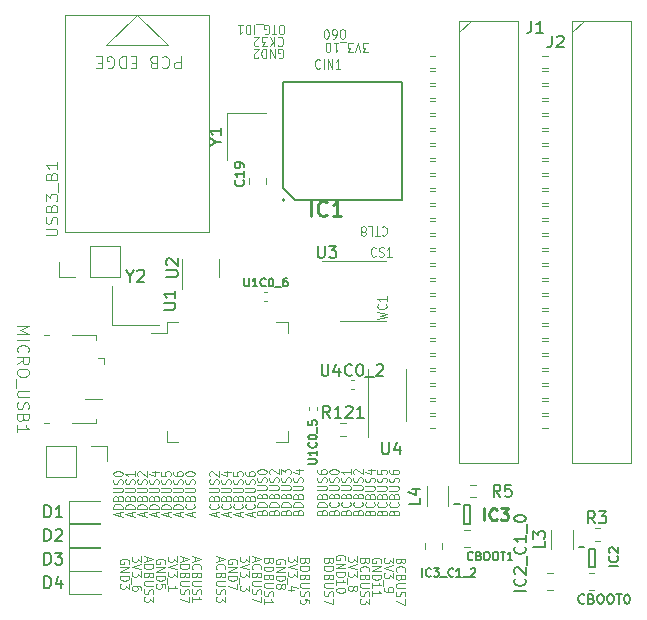
<source format=gto>
%TF.GenerationSoftware,KiCad,Pcbnew,7.0.10*%
%TF.CreationDate,2024-04-14T10:11:16-07:00*%
%TF.ProjectId,ez_usb_dev_board,657a5f75-7362-45f6-9465-765f626f6172,rev?*%
%TF.SameCoordinates,Original*%
%TF.FileFunction,Legend,Top*%
%TF.FilePolarity,Positive*%
%FSLAX46Y46*%
G04 Gerber Fmt 4.6, Leading zero omitted, Abs format (unit mm)*
G04 Created by KiCad (PCBNEW 7.0.10) date 2024-04-14 10:11:16*
%MOMM*%
%LPD*%
G01*
G04 APERTURE LIST*
%ADD10C,0.254000*%
%ADD11C,0.101600*%
%ADD12C,0.150000*%
%ADD13C,0.100000*%
%ADD14C,0.200000*%
%ADD15C,0.250000*%
%ADD16C,0.120000*%
G04 APERTURE END LIST*
D10*
X207850237Y-61944318D02*
X207850237Y-60674318D01*
X209180714Y-61823365D02*
X209120238Y-61883842D01*
X209120238Y-61883842D02*
X208938809Y-61944318D01*
X208938809Y-61944318D02*
X208817857Y-61944318D01*
X208817857Y-61944318D02*
X208636428Y-61883842D01*
X208636428Y-61883842D02*
X208515476Y-61762889D01*
X208515476Y-61762889D02*
X208454999Y-61641937D01*
X208454999Y-61641937D02*
X208394523Y-61400032D01*
X208394523Y-61400032D02*
X208394523Y-61218603D01*
X208394523Y-61218603D02*
X208454999Y-60976699D01*
X208454999Y-60976699D02*
X208515476Y-60855746D01*
X208515476Y-60855746D02*
X208636428Y-60734794D01*
X208636428Y-60734794D02*
X208817857Y-60674318D01*
X208817857Y-60674318D02*
X208938809Y-60674318D01*
X208938809Y-60674318D02*
X209120238Y-60734794D01*
X209120238Y-60734794D02*
X209180714Y-60795270D01*
X210390238Y-61944318D02*
X209664523Y-61944318D01*
X210027380Y-61944318D02*
X210027380Y-60674318D01*
X210027380Y-60674318D02*
X209906428Y-60855746D01*
X209906428Y-60855746D02*
X209785476Y-60976699D01*
X209785476Y-60976699D02*
X209664523Y-61037175D01*
D11*
X213841266Y-62881179D02*
X213874599Y-62843084D01*
X213874599Y-62843084D02*
X213974599Y-62804988D01*
X213974599Y-62804988D02*
X214041266Y-62804988D01*
X214041266Y-62804988D02*
X214141266Y-62843084D01*
X214141266Y-62843084D02*
X214207933Y-62919274D01*
X214207933Y-62919274D02*
X214241266Y-62995464D01*
X214241266Y-62995464D02*
X214274599Y-63147845D01*
X214274599Y-63147845D02*
X214274599Y-63262131D01*
X214274599Y-63262131D02*
X214241266Y-63414512D01*
X214241266Y-63414512D02*
X214207933Y-63490703D01*
X214207933Y-63490703D02*
X214141266Y-63566893D01*
X214141266Y-63566893D02*
X214041266Y-63604988D01*
X214041266Y-63604988D02*
X213974599Y-63604988D01*
X213974599Y-63604988D02*
X213874599Y-63566893D01*
X213874599Y-63566893D02*
X213841266Y-63528798D01*
X213641266Y-63604988D02*
X213241266Y-63604988D01*
X213441266Y-62804988D02*
X213441266Y-63604988D01*
X212674600Y-62804988D02*
X213007933Y-62804988D01*
X213007933Y-62804988D02*
X213007933Y-63604988D01*
X212341266Y-63262131D02*
X212407933Y-63300226D01*
X212407933Y-63300226D02*
X212441266Y-63338322D01*
X212441266Y-63338322D02*
X212474599Y-63414512D01*
X212474599Y-63414512D02*
X212474599Y-63452607D01*
X212474599Y-63452607D02*
X212441266Y-63528798D01*
X212441266Y-63528798D02*
X212407933Y-63566893D01*
X212407933Y-63566893D02*
X212341266Y-63604988D01*
X212341266Y-63604988D02*
X212207933Y-63604988D01*
X212207933Y-63604988D02*
X212141266Y-63566893D01*
X212141266Y-63566893D02*
X212107933Y-63528798D01*
X212107933Y-63528798D02*
X212074599Y-63452607D01*
X212074599Y-63452607D02*
X212074599Y-63414512D01*
X212074599Y-63414512D02*
X212107933Y-63338322D01*
X212107933Y-63338322D02*
X212141266Y-63300226D01*
X212141266Y-63300226D02*
X212207933Y-63262131D01*
X212207933Y-63262131D02*
X212341266Y-63262131D01*
X212341266Y-63262131D02*
X212407933Y-63224036D01*
X212407933Y-63224036D02*
X212441266Y-63185941D01*
X212441266Y-63185941D02*
X212474599Y-63109750D01*
X212474599Y-63109750D02*
X212474599Y-62957369D01*
X212474599Y-62957369D02*
X212441266Y-62881179D01*
X212441266Y-62881179D02*
X212407933Y-62843084D01*
X212407933Y-62843084D02*
X212341266Y-62804988D01*
X212341266Y-62804988D02*
X212207933Y-62804988D01*
X212207933Y-62804988D02*
X212141266Y-62843084D01*
X212141266Y-62843084D02*
X212107933Y-62881179D01*
X212107933Y-62881179D02*
X212074599Y-62957369D01*
X212074599Y-62957369D02*
X212074599Y-63109750D01*
X212074599Y-63109750D02*
X212107933Y-63185941D01*
X212107933Y-63185941D02*
X212141266Y-63224036D01*
X212141266Y-63224036D02*
X212207933Y-63262131D01*
D12*
X228236666Y-46674819D02*
X228236666Y-47389104D01*
X228236666Y-47389104D02*
X228189047Y-47531961D01*
X228189047Y-47531961D02*
X228093809Y-47627200D01*
X228093809Y-47627200D02*
X227950952Y-47674819D01*
X227950952Y-47674819D02*
X227855714Y-47674819D01*
X228665238Y-46770057D02*
X228712857Y-46722438D01*
X228712857Y-46722438D02*
X228808095Y-46674819D01*
X228808095Y-46674819D02*
X229046190Y-46674819D01*
X229046190Y-46674819D02*
X229141428Y-46722438D01*
X229141428Y-46722438D02*
X229189047Y-46770057D01*
X229189047Y-46770057D02*
X229236666Y-46865295D01*
X229236666Y-46865295D02*
X229236666Y-46960533D01*
X229236666Y-46960533D02*
X229189047Y-47103390D01*
X229189047Y-47103390D02*
X228617619Y-47674819D01*
X228617619Y-47674819D02*
X229236666Y-47674819D01*
X226488666Y-45428819D02*
X226488666Y-46143104D01*
X226488666Y-46143104D02*
X226441047Y-46285961D01*
X226441047Y-46285961D02*
X226345809Y-46381200D01*
X226345809Y-46381200D02*
X226202952Y-46428819D01*
X226202952Y-46428819D02*
X226107714Y-46428819D01*
X227488666Y-46428819D02*
X226917238Y-46428819D01*
X227202952Y-46428819D02*
X227202952Y-45428819D01*
X227202952Y-45428819D02*
X227107714Y-45571676D01*
X227107714Y-45571676D02*
X227012476Y-45666914D01*
X227012476Y-45666914D02*
X226917238Y-45714533D01*
D13*
X185357419Y-63595237D02*
X186166942Y-63595237D01*
X186166942Y-63595237D02*
X186262180Y-63547618D01*
X186262180Y-63547618D02*
X186309800Y-63499999D01*
X186309800Y-63499999D02*
X186357419Y-63404761D01*
X186357419Y-63404761D02*
X186357419Y-63214285D01*
X186357419Y-63214285D02*
X186309800Y-63119047D01*
X186309800Y-63119047D02*
X186262180Y-63071428D01*
X186262180Y-63071428D02*
X186166942Y-63023809D01*
X186166942Y-63023809D02*
X185357419Y-63023809D01*
X186309800Y-62595237D02*
X186357419Y-62452380D01*
X186357419Y-62452380D02*
X186357419Y-62214285D01*
X186357419Y-62214285D02*
X186309800Y-62119047D01*
X186309800Y-62119047D02*
X186262180Y-62071428D01*
X186262180Y-62071428D02*
X186166942Y-62023809D01*
X186166942Y-62023809D02*
X186071704Y-62023809D01*
X186071704Y-62023809D02*
X185976466Y-62071428D01*
X185976466Y-62071428D02*
X185928847Y-62119047D01*
X185928847Y-62119047D02*
X185881228Y-62214285D01*
X185881228Y-62214285D02*
X185833609Y-62404761D01*
X185833609Y-62404761D02*
X185785990Y-62499999D01*
X185785990Y-62499999D02*
X185738371Y-62547618D01*
X185738371Y-62547618D02*
X185643133Y-62595237D01*
X185643133Y-62595237D02*
X185547895Y-62595237D01*
X185547895Y-62595237D02*
X185452657Y-62547618D01*
X185452657Y-62547618D02*
X185405038Y-62499999D01*
X185405038Y-62499999D02*
X185357419Y-62404761D01*
X185357419Y-62404761D02*
X185357419Y-62166666D01*
X185357419Y-62166666D02*
X185405038Y-62023809D01*
X185833609Y-61261904D02*
X185881228Y-61119047D01*
X185881228Y-61119047D02*
X185928847Y-61071428D01*
X185928847Y-61071428D02*
X186024085Y-61023809D01*
X186024085Y-61023809D02*
X186166942Y-61023809D01*
X186166942Y-61023809D02*
X186262180Y-61071428D01*
X186262180Y-61071428D02*
X186309800Y-61119047D01*
X186309800Y-61119047D02*
X186357419Y-61214285D01*
X186357419Y-61214285D02*
X186357419Y-61595237D01*
X186357419Y-61595237D02*
X185357419Y-61595237D01*
X185357419Y-61595237D02*
X185357419Y-61261904D01*
X185357419Y-61261904D02*
X185405038Y-61166666D01*
X185405038Y-61166666D02*
X185452657Y-61119047D01*
X185452657Y-61119047D02*
X185547895Y-61071428D01*
X185547895Y-61071428D02*
X185643133Y-61071428D01*
X185643133Y-61071428D02*
X185738371Y-61119047D01*
X185738371Y-61119047D02*
X185785990Y-61166666D01*
X185785990Y-61166666D02*
X185833609Y-61261904D01*
X185833609Y-61261904D02*
X185833609Y-61595237D01*
X185357419Y-60690475D02*
X185357419Y-60071428D01*
X185357419Y-60071428D02*
X185738371Y-60404761D01*
X185738371Y-60404761D02*
X185738371Y-60261904D01*
X185738371Y-60261904D02*
X185785990Y-60166666D01*
X185785990Y-60166666D02*
X185833609Y-60119047D01*
X185833609Y-60119047D02*
X185928847Y-60071428D01*
X185928847Y-60071428D02*
X186166942Y-60071428D01*
X186166942Y-60071428D02*
X186262180Y-60119047D01*
X186262180Y-60119047D02*
X186309800Y-60166666D01*
X186309800Y-60166666D02*
X186357419Y-60261904D01*
X186357419Y-60261904D02*
X186357419Y-60547618D01*
X186357419Y-60547618D02*
X186309800Y-60642856D01*
X186309800Y-60642856D02*
X186262180Y-60690475D01*
X186452657Y-59880952D02*
X186452657Y-59119047D01*
X185833609Y-58547618D02*
X185881228Y-58404761D01*
X185881228Y-58404761D02*
X185928847Y-58357142D01*
X185928847Y-58357142D02*
X186024085Y-58309523D01*
X186024085Y-58309523D02*
X186166942Y-58309523D01*
X186166942Y-58309523D02*
X186262180Y-58357142D01*
X186262180Y-58357142D02*
X186309800Y-58404761D01*
X186309800Y-58404761D02*
X186357419Y-58499999D01*
X186357419Y-58499999D02*
X186357419Y-58880951D01*
X186357419Y-58880951D02*
X185357419Y-58880951D01*
X185357419Y-58880951D02*
X185357419Y-58547618D01*
X185357419Y-58547618D02*
X185405038Y-58452380D01*
X185405038Y-58452380D02*
X185452657Y-58404761D01*
X185452657Y-58404761D02*
X185547895Y-58357142D01*
X185547895Y-58357142D02*
X185643133Y-58357142D01*
X185643133Y-58357142D02*
X185738371Y-58404761D01*
X185738371Y-58404761D02*
X185785990Y-58452380D01*
X185785990Y-58452380D02*
X185833609Y-58547618D01*
X185833609Y-58547618D02*
X185833609Y-58880951D01*
X186357419Y-57357142D02*
X186357419Y-57928570D01*
X186357419Y-57642856D02*
X185357419Y-57642856D01*
X185357419Y-57642856D02*
X185500276Y-57738094D01*
X185500276Y-57738094D02*
X185595514Y-57833332D01*
X185595514Y-57833332D02*
X185643133Y-57928570D01*
X196796115Y-48427580D02*
X196796115Y-49427580D01*
X196796115Y-49427580D02*
X196415163Y-49427580D01*
X196415163Y-49427580D02*
X196319925Y-49379961D01*
X196319925Y-49379961D02*
X196272306Y-49332342D01*
X196272306Y-49332342D02*
X196224687Y-49237104D01*
X196224687Y-49237104D02*
X196224687Y-49094247D01*
X196224687Y-49094247D02*
X196272306Y-48999009D01*
X196272306Y-48999009D02*
X196319925Y-48951390D01*
X196319925Y-48951390D02*
X196415163Y-48903771D01*
X196415163Y-48903771D02*
X196796115Y-48903771D01*
X195224687Y-48522819D02*
X195272306Y-48475200D01*
X195272306Y-48475200D02*
X195415163Y-48427580D01*
X195415163Y-48427580D02*
X195510401Y-48427580D01*
X195510401Y-48427580D02*
X195653258Y-48475200D01*
X195653258Y-48475200D02*
X195748496Y-48570438D01*
X195748496Y-48570438D02*
X195796115Y-48665676D01*
X195796115Y-48665676D02*
X195843734Y-48856152D01*
X195843734Y-48856152D02*
X195843734Y-48999009D01*
X195843734Y-48999009D02*
X195796115Y-49189485D01*
X195796115Y-49189485D02*
X195748496Y-49284723D01*
X195748496Y-49284723D02*
X195653258Y-49379961D01*
X195653258Y-49379961D02*
X195510401Y-49427580D01*
X195510401Y-49427580D02*
X195415163Y-49427580D01*
X195415163Y-49427580D02*
X195272306Y-49379961D01*
X195272306Y-49379961D02*
X195224687Y-49332342D01*
X194462782Y-48951390D02*
X194319925Y-48903771D01*
X194319925Y-48903771D02*
X194272306Y-48856152D01*
X194272306Y-48856152D02*
X194224687Y-48760914D01*
X194224687Y-48760914D02*
X194224687Y-48618057D01*
X194224687Y-48618057D02*
X194272306Y-48522819D01*
X194272306Y-48522819D02*
X194319925Y-48475200D01*
X194319925Y-48475200D02*
X194415163Y-48427580D01*
X194415163Y-48427580D02*
X194796115Y-48427580D01*
X194796115Y-48427580D02*
X194796115Y-49427580D01*
X194796115Y-49427580D02*
X194462782Y-49427580D01*
X194462782Y-49427580D02*
X194367544Y-49379961D01*
X194367544Y-49379961D02*
X194319925Y-49332342D01*
X194319925Y-49332342D02*
X194272306Y-49237104D01*
X194272306Y-49237104D02*
X194272306Y-49141866D01*
X194272306Y-49141866D02*
X194319925Y-49046628D01*
X194319925Y-49046628D02*
X194367544Y-48999009D01*
X194367544Y-48999009D02*
X194462782Y-48951390D01*
X194462782Y-48951390D02*
X194796115Y-48951390D01*
X193034210Y-48951390D02*
X192700877Y-48951390D01*
X192558020Y-48427580D02*
X193034210Y-48427580D01*
X193034210Y-48427580D02*
X193034210Y-49427580D01*
X193034210Y-49427580D02*
X192558020Y-49427580D01*
X192129448Y-48427580D02*
X192129448Y-49427580D01*
X192129448Y-49427580D02*
X191891353Y-49427580D01*
X191891353Y-49427580D02*
X191748496Y-49379961D01*
X191748496Y-49379961D02*
X191653258Y-49284723D01*
X191653258Y-49284723D02*
X191605639Y-49189485D01*
X191605639Y-49189485D02*
X191558020Y-48999009D01*
X191558020Y-48999009D02*
X191558020Y-48856152D01*
X191558020Y-48856152D02*
X191605639Y-48665676D01*
X191605639Y-48665676D02*
X191653258Y-48570438D01*
X191653258Y-48570438D02*
X191748496Y-48475200D01*
X191748496Y-48475200D02*
X191891353Y-48427580D01*
X191891353Y-48427580D02*
X192129448Y-48427580D01*
X190605639Y-49379961D02*
X190700877Y-49427580D01*
X190700877Y-49427580D02*
X190843734Y-49427580D01*
X190843734Y-49427580D02*
X190986591Y-49379961D01*
X190986591Y-49379961D02*
X191081829Y-49284723D01*
X191081829Y-49284723D02*
X191129448Y-49189485D01*
X191129448Y-49189485D02*
X191177067Y-48999009D01*
X191177067Y-48999009D02*
X191177067Y-48856152D01*
X191177067Y-48856152D02*
X191129448Y-48665676D01*
X191129448Y-48665676D02*
X191081829Y-48570438D01*
X191081829Y-48570438D02*
X190986591Y-48475200D01*
X190986591Y-48475200D02*
X190843734Y-48427580D01*
X190843734Y-48427580D02*
X190748496Y-48427580D01*
X190748496Y-48427580D02*
X190605639Y-48475200D01*
X190605639Y-48475200D02*
X190558020Y-48522819D01*
X190558020Y-48522819D02*
X190558020Y-48856152D01*
X190558020Y-48856152D02*
X190748496Y-48856152D01*
X190129448Y-48951390D02*
X189796115Y-48951390D01*
X189653258Y-48427580D02*
X190129448Y-48427580D01*
X190129448Y-48427580D02*
X190129448Y-49427580D01*
X190129448Y-49427580D02*
X189653258Y-49427580D01*
D12*
X226042319Y-93690475D02*
X225042319Y-93690475D01*
X225947080Y-92642857D02*
X225994700Y-92690476D01*
X225994700Y-92690476D02*
X226042319Y-92833333D01*
X226042319Y-92833333D02*
X226042319Y-92928571D01*
X226042319Y-92928571D02*
X225994700Y-93071428D01*
X225994700Y-93071428D02*
X225899461Y-93166666D01*
X225899461Y-93166666D02*
X225804223Y-93214285D01*
X225804223Y-93214285D02*
X225613747Y-93261904D01*
X225613747Y-93261904D02*
X225470890Y-93261904D01*
X225470890Y-93261904D02*
X225280414Y-93214285D01*
X225280414Y-93214285D02*
X225185176Y-93166666D01*
X225185176Y-93166666D02*
X225089938Y-93071428D01*
X225089938Y-93071428D02*
X225042319Y-92928571D01*
X225042319Y-92928571D02*
X225042319Y-92833333D01*
X225042319Y-92833333D02*
X225089938Y-92690476D01*
X225089938Y-92690476D02*
X225137557Y-92642857D01*
X225137557Y-92261904D02*
X225089938Y-92214285D01*
X225089938Y-92214285D02*
X225042319Y-92119047D01*
X225042319Y-92119047D02*
X225042319Y-91880952D01*
X225042319Y-91880952D02*
X225089938Y-91785714D01*
X225089938Y-91785714D02*
X225137557Y-91738095D01*
X225137557Y-91738095D02*
X225232795Y-91690476D01*
X225232795Y-91690476D02*
X225328033Y-91690476D01*
X225328033Y-91690476D02*
X225470890Y-91738095D01*
X225470890Y-91738095D02*
X226042319Y-92309523D01*
X226042319Y-92309523D02*
X226042319Y-91690476D01*
X226137557Y-91500000D02*
X226137557Y-90738095D01*
X225947080Y-89928571D02*
X225994700Y-89976190D01*
X225994700Y-89976190D02*
X226042319Y-90119047D01*
X226042319Y-90119047D02*
X226042319Y-90214285D01*
X226042319Y-90214285D02*
X225994700Y-90357142D01*
X225994700Y-90357142D02*
X225899461Y-90452380D01*
X225899461Y-90452380D02*
X225804223Y-90499999D01*
X225804223Y-90499999D02*
X225613747Y-90547618D01*
X225613747Y-90547618D02*
X225470890Y-90547618D01*
X225470890Y-90547618D02*
X225280414Y-90499999D01*
X225280414Y-90499999D02*
X225185176Y-90452380D01*
X225185176Y-90452380D02*
X225089938Y-90357142D01*
X225089938Y-90357142D02*
X225042319Y-90214285D01*
X225042319Y-90214285D02*
X225042319Y-90119047D01*
X225042319Y-90119047D02*
X225089938Y-89976190D01*
X225089938Y-89976190D02*
X225137557Y-89928571D01*
X226042319Y-88976190D02*
X226042319Y-89547618D01*
X226042319Y-89261904D02*
X225042319Y-89261904D01*
X225042319Y-89261904D02*
X225185176Y-89357142D01*
X225185176Y-89357142D02*
X225280414Y-89452380D01*
X225280414Y-89452380D02*
X225328033Y-89547618D01*
X226137557Y-88785714D02*
X226137557Y-88023809D01*
X225042319Y-87595237D02*
X225042319Y-87499999D01*
X225042319Y-87499999D02*
X225089938Y-87404761D01*
X225089938Y-87404761D02*
X225137557Y-87357142D01*
X225137557Y-87357142D02*
X225232795Y-87309523D01*
X225232795Y-87309523D02*
X225423271Y-87261904D01*
X225423271Y-87261904D02*
X225661366Y-87261904D01*
X225661366Y-87261904D02*
X225851842Y-87309523D01*
X225851842Y-87309523D02*
X225947080Y-87357142D01*
X225947080Y-87357142D02*
X225994700Y-87404761D01*
X225994700Y-87404761D02*
X226042319Y-87499999D01*
X226042319Y-87499999D02*
X226042319Y-87595237D01*
X226042319Y-87595237D02*
X225994700Y-87690475D01*
X225994700Y-87690475D02*
X225947080Y-87738094D01*
X225947080Y-87738094D02*
X225851842Y-87785713D01*
X225851842Y-87785713D02*
X225661366Y-87833332D01*
X225661366Y-87833332D02*
X225423271Y-87833332D01*
X225423271Y-87833332D02*
X225232795Y-87785713D01*
X225232795Y-87785713D02*
X225137557Y-87738094D01*
X225137557Y-87738094D02*
X225089938Y-87690475D01*
X225089938Y-87690475D02*
X225042319Y-87595237D01*
X231870833Y-87954819D02*
X231537500Y-87478628D01*
X231299405Y-87954819D02*
X231299405Y-86954819D01*
X231299405Y-86954819D02*
X231680357Y-86954819D01*
X231680357Y-86954819D02*
X231775595Y-87002438D01*
X231775595Y-87002438D02*
X231823214Y-87050057D01*
X231823214Y-87050057D02*
X231870833Y-87145295D01*
X231870833Y-87145295D02*
X231870833Y-87288152D01*
X231870833Y-87288152D02*
X231823214Y-87383390D01*
X231823214Y-87383390D02*
X231775595Y-87431009D01*
X231775595Y-87431009D02*
X231680357Y-87478628D01*
X231680357Y-87478628D02*
X231299405Y-87478628D01*
X232204167Y-86954819D02*
X232823214Y-86954819D01*
X232823214Y-86954819D02*
X232489881Y-87335771D01*
X232489881Y-87335771D02*
X232632738Y-87335771D01*
X232632738Y-87335771D02*
X232727976Y-87383390D01*
X232727976Y-87383390D02*
X232775595Y-87431009D01*
X232775595Y-87431009D02*
X232823214Y-87526247D01*
X232823214Y-87526247D02*
X232823214Y-87764342D01*
X232823214Y-87764342D02*
X232775595Y-87859580D01*
X232775595Y-87859580D02*
X232727976Y-87907200D01*
X232727976Y-87907200D02*
X232632738Y-87954819D01*
X232632738Y-87954819D02*
X232347024Y-87954819D01*
X232347024Y-87954819D02*
X232251786Y-87907200D01*
X232251786Y-87907200D02*
X232204167Y-87859580D01*
D11*
X206701763Y-87029886D02*
X206739858Y-86929886D01*
X206739858Y-86929886D02*
X206777954Y-86896552D01*
X206777954Y-86896552D02*
X206854144Y-86863219D01*
X206854144Y-86863219D02*
X206968430Y-86863219D01*
X206968430Y-86863219D02*
X207044620Y-86896552D01*
X207044620Y-86896552D02*
X207082716Y-86929886D01*
X207082716Y-86929886D02*
X207120811Y-86996552D01*
X207120811Y-86996552D02*
X207120811Y-87263219D01*
X207120811Y-87263219D02*
X206320811Y-87263219D01*
X206320811Y-87263219D02*
X206320811Y-87029886D01*
X206320811Y-87029886D02*
X206358906Y-86963219D01*
X206358906Y-86963219D02*
X206397001Y-86929886D01*
X206397001Y-86929886D02*
X206473192Y-86896552D01*
X206473192Y-86896552D02*
X206549382Y-86896552D01*
X206549382Y-86896552D02*
X206625573Y-86929886D01*
X206625573Y-86929886D02*
X206663668Y-86963219D01*
X206663668Y-86963219D02*
X206701763Y-87029886D01*
X206701763Y-87029886D02*
X206701763Y-87263219D01*
X207120811Y-86563219D02*
X206320811Y-86563219D01*
X206320811Y-86563219D02*
X206320811Y-86396552D01*
X206320811Y-86396552D02*
X206358906Y-86296552D01*
X206358906Y-86296552D02*
X206435096Y-86229886D01*
X206435096Y-86229886D02*
X206511287Y-86196552D01*
X206511287Y-86196552D02*
X206663668Y-86163219D01*
X206663668Y-86163219D02*
X206777954Y-86163219D01*
X206777954Y-86163219D02*
X206930335Y-86196552D01*
X206930335Y-86196552D02*
X207006525Y-86229886D01*
X207006525Y-86229886D02*
X207082716Y-86296552D01*
X207082716Y-86296552D02*
X207120811Y-86396552D01*
X207120811Y-86396552D02*
X207120811Y-86563219D01*
X206701763Y-85629886D02*
X206739858Y-85529886D01*
X206739858Y-85529886D02*
X206777954Y-85496552D01*
X206777954Y-85496552D02*
X206854144Y-85463219D01*
X206854144Y-85463219D02*
X206968430Y-85463219D01*
X206968430Y-85463219D02*
X207044620Y-85496552D01*
X207044620Y-85496552D02*
X207082716Y-85529886D01*
X207082716Y-85529886D02*
X207120811Y-85596552D01*
X207120811Y-85596552D02*
X207120811Y-85863219D01*
X207120811Y-85863219D02*
X206320811Y-85863219D01*
X206320811Y-85863219D02*
X206320811Y-85629886D01*
X206320811Y-85629886D02*
X206358906Y-85563219D01*
X206358906Y-85563219D02*
X206397001Y-85529886D01*
X206397001Y-85529886D02*
X206473192Y-85496552D01*
X206473192Y-85496552D02*
X206549382Y-85496552D01*
X206549382Y-85496552D02*
X206625573Y-85529886D01*
X206625573Y-85529886D02*
X206663668Y-85563219D01*
X206663668Y-85563219D02*
X206701763Y-85629886D01*
X206701763Y-85629886D02*
X206701763Y-85863219D01*
X206320811Y-85163219D02*
X206968430Y-85163219D01*
X206968430Y-85163219D02*
X207044620Y-85129886D01*
X207044620Y-85129886D02*
X207082716Y-85096552D01*
X207082716Y-85096552D02*
X207120811Y-85029886D01*
X207120811Y-85029886D02*
X207120811Y-84896552D01*
X207120811Y-84896552D02*
X207082716Y-84829886D01*
X207082716Y-84829886D02*
X207044620Y-84796552D01*
X207044620Y-84796552D02*
X206968430Y-84763219D01*
X206968430Y-84763219D02*
X206320811Y-84763219D01*
X207082716Y-84463219D02*
X207120811Y-84363219D01*
X207120811Y-84363219D02*
X207120811Y-84196553D01*
X207120811Y-84196553D02*
X207082716Y-84129886D01*
X207082716Y-84129886D02*
X207044620Y-84096553D01*
X207044620Y-84096553D02*
X206968430Y-84063219D01*
X206968430Y-84063219D02*
X206892239Y-84063219D01*
X206892239Y-84063219D02*
X206816049Y-84096553D01*
X206816049Y-84096553D02*
X206777954Y-84129886D01*
X206777954Y-84129886D02*
X206739858Y-84196553D01*
X206739858Y-84196553D02*
X206701763Y-84329886D01*
X206701763Y-84329886D02*
X206663668Y-84396553D01*
X206663668Y-84396553D02*
X206625573Y-84429886D01*
X206625573Y-84429886D02*
X206549382Y-84463219D01*
X206549382Y-84463219D02*
X206473192Y-84463219D01*
X206473192Y-84463219D02*
X206397001Y-84429886D01*
X206397001Y-84429886D02*
X206358906Y-84396553D01*
X206358906Y-84396553D02*
X206320811Y-84329886D01*
X206320811Y-84329886D02*
X206320811Y-84163219D01*
X206320811Y-84163219D02*
X206358906Y-84063219D01*
X206587477Y-83463219D02*
X207120811Y-83463219D01*
X206282716Y-83629886D02*
X206854144Y-83796552D01*
X206854144Y-83796552D02*
X206854144Y-83363219D01*
X202828239Y-87368446D02*
X202828239Y-87035113D01*
X203056811Y-87435113D02*
X202256811Y-87201780D01*
X202256811Y-87201780D02*
X203056811Y-86968446D01*
X202980620Y-86335113D02*
X203018716Y-86368446D01*
X203018716Y-86368446D02*
X203056811Y-86468446D01*
X203056811Y-86468446D02*
X203056811Y-86535113D01*
X203056811Y-86535113D02*
X203018716Y-86635113D01*
X203018716Y-86635113D02*
X202942525Y-86701780D01*
X202942525Y-86701780D02*
X202866335Y-86735113D01*
X202866335Y-86735113D02*
X202713954Y-86768446D01*
X202713954Y-86768446D02*
X202599668Y-86768446D01*
X202599668Y-86768446D02*
X202447287Y-86735113D01*
X202447287Y-86735113D02*
X202371096Y-86701780D01*
X202371096Y-86701780D02*
X202294906Y-86635113D01*
X202294906Y-86635113D02*
X202256811Y-86535113D01*
X202256811Y-86535113D02*
X202256811Y-86468446D01*
X202256811Y-86468446D02*
X202294906Y-86368446D01*
X202294906Y-86368446D02*
X202333001Y-86335113D01*
X202637763Y-85801780D02*
X202675858Y-85701780D01*
X202675858Y-85701780D02*
X202713954Y-85668446D01*
X202713954Y-85668446D02*
X202790144Y-85635113D01*
X202790144Y-85635113D02*
X202904430Y-85635113D01*
X202904430Y-85635113D02*
X202980620Y-85668446D01*
X202980620Y-85668446D02*
X203018716Y-85701780D01*
X203018716Y-85701780D02*
X203056811Y-85768446D01*
X203056811Y-85768446D02*
X203056811Y-86035113D01*
X203056811Y-86035113D02*
X202256811Y-86035113D01*
X202256811Y-86035113D02*
X202256811Y-85801780D01*
X202256811Y-85801780D02*
X202294906Y-85735113D01*
X202294906Y-85735113D02*
X202333001Y-85701780D01*
X202333001Y-85701780D02*
X202409192Y-85668446D01*
X202409192Y-85668446D02*
X202485382Y-85668446D01*
X202485382Y-85668446D02*
X202561573Y-85701780D01*
X202561573Y-85701780D02*
X202599668Y-85735113D01*
X202599668Y-85735113D02*
X202637763Y-85801780D01*
X202637763Y-85801780D02*
X202637763Y-86035113D01*
X202256811Y-85335113D02*
X202904430Y-85335113D01*
X202904430Y-85335113D02*
X202980620Y-85301780D01*
X202980620Y-85301780D02*
X203018716Y-85268446D01*
X203018716Y-85268446D02*
X203056811Y-85201780D01*
X203056811Y-85201780D02*
X203056811Y-85068446D01*
X203056811Y-85068446D02*
X203018716Y-85001780D01*
X203018716Y-85001780D02*
X202980620Y-84968446D01*
X202980620Y-84968446D02*
X202904430Y-84935113D01*
X202904430Y-84935113D02*
X202256811Y-84935113D01*
X203018716Y-84635113D02*
X203056811Y-84535113D01*
X203056811Y-84535113D02*
X203056811Y-84368447D01*
X203056811Y-84368447D02*
X203018716Y-84301780D01*
X203018716Y-84301780D02*
X202980620Y-84268447D01*
X202980620Y-84268447D02*
X202904430Y-84235113D01*
X202904430Y-84235113D02*
X202828239Y-84235113D01*
X202828239Y-84235113D02*
X202752049Y-84268447D01*
X202752049Y-84268447D02*
X202713954Y-84301780D01*
X202713954Y-84301780D02*
X202675858Y-84368447D01*
X202675858Y-84368447D02*
X202637763Y-84501780D01*
X202637763Y-84501780D02*
X202599668Y-84568447D01*
X202599668Y-84568447D02*
X202561573Y-84601780D01*
X202561573Y-84601780D02*
X202485382Y-84635113D01*
X202485382Y-84635113D02*
X202409192Y-84635113D01*
X202409192Y-84635113D02*
X202333001Y-84601780D01*
X202333001Y-84601780D02*
X202294906Y-84568447D01*
X202294906Y-84568447D02*
X202256811Y-84501780D01*
X202256811Y-84501780D02*
X202256811Y-84335113D01*
X202256811Y-84335113D02*
X202294906Y-84235113D01*
X202256811Y-83635113D02*
X202256811Y-83768446D01*
X202256811Y-83768446D02*
X202294906Y-83835113D01*
X202294906Y-83835113D02*
X202333001Y-83868446D01*
X202333001Y-83868446D02*
X202447287Y-83935113D01*
X202447287Y-83935113D02*
X202599668Y-83968446D01*
X202599668Y-83968446D02*
X202904430Y-83968446D01*
X202904430Y-83968446D02*
X202980620Y-83935113D01*
X202980620Y-83935113D02*
X203018716Y-83901780D01*
X203018716Y-83901780D02*
X203056811Y-83835113D01*
X203056811Y-83835113D02*
X203056811Y-83701780D01*
X203056811Y-83701780D02*
X203018716Y-83635113D01*
X203018716Y-83635113D02*
X202980620Y-83601780D01*
X202980620Y-83601780D02*
X202904430Y-83568446D01*
X202904430Y-83568446D02*
X202713954Y-83568446D01*
X202713954Y-83568446D02*
X202637763Y-83601780D01*
X202637763Y-83601780D02*
X202599668Y-83635113D01*
X202599668Y-83635113D02*
X202561573Y-83701780D01*
X202561573Y-83701780D02*
X202561573Y-83835113D01*
X202561573Y-83835113D02*
X202599668Y-83901780D01*
X202599668Y-83901780D02*
X202637763Y-83935113D01*
X202637763Y-83935113D02*
X202713954Y-83968446D01*
X211781763Y-87027333D02*
X211819858Y-86927333D01*
X211819858Y-86927333D02*
X211857954Y-86893999D01*
X211857954Y-86893999D02*
X211934144Y-86860666D01*
X211934144Y-86860666D02*
X212048430Y-86860666D01*
X212048430Y-86860666D02*
X212124620Y-86893999D01*
X212124620Y-86893999D02*
X212162716Y-86927333D01*
X212162716Y-86927333D02*
X212200811Y-86993999D01*
X212200811Y-86993999D02*
X212200811Y-87260666D01*
X212200811Y-87260666D02*
X211400811Y-87260666D01*
X211400811Y-87260666D02*
X211400811Y-87027333D01*
X211400811Y-87027333D02*
X211438906Y-86960666D01*
X211438906Y-86960666D02*
X211477001Y-86927333D01*
X211477001Y-86927333D02*
X211553192Y-86893999D01*
X211553192Y-86893999D02*
X211629382Y-86893999D01*
X211629382Y-86893999D02*
X211705573Y-86927333D01*
X211705573Y-86927333D02*
X211743668Y-86960666D01*
X211743668Y-86960666D02*
X211781763Y-87027333D01*
X211781763Y-87027333D02*
X211781763Y-87260666D01*
X212124620Y-86160666D02*
X212162716Y-86193999D01*
X212162716Y-86193999D02*
X212200811Y-86293999D01*
X212200811Y-86293999D02*
X212200811Y-86360666D01*
X212200811Y-86360666D02*
X212162716Y-86460666D01*
X212162716Y-86460666D02*
X212086525Y-86527333D01*
X212086525Y-86527333D02*
X212010335Y-86560666D01*
X212010335Y-86560666D02*
X211857954Y-86593999D01*
X211857954Y-86593999D02*
X211743668Y-86593999D01*
X211743668Y-86593999D02*
X211591287Y-86560666D01*
X211591287Y-86560666D02*
X211515096Y-86527333D01*
X211515096Y-86527333D02*
X211438906Y-86460666D01*
X211438906Y-86460666D02*
X211400811Y-86360666D01*
X211400811Y-86360666D02*
X211400811Y-86293999D01*
X211400811Y-86293999D02*
X211438906Y-86193999D01*
X211438906Y-86193999D02*
X211477001Y-86160666D01*
X211781763Y-85627333D02*
X211819858Y-85527333D01*
X211819858Y-85527333D02*
X211857954Y-85493999D01*
X211857954Y-85493999D02*
X211934144Y-85460666D01*
X211934144Y-85460666D02*
X212048430Y-85460666D01*
X212048430Y-85460666D02*
X212124620Y-85493999D01*
X212124620Y-85493999D02*
X212162716Y-85527333D01*
X212162716Y-85527333D02*
X212200811Y-85593999D01*
X212200811Y-85593999D02*
X212200811Y-85860666D01*
X212200811Y-85860666D02*
X211400811Y-85860666D01*
X211400811Y-85860666D02*
X211400811Y-85627333D01*
X211400811Y-85627333D02*
X211438906Y-85560666D01*
X211438906Y-85560666D02*
X211477001Y-85527333D01*
X211477001Y-85527333D02*
X211553192Y-85493999D01*
X211553192Y-85493999D02*
X211629382Y-85493999D01*
X211629382Y-85493999D02*
X211705573Y-85527333D01*
X211705573Y-85527333D02*
X211743668Y-85560666D01*
X211743668Y-85560666D02*
X211781763Y-85627333D01*
X211781763Y-85627333D02*
X211781763Y-85860666D01*
X211400811Y-85160666D02*
X212048430Y-85160666D01*
X212048430Y-85160666D02*
X212124620Y-85127333D01*
X212124620Y-85127333D02*
X212162716Y-85093999D01*
X212162716Y-85093999D02*
X212200811Y-85027333D01*
X212200811Y-85027333D02*
X212200811Y-84893999D01*
X212200811Y-84893999D02*
X212162716Y-84827333D01*
X212162716Y-84827333D02*
X212124620Y-84793999D01*
X212124620Y-84793999D02*
X212048430Y-84760666D01*
X212048430Y-84760666D02*
X211400811Y-84760666D01*
X212162716Y-84460666D02*
X212200811Y-84360666D01*
X212200811Y-84360666D02*
X212200811Y-84194000D01*
X212200811Y-84194000D02*
X212162716Y-84127333D01*
X212162716Y-84127333D02*
X212124620Y-84094000D01*
X212124620Y-84094000D02*
X212048430Y-84060666D01*
X212048430Y-84060666D02*
X211972239Y-84060666D01*
X211972239Y-84060666D02*
X211896049Y-84094000D01*
X211896049Y-84094000D02*
X211857954Y-84127333D01*
X211857954Y-84127333D02*
X211819858Y-84194000D01*
X211819858Y-84194000D02*
X211781763Y-84327333D01*
X211781763Y-84327333D02*
X211743668Y-84394000D01*
X211743668Y-84394000D02*
X211705573Y-84427333D01*
X211705573Y-84427333D02*
X211629382Y-84460666D01*
X211629382Y-84460666D02*
X211553192Y-84460666D01*
X211553192Y-84460666D02*
X211477001Y-84427333D01*
X211477001Y-84427333D02*
X211438906Y-84394000D01*
X211438906Y-84394000D02*
X211400811Y-84327333D01*
X211400811Y-84327333D02*
X211400811Y-84160666D01*
X211400811Y-84160666D02*
X211438906Y-84060666D01*
X211477001Y-83793999D02*
X211438906Y-83760666D01*
X211438906Y-83760666D02*
X211400811Y-83693999D01*
X211400811Y-83693999D02*
X211400811Y-83527333D01*
X211400811Y-83527333D02*
X211438906Y-83460666D01*
X211438906Y-83460666D02*
X211477001Y-83427333D01*
X211477001Y-83427333D02*
X211553192Y-83393999D01*
X211553192Y-83393999D02*
X211629382Y-83393999D01*
X211629382Y-83393999D02*
X211743668Y-83427333D01*
X211743668Y-83427333D02*
X212200811Y-83827333D01*
X212200811Y-83827333D02*
X212200811Y-83393999D01*
X214829763Y-87054333D02*
X214867858Y-86954333D01*
X214867858Y-86954333D02*
X214905954Y-86920999D01*
X214905954Y-86920999D02*
X214982144Y-86887666D01*
X214982144Y-86887666D02*
X215096430Y-86887666D01*
X215096430Y-86887666D02*
X215172620Y-86920999D01*
X215172620Y-86920999D02*
X215210716Y-86954333D01*
X215210716Y-86954333D02*
X215248811Y-87020999D01*
X215248811Y-87020999D02*
X215248811Y-87287666D01*
X215248811Y-87287666D02*
X214448811Y-87287666D01*
X214448811Y-87287666D02*
X214448811Y-87054333D01*
X214448811Y-87054333D02*
X214486906Y-86987666D01*
X214486906Y-86987666D02*
X214525001Y-86954333D01*
X214525001Y-86954333D02*
X214601192Y-86920999D01*
X214601192Y-86920999D02*
X214677382Y-86920999D01*
X214677382Y-86920999D02*
X214753573Y-86954333D01*
X214753573Y-86954333D02*
X214791668Y-86987666D01*
X214791668Y-86987666D02*
X214829763Y-87054333D01*
X214829763Y-87054333D02*
X214829763Y-87287666D01*
X215172620Y-86187666D02*
X215210716Y-86220999D01*
X215210716Y-86220999D02*
X215248811Y-86320999D01*
X215248811Y-86320999D02*
X215248811Y-86387666D01*
X215248811Y-86387666D02*
X215210716Y-86487666D01*
X215210716Y-86487666D02*
X215134525Y-86554333D01*
X215134525Y-86554333D02*
X215058335Y-86587666D01*
X215058335Y-86587666D02*
X214905954Y-86620999D01*
X214905954Y-86620999D02*
X214791668Y-86620999D01*
X214791668Y-86620999D02*
X214639287Y-86587666D01*
X214639287Y-86587666D02*
X214563096Y-86554333D01*
X214563096Y-86554333D02*
X214486906Y-86487666D01*
X214486906Y-86487666D02*
X214448811Y-86387666D01*
X214448811Y-86387666D02*
X214448811Y-86320999D01*
X214448811Y-86320999D02*
X214486906Y-86220999D01*
X214486906Y-86220999D02*
X214525001Y-86187666D01*
X214829763Y-85654333D02*
X214867858Y-85554333D01*
X214867858Y-85554333D02*
X214905954Y-85520999D01*
X214905954Y-85520999D02*
X214982144Y-85487666D01*
X214982144Y-85487666D02*
X215096430Y-85487666D01*
X215096430Y-85487666D02*
X215172620Y-85520999D01*
X215172620Y-85520999D02*
X215210716Y-85554333D01*
X215210716Y-85554333D02*
X215248811Y-85620999D01*
X215248811Y-85620999D02*
X215248811Y-85887666D01*
X215248811Y-85887666D02*
X214448811Y-85887666D01*
X214448811Y-85887666D02*
X214448811Y-85654333D01*
X214448811Y-85654333D02*
X214486906Y-85587666D01*
X214486906Y-85587666D02*
X214525001Y-85554333D01*
X214525001Y-85554333D02*
X214601192Y-85520999D01*
X214601192Y-85520999D02*
X214677382Y-85520999D01*
X214677382Y-85520999D02*
X214753573Y-85554333D01*
X214753573Y-85554333D02*
X214791668Y-85587666D01*
X214791668Y-85587666D02*
X214829763Y-85654333D01*
X214829763Y-85654333D02*
X214829763Y-85887666D01*
X214448811Y-85187666D02*
X215096430Y-85187666D01*
X215096430Y-85187666D02*
X215172620Y-85154333D01*
X215172620Y-85154333D02*
X215210716Y-85120999D01*
X215210716Y-85120999D02*
X215248811Y-85054333D01*
X215248811Y-85054333D02*
X215248811Y-84920999D01*
X215248811Y-84920999D02*
X215210716Y-84854333D01*
X215210716Y-84854333D02*
X215172620Y-84820999D01*
X215172620Y-84820999D02*
X215096430Y-84787666D01*
X215096430Y-84787666D02*
X214448811Y-84787666D01*
X215210716Y-84487666D02*
X215248811Y-84387666D01*
X215248811Y-84387666D02*
X215248811Y-84221000D01*
X215248811Y-84221000D02*
X215210716Y-84154333D01*
X215210716Y-84154333D02*
X215172620Y-84121000D01*
X215172620Y-84121000D02*
X215096430Y-84087666D01*
X215096430Y-84087666D02*
X215020239Y-84087666D01*
X215020239Y-84087666D02*
X214944049Y-84121000D01*
X214944049Y-84121000D02*
X214905954Y-84154333D01*
X214905954Y-84154333D02*
X214867858Y-84221000D01*
X214867858Y-84221000D02*
X214829763Y-84354333D01*
X214829763Y-84354333D02*
X214791668Y-84421000D01*
X214791668Y-84421000D02*
X214753573Y-84454333D01*
X214753573Y-84454333D02*
X214677382Y-84487666D01*
X214677382Y-84487666D02*
X214601192Y-84487666D01*
X214601192Y-84487666D02*
X214525001Y-84454333D01*
X214525001Y-84454333D02*
X214486906Y-84421000D01*
X214486906Y-84421000D02*
X214448811Y-84354333D01*
X214448811Y-84354333D02*
X214448811Y-84187666D01*
X214448811Y-84187666D02*
X214486906Y-84087666D01*
X214448811Y-83487666D02*
X214448811Y-83620999D01*
X214448811Y-83620999D02*
X214486906Y-83687666D01*
X214486906Y-83687666D02*
X214525001Y-83720999D01*
X214525001Y-83720999D02*
X214639287Y-83787666D01*
X214639287Y-83787666D02*
X214791668Y-83820999D01*
X214791668Y-83820999D02*
X215096430Y-83820999D01*
X215096430Y-83820999D02*
X215172620Y-83787666D01*
X215172620Y-83787666D02*
X215210716Y-83754333D01*
X215210716Y-83754333D02*
X215248811Y-83687666D01*
X215248811Y-83687666D02*
X215248811Y-83554333D01*
X215248811Y-83554333D02*
X215210716Y-83487666D01*
X215210716Y-83487666D02*
X215172620Y-83454333D01*
X215172620Y-83454333D02*
X215096430Y-83420999D01*
X215096430Y-83420999D02*
X214905954Y-83420999D01*
X214905954Y-83420999D02*
X214829763Y-83454333D01*
X214829763Y-83454333D02*
X214791668Y-83487666D01*
X214791668Y-83487666D02*
X214753573Y-83554333D01*
X214753573Y-83554333D02*
X214753573Y-83687666D01*
X214753573Y-83687666D02*
X214791668Y-83754333D01*
X214791668Y-83754333D02*
X214829763Y-83787666D01*
X214829763Y-83787666D02*
X214905954Y-83820999D01*
X200796239Y-87370999D02*
X200796239Y-87037666D01*
X201024811Y-87437666D02*
X200224811Y-87204333D01*
X200224811Y-87204333D02*
X201024811Y-86970999D01*
X200948620Y-86337666D02*
X200986716Y-86370999D01*
X200986716Y-86370999D02*
X201024811Y-86470999D01*
X201024811Y-86470999D02*
X201024811Y-86537666D01*
X201024811Y-86537666D02*
X200986716Y-86637666D01*
X200986716Y-86637666D02*
X200910525Y-86704333D01*
X200910525Y-86704333D02*
X200834335Y-86737666D01*
X200834335Y-86737666D02*
X200681954Y-86770999D01*
X200681954Y-86770999D02*
X200567668Y-86770999D01*
X200567668Y-86770999D02*
X200415287Y-86737666D01*
X200415287Y-86737666D02*
X200339096Y-86704333D01*
X200339096Y-86704333D02*
X200262906Y-86637666D01*
X200262906Y-86637666D02*
X200224811Y-86537666D01*
X200224811Y-86537666D02*
X200224811Y-86470999D01*
X200224811Y-86470999D02*
X200262906Y-86370999D01*
X200262906Y-86370999D02*
X200301001Y-86337666D01*
X200605763Y-85804333D02*
X200643858Y-85704333D01*
X200643858Y-85704333D02*
X200681954Y-85670999D01*
X200681954Y-85670999D02*
X200758144Y-85637666D01*
X200758144Y-85637666D02*
X200872430Y-85637666D01*
X200872430Y-85637666D02*
X200948620Y-85670999D01*
X200948620Y-85670999D02*
X200986716Y-85704333D01*
X200986716Y-85704333D02*
X201024811Y-85770999D01*
X201024811Y-85770999D02*
X201024811Y-86037666D01*
X201024811Y-86037666D02*
X200224811Y-86037666D01*
X200224811Y-86037666D02*
X200224811Y-85804333D01*
X200224811Y-85804333D02*
X200262906Y-85737666D01*
X200262906Y-85737666D02*
X200301001Y-85704333D01*
X200301001Y-85704333D02*
X200377192Y-85670999D01*
X200377192Y-85670999D02*
X200453382Y-85670999D01*
X200453382Y-85670999D02*
X200529573Y-85704333D01*
X200529573Y-85704333D02*
X200567668Y-85737666D01*
X200567668Y-85737666D02*
X200605763Y-85804333D01*
X200605763Y-85804333D02*
X200605763Y-86037666D01*
X200224811Y-85337666D02*
X200872430Y-85337666D01*
X200872430Y-85337666D02*
X200948620Y-85304333D01*
X200948620Y-85304333D02*
X200986716Y-85270999D01*
X200986716Y-85270999D02*
X201024811Y-85204333D01*
X201024811Y-85204333D02*
X201024811Y-85070999D01*
X201024811Y-85070999D02*
X200986716Y-85004333D01*
X200986716Y-85004333D02*
X200948620Y-84970999D01*
X200948620Y-84970999D02*
X200872430Y-84937666D01*
X200872430Y-84937666D02*
X200224811Y-84937666D01*
X200986716Y-84637666D02*
X201024811Y-84537666D01*
X201024811Y-84537666D02*
X201024811Y-84371000D01*
X201024811Y-84371000D02*
X200986716Y-84304333D01*
X200986716Y-84304333D02*
X200948620Y-84271000D01*
X200948620Y-84271000D02*
X200872430Y-84237666D01*
X200872430Y-84237666D02*
X200796239Y-84237666D01*
X200796239Y-84237666D02*
X200720049Y-84271000D01*
X200720049Y-84271000D02*
X200681954Y-84304333D01*
X200681954Y-84304333D02*
X200643858Y-84371000D01*
X200643858Y-84371000D02*
X200605763Y-84504333D01*
X200605763Y-84504333D02*
X200567668Y-84571000D01*
X200567668Y-84571000D02*
X200529573Y-84604333D01*
X200529573Y-84604333D02*
X200453382Y-84637666D01*
X200453382Y-84637666D02*
X200377192Y-84637666D01*
X200377192Y-84637666D02*
X200301001Y-84604333D01*
X200301001Y-84604333D02*
X200262906Y-84571000D01*
X200262906Y-84571000D02*
X200224811Y-84504333D01*
X200224811Y-84504333D02*
X200224811Y-84337666D01*
X200224811Y-84337666D02*
X200262906Y-84237666D01*
X200491477Y-83637666D02*
X201024811Y-83637666D01*
X200186716Y-83804333D02*
X200758144Y-83970999D01*
X200758144Y-83970999D02*
X200758144Y-83537666D01*
X200015760Y-90812553D02*
X200015760Y-91145886D01*
X199787188Y-90745886D02*
X200587188Y-90979220D01*
X200587188Y-90979220D02*
X199787188Y-91212553D01*
X199863379Y-91845886D02*
X199825284Y-91812553D01*
X199825284Y-91812553D02*
X199787188Y-91712553D01*
X199787188Y-91712553D02*
X199787188Y-91645886D01*
X199787188Y-91645886D02*
X199825284Y-91545886D01*
X199825284Y-91545886D02*
X199901474Y-91479220D01*
X199901474Y-91479220D02*
X199977664Y-91445886D01*
X199977664Y-91445886D02*
X200130045Y-91412553D01*
X200130045Y-91412553D02*
X200244331Y-91412553D01*
X200244331Y-91412553D02*
X200396712Y-91445886D01*
X200396712Y-91445886D02*
X200472903Y-91479220D01*
X200472903Y-91479220D02*
X200549093Y-91545886D01*
X200549093Y-91545886D02*
X200587188Y-91645886D01*
X200587188Y-91645886D02*
X200587188Y-91712553D01*
X200587188Y-91712553D02*
X200549093Y-91812553D01*
X200549093Y-91812553D02*
X200510998Y-91845886D01*
X200206236Y-92379220D02*
X200168141Y-92479220D01*
X200168141Y-92479220D02*
X200130045Y-92512553D01*
X200130045Y-92512553D02*
X200053855Y-92545886D01*
X200053855Y-92545886D02*
X199939569Y-92545886D01*
X199939569Y-92545886D02*
X199863379Y-92512553D01*
X199863379Y-92512553D02*
X199825284Y-92479220D01*
X199825284Y-92479220D02*
X199787188Y-92412553D01*
X199787188Y-92412553D02*
X199787188Y-92145886D01*
X199787188Y-92145886D02*
X200587188Y-92145886D01*
X200587188Y-92145886D02*
X200587188Y-92379220D01*
X200587188Y-92379220D02*
X200549093Y-92445886D01*
X200549093Y-92445886D02*
X200510998Y-92479220D01*
X200510998Y-92479220D02*
X200434807Y-92512553D01*
X200434807Y-92512553D02*
X200358617Y-92512553D01*
X200358617Y-92512553D02*
X200282426Y-92479220D01*
X200282426Y-92479220D02*
X200244331Y-92445886D01*
X200244331Y-92445886D02*
X200206236Y-92379220D01*
X200206236Y-92379220D02*
X200206236Y-92145886D01*
X200587188Y-92845886D02*
X199939569Y-92845886D01*
X199939569Y-92845886D02*
X199863379Y-92879220D01*
X199863379Y-92879220D02*
X199825284Y-92912553D01*
X199825284Y-92912553D02*
X199787188Y-92979220D01*
X199787188Y-92979220D02*
X199787188Y-93112553D01*
X199787188Y-93112553D02*
X199825284Y-93179220D01*
X199825284Y-93179220D02*
X199863379Y-93212553D01*
X199863379Y-93212553D02*
X199939569Y-93245886D01*
X199939569Y-93245886D02*
X200587188Y-93245886D01*
X199825284Y-93545886D02*
X199787188Y-93645886D01*
X199787188Y-93645886D02*
X199787188Y-93812553D01*
X199787188Y-93812553D02*
X199825284Y-93879219D01*
X199825284Y-93879219D02*
X199863379Y-93912553D01*
X199863379Y-93912553D02*
X199939569Y-93945886D01*
X199939569Y-93945886D02*
X200015760Y-93945886D01*
X200015760Y-93945886D02*
X200091950Y-93912553D01*
X200091950Y-93912553D02*
X200130045Y-93879219D01*
X200130045Y-93879219D02*
X200168141Y-93812553D01*
X200168141Y-93812553D02*
X200206236Y-93679219D01*
X200206236Y-93679219D02*
X200244331Y-93612553D01*
X200244331Y-93612553D02*
X200282426Y-93579219D01*
X200282426Y-93579219D02*
X200358617Y-93545886D01*
X200358617Y-93545886D02*
X200434807Y-93545886D01*
X200434807Y-93545886D02*
X200510998Y-93579219D01*
X200510998Y-93579219D02*
X200549093Y-93612553D01*
X200549093Y-93612553D02*
X200587188Y-93679219D01*
X200587188Y-93679219D02*
X200587188Y-93845886D01*
X200587188Y-93845886D02*
X200549093Y-93945886D01*
X200587188Y-94179220D02*
X200587188Y-94612553D01*
X200587188Y-94612553D02*
X200282426Y-94379220D01*
X200282426Y-94379220D02*
X200282426Y-94479220D01*
X200282426Y-94479220D02*
X200244331Y-94545886D01*
X200244331Y-94545886D02*
X200206236Y-94579220D01*
X200206236Y-94579220D02*
X200130045Y-94612553D01*
X200130045Y-94612553D02*
X199939569Y-94612553D01*
X199939569Y-94612553D02*
X199863379Y-94579220D01*
X199863379Y-94579220D02*
X199825284Y-94545886D01*
X199825284Y-94545886D02*
X199787188Y-94479220D01*
X199787188Y-94479220D02*
X199787188Y-94279220D01*
X199787188Y-94279220D02*
X199825284Y-94212553D01*
X199825284Y-94212553D02*
X199863379Y-94179220D01*
D12*
X217252666Y-92471033D02*
X217252666Y-91771033D01*
X217985999Y-92404366D02*
X217952666Y-92437700D01*
X217952666Y-92437700D02*
X217852666Y-92471033D01*
X217852666Y-92471033D02*
X217785999Y-92471033D01*
X217785999Y-92471033D02*
X217685999Y-92437700D01*
X217685999Y-92437700D02*
X217619333Y-92371033D01*
X217619333Y-92371033D02*
X217585999Y-92304366D01*
X217585999Y-92304366D02*
X217552666Y-92171033D01*
X217552666Y-92171033D02*
X217552666Y-92071033D01*
X217552666Y-92071033D02*
X217585999Y-91937700D01*
X217585999Y-91937700D02*
X217619333Y-91871033D01*
X217619333Y-91871033D02*
X217685999Y-91804366D01*
X217685999Y-91804366D02*
X217785999Y-91771033D01*
X217785999Y-91771033D02*
X217852666Y-91771033D01*
X217852666Y-91771033D02*
X217952666Y-91804366D01*
X217952666Y-91804366D02*
X217985999Y-91837700D01*
X218219333Y-91771033D02*
X218652666Y-91771033D01*
X218652666Y-91771033D02*
X218419333Y-92037700D01*
X218419333Y-92037700D02*
X218519333Y-92037700D01*
X218519333Y-92037700D02*
X218585999Y-92071033D01*
X218585999Y-92071033D02*
X218619333Y-92104366D01*
X218619333Y-92104366D02*
X218652666Y-92171033D01*
X218652666Y-92171033D02*
X218652666Y-92337700D01*
X218652666Y-92337700D02*
X218619333Y-92404366D01*
X218619333Y-92404366D02*
X218585999Y-92437700D01*
X218585999Y-92437700D02*
X218519333Y-92471033D01*
X218519333Y-92471033D02*
X218319333Y-92471033D01*
X218319333Y-92471033D02*
X218252666Y-92437700D01*
X218252666Y-92437700D02*
X218219333Y-92404366D01*
X218786000Y-92537700D02*
X219319333Y-92537700D01*
X219885999Y-92404366D02*
X219852666Y-92437700D01*
X219852666Y-92437700D02*
X219752666Y-92471033D01*
X219752666Y-92471033D02*
X219685999Y-92471033D01*
X219685999Y-92471033D02*
X219585999Y-92437700D01*
X219585999Y-92437700D02*
X219519333Y-92371033D01*
X219519333Y-92371033D02*
X219485999Y-92304366D01*
X219485999Y-92304366D02*
X219452666Y-92171033D01*
X219452666Y-92171033D02*
X219452666Y-92071033D01*
X219452666Y-92071033D02*
X219485999Y-91937700D01*
X219485999Y-91937700D02*
X219519333Y-91871033D01*
X219519333Y-91871033D02*
X219585999Y-91804366D01*
X219585999Y-91804366D02*
X219685999Y-91771033D01*
X219685999Y-91771033D02*
X219752666Y-91771033D01*
X219752666Y-91771033D02*
X219852666Y-91804366D01*
X219852666Y-91804366D02*
X219885999Y-91837700D01*
X220552666Y-92471033D02*
X220152666Y-92471033D01*
X220352666Y-92471033D02*
X220352666Y-91771033D01*
X220352666Y-91771033D02*
X220285999Y-91871033D01*
X220285999Y-91871033D02*
X220219333Y-91937700D01*
X220219333Y-91937700D02*
X220152666Y-91971033D01*
X220686000Y-92537700D02*
X221219333Y-92537700D01*
X221352666Y-91837700D02*
X221385999Y-91804366D01*
X221385999Y-91804366D02*
X221452666Y-91771033D01*
X221452666Y-91771033D02*
X221619333Y-91771033D01*
X221619333Y-91771033D02*
X221685999Y-91804366D01*
X221685999Y-91804366D02*
X221719333Y-91837700D01*
X221719333Y-91837700D02*
X221752666Y-91904366D01*
X221752666Y-91904366D02*
X221752666Y-91971033D01*
X221752666Y-91971033D02*
X221719333Y-92071033D01*
X221719333Y-92071033D02*
X221319333Y-92471033D01*
X221319333Y-92471033D02*
X221752666Y-92471033D01*
X185261905Y-91454819D02*
X185261905Y-90454819D01*
X185261905Y-90454819D02*
X185500000Y-90454819D01*
X185500000Y-90454819D02*
X185642857Y-90502438D01*
X185642857Y-90502438D02*
X185738095Y-90597676D01*
X185738095Y-90597676D02*
X185785714Y-90692914D01*
X185785714Y-90692914D02*
X185833333Y-90883390D01*
X185833333Y-90883390D02*
X185833333Y-91026247D01*
X185833333Y-91026247D02*
X185785714Y-91216723D01*
X185785714Y-91216723D02*
X185738095Y-91311961D01*
X185738095Y-91311961D02*
X185642857Y-91407200D01*
X185642857Y-91407200D02*
X185500000Y-91454819D01*
X185500000Y-91454819D02*
X185261905Y-91454819D01*
X186166667Y-90454819D02*
X186785714Y-90454819D01*
X186785714Y-90454819D02*
X186452381Y-90835771D01*
X186452381Y-90835771D02*
X186595238Y-90835771D01*
X186595238Y-90835771D02*
X186690476Y-90883390D01*
X186690476Y-90883390D02*
X186738095Y-90931009D01*
X186738095Y-90931009D02*
X186785714Y-91026247D01*
X186785714Y-91026247D02*
X186785714Y-91264342D01*
X186785714Y-91264342D02*
X186738095Y-91359580D01*
X186738095Y-91359580D02*
X186690476Y-91407200D01*
X186690476Y-91407200D02*
X186595238Y-91454819D01*
X186595238Y-91454819D02*
X186309524Y-91454819D01*
X186309524Y-91454819D02*
X186214286Y-91407200D01*
X186214286Y-91407200D02*
X186166667Y-91359580D01*
D11*
X207318236Y-91151114D02*
X207280141Y-91251114D01*
X207280141Y-91251114D02*
X207242045Y-91284447D01*
X207242045Y-91284447D02*
X207165855Y-91317780D01*
X207165855Y-91317780D02*
X207051569Y-91317780D01*
X207051569Y-91317780D02*
X206975379Y-91284447D01*
X206975379Y-91284447D02*
X206937284Y-91251114D01*
X206937284Y-91251114D02*
X206899188Y-91184447D01*
X206899188Y-91184447D02*
X206899188Y-90917780D01*
X206899188Y-90917780D02*
X207699188Y-90917780D01*
X207699188Y-90917780D02*
X207699188Y-91151114D01*
X207699188Y-91151114D02*
X207661093Y-91217780D01*
X207661093Y-91217780D02*
X207622998Y-91251114D01*
X207622998Y-91251114D02*
X207546807Y-91284447D01*
X207546807Y-91284447D02*
X207470617Y-91284447D01*
X207470617Y-91284447D02*
X207394426Y-91251114D01*
X207394426Y-91251114D02*
X207356331Y-91217780D01*
X207356331Y-91217780D02*
X207318236Y-91151114D01*
X207318236Y-91151114D02*
X207318236Y-90917780D01*
X206899188Y-91617780D02*
X207699188Y-91617780D01*
X207699188Y-91617780D02*
X207699188Y-91784447D01*
X207699188Y-91784447D02*
X207661093Y-91884447D01*
X207661093Y-91884447D02*
X207584903Y-91951114D01*
X207584903Y-91951114D02*
X207508712Y-91984447D01*
X207508712Y-91984447D02*
X207356331Y-92017780D01*
X207356331Y-92017780D02*
X207242045Y-92017780D01*
X207242045Y-92017780D02*
X207089664Y-91984447D01*
X207089664Y-91984447D02*
X207013474Y-91951114D01*
X207013474Y-91951114D02*
X206937284Y-91884447D01*
X206937284Y-91884447D02*
X206899188Y-91784447D01*
X206899188Y-91784447D02*
X206899188Y-91617780D01*
X207318236Y-92551114D02*
X207280141Y-92651114D01*
X207280141Y-92651114D02*
X207242045Y-92684447D01*
X207242045Y-92684447D02*
X207165855Y-92717780D01*
X207165855Y-92717780D02*
X207051569Y-92717780D01*
X207051569Y-92717780D02*
X206975379Y-92684447D01*
X206975379Y-92684447D02*
X206937284Y-92651114D01*
X206937284Y-92651114D02*
X206899188Y-92584447D01*
X206899188Y-92584447D02*
X206899188Y-92317780D01*
X206899188Y-92317780D02*
X207699188Y-92317780D01*
X207699188Y-92317780D02*
X207699188Y-92551114D01*
X207699188Y-92551114D02*
X207661093Y-92617780D01*
X207661093Y-92617780D02*
X207622998Y-92651114D01*
X207622998Y-92651114D02*
X207546807Y-92684447D01*
X207546807Y-92684447D02*
X207470617Y-92684447D01*
X207470617Y-92684447D02*
X207394426Y-92651114D01*
X207394426Y-92651114D02*
X207356331Y-92617780D01*
X207356331Y-92617780D02*
X207318236Y-92551114D01*
X207318236Y-92551114D02*
X207318236Y-92317780D01*
X207699188Y-93017780D02*
X207051569Y-93017780D01*
X207051569Y-93017780D02*
X206975379Y-93051114D01*
X206975379Y-93051114D02*
X206937284Y-93084447D01*
X206937284Y-93084447D02*
X206899188Y-93151114D01*
X206899188Y-93151114D02*
X206899188Y-93284447D01*
X206899188Y-93284447D02*
X206937284Y-93351114D01*
X206937284Y-93351114D02*
X206975379Y-93384447D01*
X206975379Y-93384447D02*
X207051569Y-93417780D01*
X207051569Y-93417780D02*
X207699188Y-93417780D01*
X206937284Y-93717780D02*
X206899188Y-93817780D01*
X206899188Y-93817780D02*
X206899188Y-93984447D01*
X206899188Y-93984447D02*
X206937284Y-94051113D01*
X206937284Y-94051113D02*
X206975379Y-94084447D01*
X206975379Y-94084447D02*
X207051569Y-94117780D01*
X207051569Y-94117780D02*
X207127760Y-94117780D01*
X207127760Y-94117780D02*
X207203950Y-94084447D01*
X207203950Y-94084447D02*
X207242045Y-94051113D01*
X207242045Y-94051113D02*
X207280141Y-93984447D01*
X207280141Y-93984447D02*
X207318236Y-93851113D01*
X207318236Y-93851113D02*
X207356331Y-93784447D01*
X207356331Y-93784447D02*
X207394426Y-93751113D01*
X207394426Y-93751113D02*
X207470617Y-93717780D01*
X207470617Y-93717780D02*
X207546807Y-93717780D01*
X207546807Y-93717780D02*
X207622998Y-93751113D01*
X207622998Y-93751113D02*
X207661093Y-93784447D01*
X207661093Y-93784447D02*
X207699188Y-93851113D01*
X207699188Y-93851113D02*
X207699188Y-94017780D01*
X207699188Y-94017780D02*
X207661093Y-94117780D01*
X207699188Y-94751114D02*
X207699188Y-94417780D01*
X207699188Y-94417780D02*
X207318236Y-94384447D01*
X207318236Y-94384447D02*
X207356331Y-94417780D01*
X207356331Y-94417780D02*
X207394426Y-94484447D01*
X207394426Y-94484447D02*
X207394426Y-94651114D01*
X207394426Y-94651114D02*
X207356331Y-94717780D01*
X207356331Y-94717780D02*
X207318236Y-94751114D01*
X207318236Y-94751114D02*
X207242045Y-94784447D01*
X207242045Y-94784447D02*
X207051569Y-94784447D01*
X207051569Y-94784447D02*
X206975379Y-94751114D01*
X206975379Y-94751114D02*
X206937284Y-94717780D01*
X206937284Y-94717780D02*
X206899188Y-94651114D01*
X206899188Y-94651114D02*
X206899188Y-94484447D01*
X206899188Y-94484447D02*
X206937284Y-94417780D01*
X206937284Y-94417780D02*
X206975379Y-94384447D01*
X214811188Y-90889333D02*
X214811188Y-91322666D01*
X214811188Y-91322666D02*
X214506426Y-91089333D01*
X214506426Y-91089333D02*
X214506426Y-91189333D01*
X214506426Y-91189333D02*
X214468331Y-91255999D01*
X214468331Y-91255999D02*
X214430236Y-91289333D01*
X214430236Y-91289333D02*
X214354045Y-91322666D01*
X214354045Y-91322666D02*
X214163569Y-91322666D01*
X214163569Y-91322666D02*
X214087379Y-91289333D01*
X214087379Y-91289333D02*
X214049284Y-91255999D01*
X214049284Y-91255999D02*
X214011188Y-91189333D01*
X214011188Y-91189333D02*
X214011188Y-90989333D01*
X214011188Y-90989333D02*
X214049284Y-90922666D01*
X214049284Y-90922666D02*
X214087379Y-90889333D01*
X214811188Y-91522666D02*
X214011188Y-91756000D01*
X214011188Y-91756000D02*
X214811188Y-91989333D01*
X214811188Y-92156000D02*
X214811188Y-92589333D01*
X214811188Y-92589333D02*
X214506426Y-92356000D01*
X214506426Y-92356000D02*
X214506426Y-92456000D01*
X214506426Y-92456000D02*
X214468331Y-92522666D01*
X214468331Y-92522666D02*
X214430236Y-92556000D01*
X214430236Y-92556000D02*
X214354045Y-92589333D01*
X214354045Y-92589333D02*
X214163569Y-92589333D01*
X214163569Y-92589333D02*
X214087379Y-92556000D01*
X214087379Y-92556000D02*
X214049284Y-92522666D01*
X214049284Y-92522666D02*
X214011188Y-92456000D01*
X214011188Y-92456000D02*
X214011188Y-92256000D01*
X214011188Y-92256000D02*
X214049284Y-92189333D01*
X214049284Y-92189333D02*
X214087379Y-92156000D01*
X213934998Y-92722667D02*
X213934998Y-93256000D01*
X214011188Y-93456000D02*
X214011188Y-93589333D01*
X214011188Y-93589333D02*
X214049284Y-93656000D01*
X214049284Y-93656000D02*
X214087379Y-93689333D01*
X214087379Y-93689333D02*
X214201664Y-93756000D01*
X214201664Y-93756000D02*
X214354045Y-93789333D01*
X214354045Y-93789333D02*
X214658807Y-93789333D01*
X214658807Y-93789333D02*
X214734998Y-93756000D01*
X214734998Y-93756000D02*
X214773093Y-93722666D01*
X214773093Y-93722666D02*
X214811188Y-93656000D01*
X214811188Y-93656000D02*
X214811188Y-93522666D01*
X214811188Y-93522666D02*
X214773093Y-93456000D01*
X214773093Y-93456000D02*
X214734998Y-93422666D01*
X214734998Y-93422666D02*
X214658807Y-93389333D01*
X214658807Y-93389333D02*
X214468331Y-93389333D01*
X214468331Y-93389333D02*
X214392141Y-93422666D01*
X214392141Y-93422666D02*
X214354045Y-93456000D01*
X214354045Y-93456000D02*
X214315950Y-93522666D01*
X214315950Y-93522666D02*
X214315950Y-93656000D01*
X214315950Y-93656000D02*
X214354045Y-93722666D01*
X214354045Y-93722666D02*
X214392141Y-93756000D01*
X214392141Y-93756000D02*
X214468331Y-93789333D01*
X215446236Y-91180667D02*
X215408141Y-91280667D01*
X215408141Y-91280667D02*
X215370045Y-91314000D01*
X215370045Y-91314000D02*
X215293855Y-91347333D01*
X215293855Y-91347333D02*
X215179569Y-91347333D01*
X215179569Y-91347333D02*
X215103379Y-91314000D01*
X215103379Y-91314000D02*
X215065284Y-91280667D01*
X215065284Y-91280667D02*
X215027188Y-91214000D01*
X215027188Y-91214000D02*
X215027188Y-90947333D01*
X215027188Y-90947333D02*
X215827188Y-90947333D01*
X215827188Y-90947333D02*
X215827188Y-91180667D01*
X215827188Y-91180667D02*
X215789093Y-91247333D01*
X215789093Y-91247333D02*
X215750998Y-91280667D01*
X215750998Y-91280667D02*
X215674807Y-91314000D01*
X215674807Y-91314000D02*
X215598617Y-91314000D01*
X215598617Y-91314000D02*
X215522426Y-91280667D01*
X215522426Y-91280667D02*
X215484331Y-91247333D01*
X215484331Y-91247333D02*
X215446236Y-91180667D01*
X215446236Y-91180667D02*
X215446236Y-90947333D01*
X215103379Y-92047333D02*
X215065284Y-92014000D01*
X215065284Y-92014000D02*
X215027188Y-91914000D01*
X215027188Y-91914000D02*
X215027188Y-91847333D01*
X215027188Y-91847333D02*
X215065284Y-91747333D01*
X215065284Y-91747333D02*
X215141474Y-91680667D01*
X215141474Y-91680667D02*
X215217664Y-91647333D01*
X215217664Y-91647333D02*
X215370045Y-91614000D01*
X215370045Y-91614000D02*
X215484331Y-91614000D01*
X215484331Y-91614000D02*
X215636712Y-91647333D01*
X215636712Y-91647333D02*
X215712903Y-91680667D01*
X215712903Y-91680667D02*
X215789093Y-91747333D01*
X215789093Y-91747333D02*
X215827188Y-91847333D01*
X215827188Y-91847333D02*
X215827188Y-91914000D01*
X215827188Y-91914000D02*
X215789093Y-92014000D01*
X215789093Y-92014000D02*
X215750998Y-92047333D01*
X215446236Y-92580667D02*
X215408141Y-92680667D01*
X215408141Y-92680667D02*
X215370045Y-92714000D01*
X215370045Y-92714000D02*
X215293855Y-92747333D01*
X215293855Y-92747333D02*
X215179569Y-92747333D01*
X215179569Y-92747333D02*
X215103379Y-92714000D01*
X215103379Y-92714000D02*
X215065284Y-92680667D01*
X215065284Y-92680667D02*
X215027188Y-92614000D01*
X215027188Y-92614000D02*
X215027188Y-92347333D01*
X215027188Y-92347333D02*
X215827188Y-92347333D01*
X215827188Y-92347333D02*
X215827188Y-92580667D01*
X215827188Y-92580667D02*
X215789093Y-92647333D01*
X215789093Y-92647333D02*
X215750998Y-92680667D01*
X215750998Y-92680667D02*
X215674807Y-92714000D01*
X215674807Y-92714000D02*
X215598617Y-92714000D01*
X215598617Y-92714000D02*
X215522426Y-92680667D01*
X215522426Y-92680667D02*
X215484331Y-92647333D01*
X215484331Y-92647333D02*
X215446236Y-92580667D01*
X215446236Y-92580667D02*
X215446236Y-92347333D01*
X215827188Y-93047333D02*
X215179569Y-93047333D01*
X215179569Y-93047333D02*
X215103379Y-93080667D01*
X215103379Y-93080667D02*
X215065284Y-93114000D01*
X215065284Y-93114000D02*
X215027188Y-93180667D01*
X215027188Y-93180667D02*
X215027188Y-93314000D01*
X215027188Y-93314000D02*
X215065284Y-93380667D01*
X215065284Y-93380667D02*
X215103379Y-93414000D01*
X215103379Y-93414000D02*
X215179569Y-93447333D01*
X215179569Y-93447333D02*
X215827188Y-93447333D01*
X215065284Y-93747333D02*
X215027188Y-93847333D01*
X215027188Y-93847333D02*
X215027188Y-94014000D01*
X215027188Y-94014000D02*
X215065284Y-94080666D01*
X215065284Y-94080666D02*
X215103379Y-94114000D01*
X215103379Y-94114000D02*
X215179569Y-94147333D01*
X215179569Y-94147333D02*
X215255760Y-94147333D01*
X215255760Y-94147333D02*
X215331950Y-94114000D01*
X215331950Y-94114000D02*
X215370045Y-94080666D01*
X215370045Y-94080666D02*
X215408141Y-94014000D01*
X215408141Y-94014000D02*
X215446236Y-93880666D01*
X215446236Y-93880666D02*
X215484331Y-93814000D01*
X215484331Y-93814000D02*
X215522426Y-93780666D01*
X215522426Y-93780666D02*
X215598617Y-93747333D01*
X215598617Y-93747333D02*
X215674807Y-93747333D01*
X215674807Y-93747333D02*
X215750998Y-93780666D01*
X215750998Y-93780666D02*
X215789093Y-93814000D01*
X215789093Y-93814000D02*
X215827188Y-93880666D01*
X215827188Y-93880666D02*
X215827188Y-94047333D01*
X215827188Y-94047333D02*
X215789093Y-94147333D01*
X215827188Y-94380667D02*
X215827188Y-94847333D01*
X215827188Y-94847333D02*
X215027188Y-94547333D01*
X210709093Y-91035000D02*
X210747188Y-90968333D01*
X210747188Y-90968333D02*
X210747188Y-90868333D01*
X210747188Y-90868333D02*
X210709093Y-90768333D01*
X210709093Y-90768333D02*
X210632903Y-90701667D01*
X210632903Y-90701667D02*
X210556712Y-90668333D01*
X210556712Y-90668333D02*
X210404331Y-90635000D01*
X210404331Y-90635000D02*
X210290045Y-90635000D01*
X210290045Y-90635000D02*
X210137664Y-90668333D01*
X210137664Y-90668333D02*
X210061474Y-90701667D01*
X210061474Y-90701667D02*
X209985284Y-90768333D01*
X209985284Y-90768333D02*
X209947188Y-90868333D01*
X209947188Y-90868333D02*
X209947188Y-90935000D01*
X209947188Y-90935000D02*
X209985284Y-91035000D01*
X209985284Y-91035000D02*
X210023379Y-91068333D01*
X210023379Y-91068333D02*
X210290045Y-91068333D01*
X210290045Y-91068333D02*
X210290045Y-90935000D01*
X209947188Y-91368333D02*
X210747188Y-91368333D01*
X210747188Y-91368333D02*
X209947188Y-91768333D01*
X209947188Y-91768333D02*
X210747188Y-91768333D01*
X209947188Y-92101666D02*
X210747188Y-92101666D01*
X210747188Y-92101666D02*
X210747188Y-92268333D01*
X210747188Y-92268333D02*
X210709093Y-92368333D01*
X210709093Y-92368333D02*
X210632903Y-92435000D01*
X210632903Y-92435000D02*
X210556712Y-92468333D01*
X210556712Y-92468333D02*
X210404331Y-92501666D01*
X210404331Y-92501666D02*
X210290045Y-92501666D01*
X210290045Y-92501666D02*
X210137664Y-92468333D01*
X210137664Y-92468333D02*
X210061474Y-92435000D01*
X210061474Y-92435000D02*
X209985284Y-92368333D01*
X209985284Y-92368333D02*
X209947188Y-92268333D01*
X209947188Y-92268333D02*
X209947188Y-92101666D01*
X209947188Y-93168333D02*
X209947188Y-92768333D01*
X209947188Y-92968333D02*
X210747188Y-92968333D01*
X210747188Y-92968333D02*
X210632903Y-92901666D01*
X210632903Y-92901666D02*
X210556712Y-92835000D01*
X210556712Y-92835000D02*
X210518617Y-92768333D01*
X210747188Y-93601667D02*
X210747188Y-93668333D01*
X210747188Y-93668333D02*
X210709093Y-93735000D01*
X210709093Y-93735000D02*
X210670998Y-93768333D01*
X210670998Y-93768333D02*
X210594807Y-93801667D01*
X210594807Y-93801667D02*
X210442426Y-93835000D01*
X210442426Y-93835000D02*
X210251950Y-93835000D01*
X210251950Y-93835000D02*
X210099569Y-93801667D01*
X210099569Y-93801667D02*
X210023379Y-93768333D01*
X210023379Y-93768333D02*
X209985284Y-93735000D01*
X209985284Y-93735000D02*
X209947188Y-93668333D01*
X209947188Y-93668333D02*
X209947188Y-93601667D01*
X209947188Y-93601667D02*
X209985284Y-93535000D01*
X209985284Y-93535000D02*
X210023379Y-93501667D01*
X210023379Y-93501667D02*
X210099569Y-93468333D01*
X210099569Y-93468333D02*
X210251950Y-93435000D01*
X210251950Y-93435000D02*
X210442426Y-93435000D01*
X210442426Y-93435000D02*
X210594807Y-93468333D01*
X210594807Y-93468333D02*
X210670998Y-93501667D01*
X210670998Y-93501667D02*
X210709093Y-93535000D01*
X210709093Y-93535000D02*
X210747188Y-93601667D01*
X195469093Y-91368333D02*
X195507188Y-91301666D01*
X195507188Y-91301666D02*
X195507188Y-91201666D01*
X195507188Y-91201666D02*
X195469093Y-91101666D01*
X195469093Y-91101666D02*
X195392903Y-91035000D01*
X195392903Y-91035000D02*
X195316712Y-91001666D01*
X195316712Y-91001666D02*
X195164331Y-90968333D01*
X195164331Y-90968333D02*
X195050045Y-90968333D01*
X195050045Y-90968333D02*
X194897664Y-91001666D01*
X194897664Y-91001666D02*
X194821474Y-91035000D01*
X194821474Y-91035000D02*
X194745284Y-91101666D01*
X194745284Y-91101666D02*
X194707188Y-91201666D01*
X194707188Y-91201666D02*
X194707188Y-91268333D01*
X194707188Y-91268333D02*
X194745284Y-91368333D01*
X194745284Y-91368333D02*
X194783379Y-91401666D01*
X194783379Y-91401666D02*
X195050045Y-91401666D01*
X195050045Y-91401666D02*
X195050045Y-91268333D01*
X194707188Y-91701666D02*
X195507188Y-91701666D01*
X195507188Y-91701666D02*
X194707188Y-92101666D01*
X194707188Y-92101666D02*
X195507188Y-92101666D01*
X194707188Y-92434999D02*
X195507188Y-92434999D01*
X195507188Y-92434999D02*
X195507188Y-92601666D01*
X195507188Y-92601666D02*
X195469093Y-92701666D01*
X195469093Y-92701666D02*
X195392903Y-92768333D01*
X195392903Y-92768333D02*
X195316712Y-92801666D01*
X195316712Y-92801666D02*
X195164331Y-92834999D01*
X195164331Y-92834999D02*
X195050045Y-92834999D01*
X195050045Y-92834999D02*
X194897664Y-92801666D01*
X194897664Y-92801666D02*
X194821474Y-92768333D01*
X194821474Y-92768333D02*
X194745284Y-92701666D01*
X194745284Y-92701666D02*
X194707188Y-92601666D01*
X194707188Y-92601666D02*
X194707188Y-92434999D01*
X195507188Y-93468333D02*
X195507188Y-93134999D01*
X195507188Y-93134999D02*
X195126236Y-93101666D01*
X195126236Y-93101666D02*
X195164331Y-93134999D01*
X195164331Y-93134999D02*
X195202426Y-93201666D01*
X195202426Y-93201666D02*
X195202426Y-93368333D01*
X195202426Y-93368333D02*
X195164331Y-93434999D01*
X195164331Y-93434999D02*
X195126236Y-93468333D01*
X195126236Y-93468333D02*
X195050045Y-93501666D01*
X195050045Y-93501666D02*
X194859569Y-93501666D01*
X194859569Y-93501666D02*
X194783379Y-93468333D01*
X194783379Y-93468333D02*
X194745284Y-93434999D01*
X194745284Y-93434999D02*
X194707188Y-93368333D01*
X194707188Y-93368333D02*
X194707188Y-93201666D01*
X194707188Y-93201666D02*
X194745284Y-93134999D01*
X194745284Y-93134999D02*
X194783379Y-93101666D01*
X213432811Y-70673333D02*
X214232811Y-70506666D01*
X214232811Y-70506666D02*
X213661382Y-70373333D01*
X213661382Y-70373333D02*
X214232811Y-70239999D01*
X214232811Y-70239999D02*
X213432811Y-70073333D01*
X214156620Y-69406666D02*
X214194716Y-69439999D01*
X214194716Y-69439999D02*
X214232811Y-69539999D01*
X214232811Y-69539999D02*
X214232811Y-69606666D01*
X214232811Y-69606666D02*
X214194716Y-69706666D01*
X214194716Y-69706666D02*
X214118525Y-69773333D01*
X214118525Y-69773333D02*
X214042335Y-69806666D01*
X214042335Y-69806666D02*
X213889954Y-69839999D01*
X213889954Y-69839999D02*
X213775668Y-69839999D01*
X213775668Y-69839999D02*
X213623287Y-69806666D01*
X213623287Y-69806666D02*
X213547096Y-69773333D01*
X213547096Y-69773333D02*
X213470906Y-69706666D01*
X213470906Y-69706666D02*
X213432811Y-69606666D01*
X213432811Y-69606666D02*
X213432811Y-69539999D01*
X213432811Y-69539999D02*
X213470906Y-69439999D01*
X213470906Y-69439999D02*
X213509001Y-69406666D01*
X214232811Y-68739999D02*
X214232811Y-69139999D01*
X214232811Y-68939999D02*
X213432811Y-68939999D01*
X213432811Y-68939999D02*
X213547096Y-69006666D01*
X213547096Y-69006666D02*
X213623287Y-69073333D01*
X213623287Y-69073333D02*
X213661382Y-69139999D01*
X195716239Y-87370999D02*
X195716239Y-87037666D01*
X195944811Y-87437666D02*
X195144811Y-87204333D01*
X195144811Y-87204333D02*
X195944811Y-86970999D01*
X195944811Y-86737666D02*
X195144811Y-86737666D01*
X195144811Y-86737666D02*
X195144811Y-86570999D01*
X195144811Y-86570999D02*
X195182906Y-86470999D01*
X195182906Y-86470999D02*
X195259096Y-86404333D01*
X195259096Y-86404333D02*
X195335287Y-86370999D01*
X195335287Y-86370999D02*
X195487668Y-86337666D01*
X195487668Y-86337666D02*
X195601954Y-86337666D01*
X195601954Y-86337666D02*
X195754335Y-86370999D01*
X195754335Y-86370999D02*
X195830525Y-86404333D01*
X195830525Y-86404333D02*
X195906716Y-86470999D01*
X195906716Y-86470999D02*
X195944811Y-86570999D01*
X195944811Y-86570999D02*
X195944811Y-86737666D01*
X195525763Y-85804333D02*
X195563858Y-85704333D01*
X195563858Y-85704333D02*
X195601954Y-85670999D01*
X195601954Y-85670999D02*
X195678144Y-85637666D01*
X195678144Y-85637666D02*
X195792430Y-85637666D01*
X195792430Y-85637666D02*
X195868620Y-85670999D01*
X195868620Y-85670999D02*
X195906716Y-85704333D01*
X195906716Y-85704333D02*
X195944811Y-85770999D01*
X195944811Y-85770999D02*
X195944811Y-86037666D01*
X195944811Y-86037666D02*
X195144811Y-86037666D01*
X195144811Y-86037666D02*
X195144811Y-85804333D01*
X195144811Y-85804333D02*
X195182906Y-85737666D01*
X195182906Y-85737666D02*
X195221001Y-85704333D01*
X195221001Y-85704333D02*
X195297192Y-85670999D01*
X195297192Y-85670999D02*
X195373382Y-85670999D01*
X195373382Y-85670999D02*
X195449573Y-85704333D01*
X195449573Y-85704333D02*
X195487668Y-85737666D01*
X195487668Y-85737666D02*
X195525763Y-85804333D01*
X195525763Y-85804333D02*
X195525763Y-86037666D01*
X195144811Y-85337666D02*
X195792430Y-85337666D01*
X195792430Y-85337666D02*
X195868620Y-85304333D01*
X195868620Y-85304333D02*
X195906716Y-85270999D01*
X195906716Y-85270999D02*
X195944811Y-85204333D01*
X195944811Y-85204333D02*
X195944811Y-85070999D01*
X195944811Y-85070999D02*
X195906716Y-85004333D01*
X195906716Y-85004333D02*
X195868620Y-84970999D01*
X195868620Y-84970999D02*
X195792430Y-84937666D01*
X195792430Y-84937666D02*
X195144811Y-84937666D01*
X195906716Y-84637666D02*
X195944811Y-84537666D01*
X195944811Y-84537666D02*
X195944811Y-84371000D01*
X195944811Y-84371000D02*
X195906716Y-84304333D01*
X195906716Y-84304333D02*
X195868620Y-84271000D01*
X195868620Y-84271000D02*
X195792430Y-84237666D01*
X195792430Y-84237666D02*
X195716239Y-84237666D01*
X195716239Y-84237666D02*
X195640049Y-84271000D01*
X195640049Y-84271000D02*
X195601954Y-84304333D01*
X195601954Y-84304333D02*
X195563858Y-84371000D01*
X195563858Y-84371000D02*
X195525763Y-84504333D01*
X195525763Y-84504333D02*
X195487668Y-84571000D01*
X195487668Y-84571000D02*
X195449573Y-84604333D01*
X195449573Y-84604333D02*
X195373382Y-84637666D01*
X195373382Y-84637666D02*
X195297192Y-84637666D01*
X195297192Y-84637666D02*
X195221001Y-84604333D01*
X195221001Y-84604333D02*
X195182906Y-84571000D01*
X195182906Y-84571000D02*
X195144811Y-84504333D01*
X195144811Y-84504333D02*
X195144811Y-84337666D01*
X195144811Y-84337666D02*
X195182906Y-84237666D01*
X195144811Y-83604333D02*
X195144811Y-83937666D01*
X195144811Y-83937666D02*
X195525763Y-83970999D01*
X195525763Y-83970999D02*
X195487668Y-83937666D01*
X195487668Y-83937666D02*
X195449573Y-83870999D01*
X195449573Y-83870999D02*
X195449573Y-83704333D01*
X195449573Y-83704333D02*
X195487668Y-83637666D01*
X195487668Y-83637666D02*
X195525763Y-83604333D01*
X195525763Y-83604333D02*
X195601954Y-83570999D01*
X195601954Y-83570999D02*
X195792430Y-83570999D01*
X195792430Y-83570999D02*
X195868620Y-83604333D01*
X195868620Y-83604333D02*
X195906716Y-83637666D01*
X195906716Y-83637666D02*
X195944811Y-83704333D01*
X195944811Y-83704333D02*
X195944811Y-83870999D01*
X195944811Y-83870999D02*
X195906716Y-83937666D01*
X195906716Y-83937666D02*
X195868620Y-83970999D01*
D12*
X195354819Y-69861904D02*
X196164342Y-69861904D01*
X196164342Y-69861904D02*
X196259580Y-69814285D01*
X196259580Y-69814285D02*
X196307200Y-69766666D01*
X196307200Y-69766666D02*
X196354819Y-69671428D01*
X196354819Y-69671428D02*
X196354819Y-69480952D01*
X196354819Y-69480952D02*
X196307200Y-69385714D01*
X196307200Y-69385714D02*
X196259580Y-69338095D01*
X196259580Y-69338095D02*
X196164342Y-69290476D01*
X196164342Y-69290476D02*
X195354819Y-69290476D01*
X196354819Y-68290476D02*
X196354819Y-68861904D01*
X196354819Y-68576190D02*
X195354819Y-68576190D01*
X195354819Y-68576190D02*
X195497676Y-68671428D01*
X195497676Y-68671428D02*
X195592914Y-68766666D01*
X195592914Y-68766666D02*
X195640533Y-68861904D01*
D11*
X199780239Y-87373552D02*
X199780239Y-87040219D01*
X200008811Y-87440219D02*
X199208811Y-87206886D01*
X199208811Y-87206886D02*
X200008811Y-86973552D01*
X199932620Y-86340219D02*
X199970716Y-86373552D01*
X199970716Y-86373552D02*
X200008811Y-86473552D01*
X200008811Y-86473552D02*
X200008811Y-86540219D01*
X200008811Y-86540219D02*
X199970716Y-86640219D01*
X199970716Y-86640219D02*
X199894525Y-86706886D01*
X199894525Y-86706886D02*
X199818335Y-86740219D01*
X199818335Y-86740219D02*
X199665954Y-86773552D01*
X199665954Y-86773552D02*
X199551668Y-86773552D01*
X199551668Y-86773552D02*
X199399287Y-86740219D01*
X199399287Y-86740219D02*
X199323096Y-86706886D01*
X199323096Y-86706886D02*
X199246906Y-86640219D01*
X199246906Y-86640219D02*
X199208811Y-86540219D01*
X199208811Y-86540219D02*
X199208811Y-86473552D01*
X199208811Y-86473552D02*
X199246906Y-86373552D01*
X199246906Y-86373552D02*
X199285001Y-86340219D01*
X199589763Y-85806886D02*
X199627858Y-85706886D01*
X199627858Y-85706886D02*
X199665954Y-85673552D01*
X199665954Y-85673552D02*
X199742144Y-85640219D01*
X199742144Y-85640219D02*
X199856430Y-85640219D01*
X199856430Y-85640219D02*
X199932620Y-85673552D01*
X199932620Y-85673552D02*
X199970716Y-85706886D01*
X199970716Y-85706886D02*
X200008811Y-85773552D01*
X200008811Y-85773552D02*
X200008811Y-86040219D01*
X200008811Y-86040219D02*
X199208811Y-86040219D01*
X199208811Y-86040219D02*
X199208811Y-85806886D01*
X199208811Y-85806886D02*
X199246906Y-85740219D01*
X199246906Y-85740219D02*
X199285001Y-85706886D01*
X199285001Y-85706886D02*
X199361192Y-85673552D01*
X199361192Y-85673552D02*
X199437382Y-85673552D01*
X199437382Y-85673552D02*
X199513573Y-85706886D01*
X199513573Y-85706886D02*
X199551668Y-85740219D01*
X199551668Y-85740219D02*
X199589763Y-85806886D01*
X199589763Y-85806886D02*
X199589763Y-86040219D01*
X199208811Y-85340219D02*
X199856430Y-85340219D01*
X199856430Y-85340219D02*
X199932620Y-85306886D01*
X199932620Y-85306886D02*
X199970716Y-85273552D01*
X199970716Y-85273552D02*
X200008811Y-85206886D01*
X200008811Y-85206886D02*
X200008811Y-85073552D01*
X200008811Y-85073552D02*
X199970716Y-85006886D01*
X199970716Y-85006886D02*
X199932620Y-84973552D01*
X199932620Y-84973552D02*
X199856430Y-84940219D01*
X199856430Y-84940219D02*
X199208811Y-84940219D01*
X199970716Y-84640219D02*
X200008811Y-84540219D01*
X200008811Y-84540219D02*
X200008811Y-84373553D01*
X200008811Y-84373553D02*
X199970716Y-84306886D01*
X199970716Y-84306886D02*
X199932620Y-84273553D01*
X199932620Y-84273553D02*
X199856430Y-84240219D01*
X199856430Y-84240219D02*
X199780239Y-84240219D01*
X199780239Y-84240219D02*
X199704049Y-84273553D01*
X199704049Y-84273553D02*
X199665954Y-84306886D01*
X199665954Y-84306886D02*
X199627858Y-84373553D01*
X199627858Y-84373553D02*
X199589763Y-84506886D01*
X199589763Y-84506886D02*
X199551668Y-84573553D01*
X199551668Y-84573553D02*
X199513573Y-84606886D01*
X199513573Y-84606886D02*
X199437382Y-84640219D01*
X199437382Y-84640219D02*
X199361192Y-84640219D01*
X199361192Y-84640219D02*
X199285001Y-84606886D01*
X199285001Y-84606886D02*
X199246906Y-84573553D01*
X199246906Y-84573553D02*
X199208811Y-84506886D01*
X199208811Y-84506886D02*
X199208811Y-84340219D01*
X199208811Y-84340219D02*
X199246906Y-84240219D01*
X199285001Y-83973552D02*
X199246906Y-83940219D01*
X199246906Y-83940219D02*
X199208811Y-83873552D01*
X199208811Y-83873552D02*
X199208811Y-83706886D01*
X199208811Y-83706886D02*
X199246906Y-83640219D01*
X199246906Y-83640219D02*
X199285001Y-83606886D01*
X199285001Y-83606886D02*
X199361192Y-83573552D01*
X199361192Y-83573552D02*
X199437382Y-83573552D01*
X199437382Y-83573552D02*
X199551668Y-83606886D01*
X199551668Y-83606886D02*
X200008811Y-84006886D01*
X200008811Y-84006886D02*
X200008811Y-83573552D01*
D12*
X208732762Y-74494819D02*
X208732762Y-75304342D01*
X208732762Y-75304342D02*
X208780381Y-75399580D01*
X208780381Y-75399580D02*
X208828000Y-75447200D01*
X208828000Y-75447200D02*
X208923238Y-75494819D01*
X208923238Y-75494819D02*
X209113714Y-75494819D01*
X209113714Y-75494819D02*
X209208952Y-75447200D01*
X209208952Y-75447200D02*
X209256571Y-75399580D01*
X209256571Y-75399580D02*
X209304190Y-75304342D01*
X209304190Y-75304342D02*
X209304190Y-74494819D01*
X210208952Y-74828152D02*
X210208952Y-75494819D01*
X209970857Y-74447200D02*
X209732762Y-75161485D01*
X209732762Y-75161485D02*
X210351809Y-75161485D01*
X211304190Y-75399580D02*
X211256571Y-75447200D01*
X211256571Y-75447200D02*
X211113714Y-75494819D01*
X211113714Y-75494819D02*
X211018476Y-75494819D01*
X211018476Y-75494819D02*
X210875619Y-75447200D01*
X210875619Y-75447200D02*
X210780381Y-75351961D01*
X210780381Y-75351961D02*
X210732762Y-75256723D01*
X210732762Y-75256723D02*
X210685143Y-75066247D01*
X210685143Y-75066247D02*
X210685143Y-74923390D01*
X210685143Y-74923390D02*
X210732762Y-74732914D01*
X210732762Y-74732914D02*
X210780381Y-74637676D01*
X210780381Y-74637676D02*
X210875619Y-74542438D01*
X210875619Y-74542438D02*
X211018476Y-74494819D01*
X211018476Y-74494819D02*
X211113714Y-74494819D01*
X211113714Y-74494819D02*
X211256571Y-74542438D01*
X211256571Y-74542438D02*
X211304190Y-74590057D01*
X211923238Y-74494819D02*
X212018476Y-74494819D01*
X212018476Y-74494819D02*
X212113714Y-74542438D01*
X212113714Y-74542438D02*
X212161333Y-74590057D01*
X212161333Y-74590057D02*
X212208952Y-74685295D01*
X212208952Y-74685295D02*
X212256571Y-74875771D01*
X212256571Y-74875771D02*
X212256571Y-75113866D01*
X212256571Y-75113866D02*
X212208952Y-75304342D01*
X212208952Y-75304342D02*
X212161333Y-75399580D01*
X212161333Y-75399580D02*
X212113714Y-75447200D01*
X212113714Y-75447200D02*
X212018476Y-75494819D01*
X212018476Y-75494819D02*
X211923238Y-75494819D01*
X211923238Y-75494819D02*
X211828000Y-75447200D01*
X211828000Y-75447200D02*
X211780381Y-75399580D01*
X211780381Y-75399580D02*
X211732762Y-75304342D01*
X211732762Y-75304342D02*
X211685143Y-75113866D01*
X211685143Y-75113866D02*
X211685143Y-74875771D01*
X211685143Y-74875771D02*
X211732762Y-74685295D01*
X211732762Y-74685295D02*
X211780381Y-74590057D01*
X211780381Y-74590057D02*
X211828000Y-74542438D01*
X211828000Y-74542438D02*
X211923238Y-74494819D01*
X212447048Y-75590057D02*
X213208952Y-75590057D01*
X213399429Y-74590057D02*
X213447048Y-74542438D01*
X213447048Y-74542438D02*
X213542286Y-74494819D01*
X213542286Y-74494819D02*
X213780381Y-74494819D01*
X213780381Y-74494819D02*
X213875619Y-74542438D01*
X213875619Y-74542438D02*
X213923238Y-74590057D01*
X213923238Y-74590057D02*
X213970857Y-74685295D01*
X213970857Y-74685295D02*
X213970857Y-74780533D01*
X213970857Y-74780533D02*
X213923238Y-74923390D01*
X213923238Y-74923390D02*
X213351810Y-75494819D01*
X213351810Y-75494819D02*
X213970857Y-75494819D01*
D11*
X209350236Y-91151114D02*
X209312141Y-91251114D01*
X209312141Y-91251114D02*
X209274045Y-91284447D01*
X209274045Y-91284447D02*
X209197855Y-91317780D01*
X209197855Y-91317780D02*
X209083569Y-91317780D01*
X209083569Y-91317780D02*
X209007379Y-91284447D01*
X209007379Y-91284447D02*
X208969284Y-91251114D01*
X208969284Y-91251114D02*
X208931188Y-91184447D01*
X208931188Y-91184447D02*
X208931188Y-90917780D01*
X208931188Y-90917780D02*
X209731188Y-90917780D01*
X209731188Y-90917780D02*
X209731188Y-91151114D01*
X209731188Y-91151114D02*
X209693093Y-91217780D01*
X209693093Y-91217780D02*
X209654998Y-91251114D01*
X209654998Y-91251114D02*
X209578807Y-91284447D01*
X209578807Y-91284447D02*
X209502617Y-91284447D01*
X209502617Y-91284447D02*
X209426426Y-91251114D01*
X209426426Y-91251114D02*
X209388331Y-91217780D01*
X209388331Y-91217780D02*
X209350236Y-91151114D01*
X209350236Y-91151114D02*
X209350236Y-90917780D01*
X208931188Y-91617780D02*
X209731188Y-91617780D01*
X209731188Y-91617780D02*
X209731188Y-91784447D01*
X209731188Y-91784447D02*
X209693093Y-91884447D01*
X209693093Y-91884447D02*
X209616903Y-91951114D01*
X209616903Y-91951114D02*
X209540712Y-91984447D01*
X209540712Y-91984447D02*
X209388331Y-92017780D01*
X209388331Y-92017780D02*
X209274045Y-92017780D01*
X209274045Y-92017780D02*
X209121664Y-91984447D01*
X209121664Y-91984447D02*
X209045474Y-91951114D01*
X209045474Y-91951114D02*
X208969284Y-91884447D01*
X208969284Y-91884447D02*
X208931188Y-91784447D01*
X208931188Y-91784447D02*
X208931188Y-91617780D01*
X209350236Y-92551114D02*
X209312141Y-92651114D01*
X209312141Y-92651114D02*
X209274045Y-92684447D01*
X209274045Y-92684447D02*
X209197855Y-92717780D01*
X209197855Y-92717780D02*
X209083569Y-92717780D01*
X209083569Y-92717780D02*
X209007379Y-92684447D01*
X209007379Y-92684447D02*
X208969284Y-92651114D01*
X208969284Y-92651114D02*
X208931188Y-92584447D01*
X208931188Y-92584447D02*
X208931188Y-92317780D01*
X208931188Y-92317780D02*
X209731188Y-92317780D01*
X209731188Y-92317780D02*
X209731188Y-92551114D01*
X209731188Y-92551114D02*
X209693093Y-92617780D01*
X209693093Y-92617780D02*
X209654998Y-92651114D01*
X209654998Y-92651114D02*
X209578807Y-92684447D01*
X209578807Y-92684447D02*
X209502617Y-92684447D01*
X209502617Y-92684447D02*
X209426426Y-92651114D01*
X209426426Y-92651114D02*
X209388331Y-92617780D01*
X209388331Y-92617780D02*
X209350236Y-92551114D01*
X209350236Y-92551114D02*
X209350236Y-92317780D01*
X209731188Y-93017780D02*
X209083569Y-93017780D01*
X209083569Y-93017780D02*
X209007379Y-93051114D01*
X209007379Y-93051114D02*
X208969284Y-93084447D01*
X208969284Y-93084447D02*
X208931188Y-93151114D01*
X208931188Y-93151114D02*
X208931188Y-93284447D01*
X208931188Y-93284447D02*
X208969284Y-93351114D01*
X208969284Y-93351114D02*
X209007379Y-93384447D01*
X209007379Y-93384447D02*
X209083569Y-93417780D01*
X209083569Y-93417780D02*
X209731188Y-93417780D01*
X208969284Y-93717780D02*
X208931188Y-93817780D01*
X208931188Y-93817780D02*
X208931188Y-93984447D01*
X208931188Y-93984447D02*
X208969284Y-94051113D01*
X208969284Y-94051113D02*
X209007379Y-94084447D01*
X209007379Y-94084447D02*
X209083569Y-94117780D01*
X209083569Y-94117780D02*
X209159760Y-94117780D01*
X209159760Y-94117780D02*
X209235950Y-94084447D01*
X209235950Y-94084447D02*
X209274045Y-94051113D01*
X209274045Y-94051113D02*
X209312141Y-93984447D01*
X209312141Y-93984447D02*
X209350236Y-93851113D01*
X209350236Y-93851113D02*
X209388331Y-93784447D01*
X209388331Y-93784447D02*
X209426426Y-93751113D01*
X209426426Y-93751113D02*
X209502617Y-93717780D01*
X209502617Y-93717780D02*
X209578807Y-93717780D01*
X209578807Y-93717780D02*
X209654998Y-93751113D01*
X209654998Y-93751113D02*
X209693093Y-93784447D01*
X209693093Y-93784447D02*
X209731188Y-93851113D01*
X209731188Y-93851113D02*
X209731188Y-94017780D01*
X209731188Y-94017780D02*
X209693093Y-94117780D01*
X209731188Y-94351114D02*
X209731188Y-94817780D01*
X209731188Y-94817780D02*
X208931188Y-94517780D01*
X191652239Y-87368446D02*
X191652239Y-87035113D01*
X191880811Y-87435113D02*
X191080811Y-87201780D01*
X191080811Y-87201780D02*
X191880811Y-86968446D01*
X191880811Y-86735113D02*
X191080811Y-86735113D01*
X191080811Y-86735113D02*
X191080811Y-86568446D01*
X191080811Y-86568446D02*
X191118906Y-86468446D01*
X191118906Y-86468446D02*
X191195096Y-86401780D01*
X191195096Y-86401780D02*
X191271287Y-86368446D01*
X191271287Y-86368446D02*
X191423668Y-86335113D01*
X191423668Y-86335113D02*
X191537954Y-86335113D01*
X191537954Y-86335113D02*
X191690335Y-86368446D01*
X191690335Y-86368446D02*
X191766525Y-86401780D01*
X191766525Y-86401780D02*
X191842716Y-86468446D01*
X191842716Y-86468446D02*
X191880811Y-86568446D01*
X191880811Y-86568446D02*
X191880811Y-86735113D01*
X191461763Y-85801780D02*
X191499858Y-85701780D01*
X191499858Y-85701780D02*
X191537954Y-85668446D01*
X191537954Y-85668446D02*
X191614144Y-85635113D01*
X191614144Y-85635113D02*
X191728430Y-85635113D01*
X191728430Y-85635113D02*
X191804620Y-85668446D01*
X191804620Y-85668446D02*
X191842716Y-85701780D01*
X191842716Y-85701780D02*
X191880811Y-85768446D01*
X191880811Y-85768446D02*
X191880811Y-86035113D01*
X191880811Y-86035113D02*
X191080811Y-86035113D01*
X191080811Y-86035113D02*
X191080811Y-85801780D01*
X191080811Y-85801780D02*
X191118906Y-85735113D01*
X191118906Y-85735113D02*
X191157001Y-85701780D01*
X191157001Y-85701780D02*
X191233192Y-85668446D01*
X191233192Y-85668446D02*
X191309382Y-85668446D01*
X191309382Y-85668446D02*
X191385573Y-85701780D01*
X191385573Y-85701780D02*
X191423668Y-85735113D01*
X191423668Y-85735113D02*
X191461763Y-85801780D01*
X191461763Y-85801780D02*
X191461763Y-86035113D01*
X191080811Y-85335113D02*
X191728430Y-85335113D01*
X191728430Y-85335113D02*
X191804620Y-85301780D01*
X191804620Y-85301780D02*
X191842716Y-85268446D01*
X191842716Y-85268446D02*
X191880811Y-85201780D01*
X191880811Y-85201780D02*
X191880811Y-85068446D01*
X191880811Y-85068446D02*
X191842716Y-85001780D01*
X191842716Y-85001780D02*
X191804620Y-84968446D01*
X191804620Y-84968446D02*
X191728430Y-84935113D01*
X191728430Y-84935113D02*
X191080811Y-84935113D01*
X191842716Y-84635113D02*
X191880811Y-84535113D01*
X191880811Y-84535113D02*
X191880811Y-84368447D01*
X191880811Y-84368447D02*
X191842716Y-84301780D01*
X191842716Y-84301780D02*
X191804620Y-84268447D01*
X191804620Y-84268447D02*
X191728430Y-84235113D01*
X191728430Y-84235113D02*
X191652239Y-84235113D01*
X191652239Y-84235113D02*
X191576049Y-84268447D01*
X191576049Y-84268447D02*
X191537954Y-84301780D01*
X191537954Y-84301780D02*
X191499858Y-84368447D01*
X191499858Y-84368447D02*
X191461763Y-84501780D01*
X191461763Y-84501780D02*
X191423668Y-84568447D01*
X191423668Y-84568447D02*
X191385573Y-84601780D01*
X191385573Y-84601780D02*
X191309382Y-84635113D01*
X191309382Y-84635113D02*
X191233192Y-84635113D01*
X191233192Y-84635113D02*
X191157001Y-84601780D01*
X191157001Y-84601780D02*
X191118906Y-84568447D01*
X191118906Y-84568447D02*
X191080811Y-84501780D01*
X191080811Y-84501780D02*
X191080811Y-84335113D01*
X191080811Y-84335113D02*
X191118906Y-84235113D01*
X191080811Y-83801780D02*
X191080811Y-83735113D01*
X191080811Y-83735113D02*
X191118906Y-83668446D01*
X191118906Y-83668446D02*
X191157001Y-83635113D01*
X191157001Y-83635113D02*
X191233192Y-83601780D01*
X191233192Y-83601780D02*
X191385573Y-83568446D01*
X191385573Y-83568446D02*
X191576049Y-83568446D01*
X191576049Y-83568446D02*
X191728430Y-83601780D01*
X191728430Y-83601780D02*
X191804620Y-83635113D01*
X191804620Y-83635113D02*
X191842716Y-83668446D01*
X191842716Y-83668446D02*
X191880811Y-83735113D01*
X191880811Y-83735113D02*
X191880811Y-83801780D01*
X191880811Y-83801780D02*
X191842716Y-83868446D01*
X191842716Y-83868446D02*
X191804620Y-83901780D01*
X191804620Y-83901780D02*
X191728430Y-83935113D01*
X191728430Y-83935113D02*
X191576049Y-83968446D01*
X191576049Y-83968446D02*
X191385573Y-83968446D01*
X191385573Y-83968446D02*
X191233192Y-83935113D01*
X191233192Y-83935113D02*
X191157001Y-83901780D01*
X191157001Y-83901780D02*
X191118906Y-83868446D01*
X191118906Y-83868446D02*
X191080811Y-83801780D01*
X202619188Y-90768333D02*
X202619188Y-91201666D01*
X202619188Y-91201666D02*
X202314426Y-90968333D01*
X202314426Y-90968333D02*
X202314426Y-91068333D01*
X202314426Y-91068333D02*
X202276331Y-91134999D01*
X202276331Y-91134999D02*
X202238236Y-91168333D01*
X202238236Y-91168333D02*
X202162045Y-91201666D01*
X202162045Y-91201666D02*
X201971569Y-91201666D01*
X201971569Y-91201666D02*
X201895379Y-91168333D01*
X201895379Y-91168333D02*
X201857284Y-91134999D01*
X201857284Y-91134999D02*
X201819188Y-91068333D01*
X201819188Y-91068333D02*
X201819188Y-90868333D01*
X201819188Y-90868333D02*
X201857284Y-90801666D01*
X201857284Y-90801666D02*
X201895379Y-90768333D01*
X202619188Y-91401666D02*
X201819188Y-91635000D01*
X201819188Y-91635000D02*
X202619188Y-91868333D01*
X202619188Y-92035000D02*
X202619188Y-92468333D01*
X202619188Y-92468333D02*
X202314426Y-92235000D01*
X202314426Y-92235000D02*
X202314426Y-92335000D01*
X202314426Y-92335000D02*
X202276331Y-92401666D01*
X202276331Y-92401666D02*
X202238236Y-92435000D01*
X202238236Y-92435000D02*
X202162045Y-92468333D01*
X202162045Y-92468333D02*
X201971569Y-92468333D01*
X201971569Y-92468333D02*
X201895379Y-92435000D01*
X201895379Y-92435000D02*
X201857284Y-92401666D01*
X201857284Y-92401666D02*
X201819188Y-92335000D01*
X201819188Y-92335000D02*
X201819188Y-92135000D01*
X201819188Y-92135000D02*
X201857284Y-92068333D01*
X201857284Y-92068333D02*
X201895379Y-92035000D01*
X201742998Y-92601667D02*
X201742998Y-93135000D01*
X202619188Y-93235000D02*
X202619188Y-93668333D01*
X202619188Y-93668333D02*
X202314426Y-93435000D01*
X202314426Y-93435000D02*
X202314426Y-93535000D01*
X202314426Y-93535000D02*
X202276331Y-93601666D01*
X202276331Y-93601666D02*
X202238236Y-93635000D01*
X202238236Y-93635000D02*
X202162045Y-93668333D01*
X202162045Y-93668333D02*
X201971569Y-93668333D01*
X201971569Y-93668333D02*
X201895379Y-93635000D01*
X201895379Y-93635000D02*
X201857284Y-93601666D01*
X201857284Y-93601666D02*
X201819188Y-93535000D01*
X201819188Y-93535000D02*
X201819188Y-93335000D01*
X201819188Y-93335000D02*
X201857284Y-93268333D01*
X201857284Y-93268333D02*
X201895379Y-93235000D01*
D12*
X192523809Y-67028628D02*
X192523809Y-67504819D01*
X192190476Y-66504819D02*
X192523809Y-67028628D01*
X192523809Y-67028628D02*
X192857142Y-66504819D01*
X193142857Y-66600057D02*
X193190476Y-66552438D01*
X193190476Y-66552438D02*
X193285714Y-66504819D01*
X193285714Y-66504819D02*
X193523809Y-66504819D01*
X193523809Y-66504819D02*
X193619047Y-66552438D01*
X193619047Y-66552438D02*
X193666666Y-66600057D01*
X193666666Y-66600057D02*
X193714285Y-66695295D01*
X193714285Y-66695295D02*
X193714285Y-66790533D01*
X193714285Y-66790533D02*
X193666666Y-66933390D01*
X193666666Y-66933390D02*
X193095238Y-67504819D01*
X193095238Y-67504819D02*
X193714285Y-67504819D01*
D11*
X192421093Y-91368333D02*
X192459188Y-91301666D01*
X192459188Y-91301666D02*
X192459188Y-91201666D01*
X192459188Y-91201666D02*
X192421093Y-91101666D01*
X192421093Y-91101666D02*
X192344903Y-91035000D01*
X192344903Y-91035000D02*
X192268712Y-91001666D01*
X192268712Y-91001666D02*
X192116331Y-90968333D01*
X192116331Y-90968333D02*
X192002045Y-90968333D01*
X192002045Y-90968333D02*
X191849664Y-91001666D01*
X191849664Y-91001666D02*
X191773474Y-91035000D01*
X191773474Y-91035000D02*
X191697284Y-91101666D01*
X191697284Y-91101666D02*
X191659188Y-91201666D01*
X191659188Y-91201666D02*
X191659188Y-91268333D01*
X191659188Y-91268333D02*
X191697284Y-91368333D01*
X191697284Y-91368333D02*
X191735379Y-91401666D01*
X191735379Y-91401666D02*
X192002045Y-91401666D01*
X192002045Y-91401666D02*
X192002045Y-91268333D01*
X191659188Y-91701666D02*
X192459188Y-91701666D01*
X192459188Y-91701666D02*
X191659188Y-92101666D01*
X191659188Y-92101666D02*
X192459188Y-92101666D01*
X191659188Y-92434999D02*
X192459188Y-92434999D01*
X192459188Y-92434999D02*
X192459188Y-92601666D01*
X192459188Y-92601666D02*
X192421093Y-92701666D01*
X192421093Y-92701666D02*
X192344903Y-92768333D01*
X192344903Y-92768333D02*
X192268712Y-92801666D01*
X192268712Y-92801666D02*
X192116331Y-92834999D01*
X192116331Y-92834999D02*
X192002045Y-92834999D01*
X192002045Y-92834999D02*
X191849664Y-92801666D01*
X191849664Y-92801666D02*
X191773474Y-92768333D01*
X191773474Y-92768333D02*
X191697284Y-92701666D01*
X191697284Y-92701666D02*
X191659188Y-92601666D01*
X191659188Y-92601666D02*
X191659188Y-92434999D01*
X192459188Y-93068333D02*
X192459188Y-93501666D01*
X192459188Y-93501666D02*
X192154426Y-93268333D01*
X192154426Y-93268333D02*
X192154426Y-93368333D01*
X192154426Y-93368333D02*
X192116331Y-93434999D01*
X192116331Y-93434999D02*
X192078236Y-93468333D01*
X192078236Y-93468333D02*
X192002045Y-93501666D01*
X192002045Y-93501666D02*
X191811569Y-93501666D01*
X191811569Y-93501666D02*
X191735379Y-93468333D01*
X191735379Y-93468333D02*
X191697284Y-93434999D01*
X191697284Y-93434999D02*
X191659188Y-93368333D01*
X191659188Y-93368333D02*
X191659188Y-93168333D01*
X191659188Y-93168333D02*
X191697284Y-93101666D01*
X191697284Y-93101666D02*
X191735379Y-93068333D01*
D12*
X185261905Y-93454819D02*
X185261905Y-92454819D01*
X185261905Y-92454819D02*
X185500000Y-92454819D01*
X185500000Y-92454819D02*
X185642857Y-92502438D01*
X185642857Y-92502438D02*
X185738095Y-92597676D01*
X185738095Y-92597676D02*
X185785714Y-92692914D01*
X185785714Y-92692914D02*
X185833333Y-92883390D01*
X185833333Y-92883390D02*
X185833333Y-93026247D01*
X185833333Y-93026247D02*
X185785714Y-93216723D01*
X185785714Y-93216723D02*
X185738095Y-93311961D01*
X185738095Y-93311961D02*
X185642857Y-93407200D01*
X185642857Y-93407200D02*
X185500000Y-93454819D01*
X185500000Y-93454819D02*
X185261905Y-93454819D01*
X186690476Y-92788152D02*
X186690476Y-93454819D01*
X186452381Y-92407200D02*
X186214286Y-93121485D01*
X186214286Y-93121485D02*
X186833333Y-93121485D01*
D11*
X197748239Y-87370999D02*
X197748239Y-87037666D01*
X197976811Y-87437666D02*
X197176811Y-87204333D01*
X197176811Y-87204333D02*
X197976811Y-86970999D01*
X197900620Y-86337666D02*
X197938716Y-86370999D01*
X197938716Y-86370999D02*
X197976811Y-86470999D01*
X197976811Y-86470999D02*
X197976811Y-86537666D01*
X197976811Y-86537666D02*
X197938716Y-86637666D01*
X197938716Y-86637666D02*
X197862525Y-86704333D01*
X197862525Y-86704333D02*
X197786335Y-86737666D01*
X197786335Y-86737666D02*
X197633954Y-86770999D01*
X197633954Y-86770999D02*
X197519668Y-86770999D01*
X197519668Y-86770999D02*
X197367287Y-86737666D01*
X197367287Y-86737666D02*
X197291096Y-86704333D01*
X197291096Y-86704333D02*
X197214906Y-86637666D01*
X197214906Y-86637666D02*
X197176811Y-86537666D01*
X197176811Y-86537666D02*
X197176811Y-86470999D01*
X197176811Y-86470999D02*
X197214906Y-86370999D01*
X197214906Y-86370999D02*
X197253001Y-86337666D01*
X197557763Y-85804333D02*
X197595858Y-85704333D01*
X197595858Y-85704333D02*
X197633954Y-85670999D01*
X197633954Y-85670999D02*
X197710144Y-85637666D01*
X197710144Y-85637666D02*
X197824430Y-85637666D01*
X197824430Y-85637666D02*
X197900620Y-85670999D01*
X197900620Y-85670999D02*
X197938716Y-85704333D01*
X197938716Y-85704333D02*
X197976811Y-85770999D01*
X197976811Y-85770999D02*
X197976811Y-86037666D01*
X197976811Y-86037666D02*
X197176811Y-86037666D01*
X197176811Y-86037666D02*
X197176811Y-85804333D01*
X197176811Y-85804333D02*
X197214906Y-85737666D01*
X197214906Y-85737666D02*
X197253001Y-85704333D01*
X197253001Y-85704333D02*
X197329192Y-85670999D01*
X197329192Y-85670999D02*
X197405382Y-85670999D01*
X197405382Y-85670999D02*
X197481573Y-85704333D01*
X197481573Y-85704333D02*
X197519668Y-85737666D01*
X197519668Y-85737666D02*
X197557763Y-85804333D01*
X197557763Y-85804333D02*
X197557763Y-86037666D01*
X197176811Y-85337666D02*
X197824430Y-85337666D01*
X197824430Y-85337666D02*
X197900620Y-85304333D01*
X197900620Y-85304333D02*
X197938716Y-85270999D01*
X197938716Y-85270999D02*
X197976811Y-85204333D01*
X197976811Y-85204333D02*
X197976811Y-85070999D01*
X197976811Y-85070999D02*
X197938716Y-85004333D01*
X197938716Y-85004333D02*
X197900620Y-84970999D01*
X197900620Y-84970999D02*
X197824430Y-84937666D01*
X197824430Y-84937666D02*
X197176811Y-84937666D01*
X197938716Y-84637666D02*
X197976811Y-84537666D01*
X197976811Y-84537666D02*
X197976811Y-84371000D01*
X197976811Y-84371000D02*
X197938716Y-84304333D01*
X197938716Y-84304333D02*
X197900620Y-84271000D01*
X197900620Y-84271000D02*
X197824430Y-84237666D01*
X197824430Y-84237666D02*
X197748239Y-84237666D01*
X197748239Y-84237666D02*
X197672049Y-84271000D01*
X197672049Y-84271000D02*
X197633954Y-84304333D01*
X197633954Y-84304333D02*
X197595858Y-84371000D01*
X197595858Y-84371000D02*
X197557763Y-84504333D01*
X197557763Y-84504333D02*
X197519668Y-84571000D01*
X197519668Y-84571000D02*
X197481573Y-84604333D01*
X197481573Y-84604333D02*
X197405382Y-84637666D01*
X197405382Y-84637666D02*
X197329192Y-84637666D01*
X197329192Y-84637666D02*
X197253001Y-84604333D01*
X197253001Y-84604333D02*
X197214906Y-84571000D01*
X197214906Y-84571000D02*
X197176811Y-84504333D01*
X197176811Y-84504333D02*
X197176811Y-84337666D01*
X197176811Y-84337666D02*
X197214906Y-84237666D01*
X197176811Y-83804333D02*
X197176811Y-83737666D01*
X197176811Y-83737666D02*
X197214906Y-83670999D01*
X197214906Y-83670999D02*
X197253001Y-83637666D01*
X197253001Y-83637666D02*
X197329192Y-83604333D01*
X197329192Y-83604333D02*
X197481573Y-83570999D01*
X197481573Y-83570999D02*
X197672049Y-83570999D01*
X197672049Y-83570999D02*
X197824430Y-83604333D01*
X197824430Y-83604333D02*
X197900620Y-83637666D01*
X197900620Y-83637666D02*
X197938716Y-83670999D01*
X197938716Y-83670999D02*
X197976811Y-83737666D01*
X197976811Y-83737666D02*
X197976811Y-83804333D01*
X197976811Y-83804333D02*
X197938716Y-83870999D01*
X197938716Y-83870999D02*
X197900620Y-83904333D01*
X197900620Y-83904333D02*
X197824430Y-83937666D01*
X197824430Y-83937666D02*
X197672049Y-83970999D01*
X197672049Y-83970999D02*
X197481573Y-83970999D01*
X197481573Y-83970999D02*
X197329192Y-83937666D01*
X197329192Y-83937666D02*
X197253001Y-83904333D01*
X197253001Y-83904333D02*
X197214906Y-83870999D01*
X197214906Y-83870999D02*
X197176811Y-83804333D01*
X213757093Y-91283000D02*
X213795188Y-91216333D01*
X213795188Y-91216333D02*
X213795188Y-91116333D01*
X213795188Y-91116333D02*
X213757093Y-91016333D01*
X213757093Y-91016333D02*
X213680903Y-90949667D01*
X213680903Y-90949667D02*
X213604712Y-90916333D01*
X213604712Y-90916333D02*
X213452331Y-90883000D01*
X213452331Y-90883000D02*
X213338045Y-90883000D01*
X213338045Y-90883000D02*
X213185664Y-90916333D01*
X213185664Y-90916333D02*
X213109474Y-90949667D01*
X213109474Y-90949667D02*
X213033284Y-91016333D01*
X213033284Y-91016333D02*
X212995188Y-91116333D01*
X212995188Y-91116333D02*
X212995188Y-91183000D01*
X212995188Y-91183000D02*
X213033284Y-91283000D01*
X213033284Y-91283000D02*
X213071379Y-91316333D01*
X213071379Y-91316333D02*
X213338045Y-91316333D01*
X213338045Y-91316333D02*
X213338045Y-91183000D01*
X212995188Y-91616333D02*
X213795188Y-91616333D01*
X213795188Y-91616333D02*
X212995188Y-92016333D01*
X212995188Y-92016333D02*
X213795188Y-92016333D01*
X212995188Y-92349666D02*
X213795188Y-92349666D01*
X213795188Y-92349666D02*
X213795188Y-92516333D01*
X213795188Y-92516333D02*
X213757093Y-92616333D01*
X213757093Y-92616333D02*
X213680903Y-92683000D01*
X213680903Y-92683000D02*
X213604712Y-92716333D01*
X213604712Y-92716333D02*
X213452331Y-92749666D01*
X213452331Y-92749666D02*
X213338045Y-92749666D01*
X213338045Y-92749666D02*
X213185664Y-92716333D01*
X213185664Y-92716333D02*
X213109474Y-92683000D01*
X213109474Y-92683000D02*
X213033284Y-92616333D01*
X213033284Y-92616333D02*
X212995188Y-92516333D01*
X212995188Y-92516333D02*
X212995188Y-92349666D01*
X212995188Y-93416333D02*
X212995188Y-93016333D01*
X212995188Y-93216333D02*
X213795188Y-93216333D01*
X213795188Y-93216333D02*
X213680903Y-93149666D01*
X213680903Y-93149666D02*
X213604712Y-93083000D01*
X213604712Y-93083000D02*
X213566617Y-93016333D01*
X212995188Y-94083000D02*
X212995188Y-93683000D01*
X212995188Y-93883000D02*
X213795188Y-93883000D01*
X213795188Y-93883000D02*
X213680903Y-93816333D01*
X213680903Y-93816333D02*
X213604712Y-93749667D01*
X213604712Y-93749667D02*
X213566617Y-93683000D01*
D12*
X221519333Y-91004366D02*
X221486000Y-91037700D01*
X221486000Y-91037700D02*
X221386000Y-91071033D01*
X221386000Y-91071033D02*
X221319333Y-91071033D01*
X221319333Y-91071033D02*
X221219333Y-91037700D01*
X221219333Y-91037700D02*
X221152667Y-90971033D01*
X221152667Y-90971033D02*
X221119333Y-90904366D01*
X221119333Y-90904366D02*
X221086000Y-90771033D01*
X221086000Y-90771033D02*
X221086000Y-90671033D01*
X221086000Y-90671033D02*
X221119333Y-90537700D01*
X221119333Y-90537700D02*
X221152667Y-90471033D01*
X221152667Y-90471033D02*
X221219333Y-90404366D01*
X221219333Y-90404366D02*
X221319333Y-90371033D01*
X221319333Y-90371033D02*
X221386000Y-90371033D01*
X221386000Y-90371033D02*
X221486000Y-90404366D01*
X221486000Y-90404366D02*
X221519333Y-90437700D01*
X222052667Y-90704366D02*
X222152667Y-90737700D01*
X222152667Y-90737700D02*
X222186000Y-90771033D01*
X222186000Y-90771033D02*
X222219333Y-90837700D01*
X222219333Y-90837700D02*
X222219333Y-90937700D01*
X222219333Y-90937700D02*
X222186000Y-91004366D01*
X222186000Y-91004366D02*
X222152667Y-91037700D01*
X222152667Y-91037700D02*
X222086000Y-91071033D01*
X222086000Y-91071033D02*
X221819333Y-91071033D01*
X221819333Y-91071033D02*
X221819333Y-90371033D01*
X221819333Y-90371033D02*
X222052667Y-90371033D01*
X222052667Y-90371033D02*
X222119333Y-90404366D01*
X222119333Y-90404366D02*
X222152667Y-90437700D01*
X222152667Y-90437700D02*
X222186000Y-90504366D01*
X222186000Y-90504366D02*
X222186000Y-90571033D01*
X222186000Y-90571033D02*
X222152667Y-90637700D01*
X222152667Y-90637700D02*
X222119333Y-90671033D01*
X222119333Y-90671033D02*
X222052667Y-90704366D01*
X222052667Y-90704366D02*
X221819333Y-90704366D01*
X222652667Y-90371033D02*
X222786000Y-90371033D01*
X222786000Y-90371033D02*
X222852667Y-90404366D01*
X222852667Y-90404366D02*
X222919333Y-90471033D01*
X222919333Y-90471033D02*
X222952667Y-90604366D01*
X222952667Y-90604366D02*
X222952667Y-90837700D01*
X222952667Y-90837700D02*
X222919333Y-90971033D01*
X222919333Y-90971033D02*
X222852667Y-91037700D01*
X222852667Y-91037700D02*
X222786000Y-91071033D01*
X222786000Y-91071033D02*
X222652667Y-91071033D01*
X222652667Y-91071033D02*
X222586000Y-91037700D01*
X222586000Y-91037700D02*
X222519333Y-90971033D01*
X222519333Y-90971033D02*
X222486000Y-90837700D01*
X222486000Y-90837700D02*
X222486000Y-90604366D01*
X222486000Y-90604366D02*
X222519333Y-90471033D01*
X222519333Y-90471033D02*
X222586000Y-90404366D01*
X222586000Y-90404366D02*
X222652667Y-90371033D01*
X223386000Y-90371033D02*
X223519333Y-90371033D01*
X223519333Y-90371033D02*
X223586000Y-90404366D01*
X223586000Y-90404366D02*
X223652666Y-90471033D01*
X223652666Y-90471033D02*
X223686000Y-90604366D01*
X223686000Y-90604366D02*
X223686000Y-90837700D01*
X223686000Y-90837700D02*
X223652666Y-90971033D01*
X223652666Y-90971033D02*
X223586000Y-91037700D01*
X223586000Y-91037700D02*
X223519333Y-91071033D01*
X223519333Y-91071033D02*
X223386000Y-91071033D01*
X223386000Y-91071033D02*
X223319333Y-91037700D01*
X223319333Y-91037700D02*
X223252666Y-90971033D01*
X223252666Y-90971033D02*
X223219333Y-90837700D01*
X223219333Y-90837700D02*
X223219333Y-90604366D01*
X223219333Y-90604366D02*
X223252666Y-90471033D01*
X223252666Y-90471033D02*
X223319333Y-90404366D01*
X223319333Y-90404366D02*
X223386000Y-90371033D01*
X223885999Y-90371033D02*
X224285999Y-90371033D01*
X224085999Y-91071033D02*
X224085999Y-90371033D01*
X224885999Y-91071033D02*
X224485999Y-91071033D01*
X224685999Y-91071033D02*
X224685999Y-90371033D01*
X224685999Y-90371033D02*
X224619332Y-90471033D01*
X224619332Y-90471033D02*
X224552666Y-90537700D01*
X224552666Y-90537700D02*
X224485999Y-90571033D01*
D11*
X201565093Y-91368333D02*
X201603188Y-91301666D01*
X201603188Y-91301666D02*
X201603188Y-91201666D01*
X201603188Y-91201666D02*
X201565093Y-91101666D01*
X201565093Y-91101666D02*
X201488903Y-91035000D01*
X201488903Y-91035000D02*
X201412712Y-91001666D01*
X201412712Y-91001666D02*
X201260331Y-90968333D01*
X201260331Y-90968333D02*
X201146045Y-90968333D01*
X201146045Y-90968333D02*
X200993664Y-91001666D01*
X200993664Y-91001666D02*
X200917474Y-91035000D01*
X200917474Y-91035000D02*
X200841284Y-91101666D01*
X200841284Y-91101666D02*
X200803188Y-91201666D01*
X200803188Y-91201666D02*
X200803188Y-91268333D01*
X200803188Y-91268333D02*
X200841284Y-91368333D01*
X200841284Y-91368333D02*
X200879379Y-91401666D01*
X200879379Y-91401666D02*
X201146045Y-91401666D01*
X201146045Y-91401666D02*
X201146045Y-91268333D01*
X200803188Y-91701666D02*
X201603188Y-91701666D01*
X201603188Y-91701666D02*
X200803188Y-92101666D01*
X200803188Y-92101666D02*
X201603188Y-92101666D01*
X200803188Y-92434999D02*
X201603188Y-92434999D01*
X201603188Y-92434999D02*
X201603188Y-92601666D01*
X201603188Y-92601666D02*
X201565093Y-92701666D01*
X201565093Y-92701666D02*
X201488903Y-92768333D01*
X201488903Y-92768333D02*
X201412712Y-92801666D01*
X201412712Y-92801666D02*
X201260331Y-92834999D01*
X201260331Y-92834999D02*
X201146045Y-92834999D01*
X201146045Y-92834999D02*
X200993664Y-92801666D01*
X200993664Y-92801666D02*
X200917474Y-92768333D01*
X200917474Y-92768333D02*
X200841284Y-92701666D01*
X200841284Y-92701666D02*
X200803188Y-92601666D01*
X200803188Y-92601666D02*
X200803188Y-92434999D01*
X201603188Y-93068333D02*
X201603188Y-93534999D01*
X201603188Y-93534999D02*
X200803188Y-93234999D01*
X203653763Y-87027333D02*
X203691858Y-86927333D01*
X203691858Y-86927333D02*
X203729954Y-86893999D01*
X203729954Y-86893999D02*
X203806144Y-86860666D01*
X203806144Y-86860666D02*
X203920430Y-86860666D01*
X203920430Y-86860666D02*
X203996620Y-86893999D01*
X203996620Y-86893999D02*
X204034716Y-86927333D01*
X204034716Y-86927333D02*
X204072811Y-86993999D01*
X204072811Y-86993999D02*
X204072811Y-87260666D01*
X204072811Y-87260666D02*
X203272811Y-87260666D01*
X203272811Y-87260666D02*
X203272811Y-87027333D01*
X203272811Y-87027333D02*
X203310906Y-86960666D01*
X203310906Y-86960666D02*
X203349001Y-86927333D01*
X203349001Y-86927333D02*
X203425192Y-86893999D01*
X203425192Y-86893999D02*
X203501382Y-86893999D01*
X203501382Y-86893999D02*
X203577573Y-86927333D01*
X203577573Y-86927333D02*
X203615668Y-86960666D01*
X203615668Y-86960666D02*
X203653763Y-87027333D01*
X203653763Y-87027333D02*
X203653763Y-87260666D01*
X204072811Y-86560666D02*
X203272811Y-86560666D01*
X203272811Y-86560666D02*
X203272811Y-86393999D01*
X203272811Y-86393999D02*
X203310906Y-86293999D01*
X203310906Y-86293999D02*
X203387096Y-86227333D01*
X203387096Y-86227333D02*
X203463287Y-86193999D01*
X203463287Y-86193999D02*
X203615668Y-86160666D01*
X203615668Y-86160666D02*
X203729954Y-86160666D01*
X203729954Y-86160666D02*
X203882335Y-86193999D01*
X203882335Y-86193999D02*
X203958525Y-86227333D01*
X203958525Y-86227333D02*
X204034716Y-86293999D01*
X204034716Y-86293999D02*
X204072811Y-86393999D01*
X204072811Y-86393999D02*
X204072811Y-86560666D01*
X203653763Y-85627333D02*
X203691858Y-85527333D01*
X203691858Y-85527333D02*
X203729954Y-85493999D01*
X203729954Y-85493999D02*
X203806144Y-85460666D01*
X203806144Y-85460666D02*
X203920430Y-85460666D01*
X203920430Y-85460666D02*
X203996620Y-85493999D01*
X203996620Y-85493999D02*
X204034716Y-85527333D01*
X204034716Y-85527333D02*
X204072811Y-85593999D01*
X204072811Y-85593999D02*
X204072811Y-85860666D01*
X204072811Y-85860666D02*
X203272811Y-85860666D01*
X203272811Y-85860666D02*
X203272811Y-85627333D01*
X203272811Y-85627333D02*
X203310906Y-85560666D01*
X203310906Y-85560666D02*
X203349001Y-85527333D01*
X203349001Y-85527333D02*
X203425192Y-85493999D01*
X203425192Y-85493999D02*
X203501382Y-85493999D01*
X203501382Y-85493999D02*
X203577573Y-85527333D01*
X203577573Y-85527333D02*
X203615668Y-85560666D01*
X203615668Y-85560666D02*
X203653763Y-85627333D01*
X203653763Y-85627333D02*
X203653763Y-85860666D01*
X203272811Y-85160666D02*
X203920430Y-85160666D01*
X203920430Y-85160666D02*
X203996620Y-85127333D01*
X203996620Y-85127333D02*
X204034716Y-85093999D01*
X204034716Y-85093999D02*
X204072811Y-85027333D01*
X204072811Y-85027333D02*
X204072811Y-84893999D01*
X204072811Y-84893999D02*
X204034716Y-84827333D01*
X204034716Y-84827333D02*
X203996620Y-84793999D01*
X203996620Y-84793999D02*
X203920430Y-84760666D01*
X203920430Y-84760666D02*
X203272811Y-84760666D01*
X204034716Y-84460666D02*
X204072811Y-84360666D01*
X204072811Y-84360666D02*
X204072811Y-84194000D01*
X204072811Y-84194000D02*
X204034716Y-84127333D01*
X204034716Y-84127333D02*
X203996620Y-84094000D01*
X203996620Y-84094000D02*
X203920430Y-84060666D01*
X203920430Y-84060666D02*
X203844239Y-84060666D01*
X203844239Y-84060666D02*
X203768049Y-84094000D01*
X203768049Y-84094000D02*
X203729954Y-84127333D01*
X203729954Y-84127333D02*
X203691858Y-84194000D01*
X203691858Y-84194000D02*
X203653763Y-84327333D01*
X203653763Y-84327333D02*
X203615668Y-84394000D01*
X203615668Y-84394000D02*
X203577573Y-84427333D01*
X203577573Y-84427333D02*
X203501382Y-84460666D01*
X203501382Y-84460666D02*
X203425192Y-84460666D01*
X203425192Y-84460666D02*
X203349001Y-84427333D01*
X203349001Y-84427333D02*
X203310906Y-84394000D01*
X203310906Y-84394000D02*
X203272811Y-84327333D01*
X203272811Y-84327333D02*
X203272811Y-84160666D01*
X203272811Y-84160666D02*
X203310906Y-84060666D01*
X203272811Y-83627333D02*
X203272811Y-83560666D01*
X203272811Y-83560666D02*
X203310906Y-83493999D01*
X203310906Y-83493999D02*
X203349001Y-83460666D01*
X203349001Y-83460666D02*
X203425192Y-83427333D01*
X203425192Y-83427333D02*
X203577573Y-83393999D01*
X203577573Y-83393999D02*
X203768049Y-83393999D01*
X203768049Y-83393999D02*
X203920430Y-83427333D01*
X203920430Y-83427333D02*
X203996620Y-83460666D01*
X203996620Y-83460666D02*
X204034716Y-83493999D01*
X204034716Y-83493999D02*
X204072811Y-83560666D01*
X204072811Y-83560666D02*
X204072811Y-83627333D01*
X204072811Y-83627333D02*
X204034716Y-83693999D01*
X204034716Y-83693999D02*
X203996620Y-83727333D01*
X203996620Y-83727333D02*
X203920430Y-83760666D01*
X203920430Y-83760666D02*
X203768049Y-83793999D01*
X203768049Y-83793999D02*
X203577573Y-83793999D01*
X203577573Y-83793999D02*
X203425192Y-83760666D01*
X203425192Y-83760666D02*
X203349001Y-83727333D01*
X203349001Y-83727333D02*
X203310906Y-83693999D01*
X203310906Y-83693999D02*
X203272811Y-83627333D01*
X193475188Y-90768333D02*
X193475188Y-91201666D01*
X193475188Y-91201666D02*
X193170426Y-90968333D01*
X193170426Y-90968333D02*
X193170426Y-91068333D01*
X193170426Y-91068333D02*
X193132331Y-91134999D01*
X193132331Y-91134999D02*
X193094236Y-91168333D01*
X193094236Y-91168333D02*
X193018045Y-91201666D01*
X193018045Y-91201666D02*
X192827569Y-91201666D01*
X192827569Y-91201666D02*
X192751379Y-91168333D01*
X192751379Y-91168333D02*
X192713284Y-91134999D01*
X192713284Y-91134999D02*
X192675188Y-91068333D01*
X192675188Y-91068333D02*
X192675188Y-90868333D01*
X192675188Y-90868333D02*
X192713284Y-90801666D01*
X192713284Y-90801666D02*
X192751379Y-90768333D01*
X193475188Y-91401666D02*
X192675188Y-91635000D01*
X192675188Y-91635000D02*
X193475188Y-91868333D01*
X193475188Y-92035000D02*
X193475188Y-92468333D01*
X193475188Y-92468333D02*
X193170426Y-92235000D01*
X193170426Y-92235000D02*
X193170426Y-92335000D01*
X193170426Y-92335000D02*
X193132331Y-92401666D01*
X193132331Y-92401666D02*
X193094236Y-92435000D01*
X193094236Y-92435000D02*
X193018045Y-92468333D01*
X193018045Y-92468333D02*
X192827569Y-92468333D01*
X192827569Y-92468333D02*
X192751379Y-92435000D01*
X192751379Y-92435000D02*
X192713284Y-92401666D01*
X192713284Y-92401666D02*
X192675188Y-92335000D01*
X192675188Y-92335000D02*
X192675188Y-92135000D01*
X192675188Y-92135000D02*
X192713284Y-92068333D01*
X192713284Y-92068333D02*
X192751379Y-92035000D01*
X192598998Y-92601667D02*
X192598998Y-93135000D01*
X193475188Y-93601666D02*
X193475188Y-93468333D01*
X193475188Y-93468333D02*
X193437093Y-93401666D01*
X193437093Y-93401666D02*
X193398998Y-93368333D01*
X193398998Y-93368333D02*
X193284712Y-93301666D01*
X193284712Y-93301666D02*
X193132331Y-93268333D01*
X193132331Y-93268333D02*
X192827569Y-93268333D01*
X192827569Y-93268333D02*
X192751379Y-93301666D01*
X192751379Y-93301666D02*
X192713284Y-93335000D01*
X192713284Y-93335000D02*
X192675188Y-93401666D01*
X192675188Y-93401666D02*
X192675188Y-93535000D01*
X192675188Y-93535000D02*
X192713284Y-93601666D01*
X192713284Y-93601666D02*
X192751379Y-93635000D01*
X192751379Y-93635000D02*
X192827569Y-93668333D01*
X192827569Y-93668333D02*
X193018045Y-93668333D01*
X193018045Y-93668333D02*
X193094236Y-93635000D01*
X193094236Y-93635000D02*
X193132331Y-93601666D01*
X193132331Y-93601666D02*
X193170426Y-93535000D01*
X193170426Y-93535000D02*
X193170426Y-93401666D01*
X193170426Y-93401666D02*
X193132331Y-93335000D01*
X193132331Y-93335000D02*
X193094236Y-93301666D01*
X193094236Y-93301666D02*
X193018045Y-93268333D01*
X208598553Y-49388620D02*
X208565220Y-49426716D01*
X208565220Y-49426716D02*
X208465220Y-49464811D01*
X208465220Y-49464811D02*
X208398553Y-49464811D01*
X208398553Y-49464811D02*
X208298553Y-49426716D01*
X208298553Y-49426716D02*
X208231887Y-49350525D01*
X208231887Y-49350525D02*
X208198553Y-49274335D01*
X208198553Y-49274335D02*
X208165220Y-49121954D01*
X208165220Y-49121954D02*
X208165220Y-49007668D01*
X208165220Y-49007668D02*
X208198553Y-48855287D01*
X208198553Y-48855287D02*
X208231887Y-48779096D01*
X208231887Y-48779096D02*
X208298553Y-48702906D01*
X208298553Y-48702906D02*
X208398553Y-48664811D01*
X208398553Y-48664811D02*
X208465220Y-48664811D01*
X208465220Y-48664811D02*
X208565220Y-48702906D01*
X208565220Y-48702906D02*
X208598553Y-48741001D01*
X208898553Y-49464811D02*
X208898553Y-48664811D01*
X209231886Y-49464811D02*
X209231886Y-48664811D01*
X209231886Y-48664811D02*
X209631886Y-49464811D01*
X209631886Y-49464811D02*
X209631886Y-48664811D01*
X210331886Y-49464811D02*
X209931886Y-49464811D01*
X210131886Y-49464811D02*
X210131886Y-48664811D01*
X210131886Y-48664811D02*
X210065219Y-48779096D01*
X210065219Y-48779096D02*
X209998553Y-48855287D01*
X209998553Y-48855287D02*
X209931886Y-48893382D01*
X197983760Y-90810000D02*
X197983760Y-91143333D01*
X197755188Y-90743333D02*
X198555188Y-90976667D01*
X198555188Y-90976667D02*
X197755188Y-91210000D01*
X197831379Y-91843333D02*
X197793284Y-91810000D01*
X197793284Y-91810000D02*
X197755188Y-91710000D01*
X197755188Y-91710000D02*
X197755188Y-91643333D01*
X197755188Y-91643333D02*
X197793284Y-91543333D01*
X197793284Y-91543333D02*
X197869474Y-91476667D01*
X197869474Y-91476667D02*
X197945664Y-91443333D01*
X197945664Y-91443333D02*
X198098045Y-91410000D01*
X198098045Y-91410000D02*
X198212331Y-91410000D01*
X198212331Y-91410000D02*
X198364712Y-91443333D01*
X198364712Y-91443333D02*
X198440903Y-91476667D01*
X198440903Y-91476667D02*
X198517093Y-91543333D01*
X198517093Y-91543333D02*
X198555188Y-91643333D01*
X198555188Y-91643333D02*
X198555188Y-91710000D01*
X198555188Y-91710000D02*
X198517093Y-91810000D01*
X198517093Y-91810000D02*
X198478998Y-91843333D01*
X198174236Y-92376667D02*
X198136141Y-92476667D01*
X198136141Y-92476667D02*
X198098045Y-92510000D01*
X198098045Y-92510000D02*
X198021855Y-92543333D01*
X198021855Y-92543333D02*
X197907569Y-92543333D01*
X197907569Y-92543333D02*
X197831379Y-92510000D01*
X197831379Y-92510000D02*
X197793284Y-92476667D01*
X197793284Y-92476667D02*
X197755188Y-92410000D01*
X197755188Y-92410000D02*
X197755188Y-92143333D01*
X197755188Y-92143333D02*
X198555188Y-92143333D01*
X198555188Y-92143333D02*
X198555188Y-92376667D01*
X198555188Y-92376667D02*
X198517093Y-92443333D01*
X198517093Y-92443333D02*
X198478998Y-92476667D01*
X198478998Y-92476667D02*
X198402807Y-92510000D01*
X198402807Y-92510000D02*
X198326617Y-92510000D01*
X198326617Y-92510000D02*
X198250426Y-92476667D01*
X198250426Y-92476667D02*
X198212331Y-92443333D01*
X198212331Y-92443333D02*
X198174236Y-92376667D01*
X198174236Y-92376667D02*
X198174236Y-92143333D01*
X198555188Y-92843333D02*
X197907569Y-92843333D01*
X197907569Y-92843333D02*
X197831379Y-92876667D01*
X197831379Y-92876667D02*
X197793284Y-92910000D01*
X197793284Y-92910000D02*
X197755188Y-92976667D01*
X197755188Y-92976667D02*
X197755188Y-93110000D01*
X197755188Y-93110000D02*
X197793284Y-93176667D01*
X197793284Y-93176667D02*
X197831379Y-93210000D01*
X197831379Y-93210000D02*
X197907569Y-93243333D01*
X197907569Y-93243333D02*
X198555188Y-93243333D01*
X197793284Y-93543333D02*
X197755188Y-93643333D01*
X197755188Y-93643333D02*
X197755188Y-93810000D01*
X197755188Y-93810000D02*
X197793284Y-93876666D01*
X197793284Y-93876666D02*
X197831379Y-93910000D01*
X197831379Y-93910000D02*
X197907569Y-93943333D01*
X197907569Y-93943333D02*
X197983760Y-93943333D01*
X197983760Y-93943333D02*
X198059950Y-93910000D01*
X198059950Y-93910000D02*
X198098045Y-93876666D01*
X198098045Y-93876666D02*
X198136141Y-93810000D01*
X198136141Y-93810000D02*
X198174236Y-93676666D01*
X198174236Y-93676666D02*
X198212331Y-93610000D01*
X198212331Y-93610000D02*
X198250426Y-93576666D01*
X198250426Y-93576666D02*
X198326617Y-93543333D01*
X198326617Y-93543333D02*
X198402807Y-93543333D01*
X198402807Y-93543333D02*
X198478998Y-93576666D01*
X198478998Y-93576666D02*
X198517093Y-93610000D01*
X198517093Y-93610000D02*
X198555188Y-93676666D01*
X198555188Y-93676666D02*
X198555188Y-93843333D01*
X198555188Y-93843333D02*
X198517093Y-93943333D01*
X197755188Y-94610000D02*
X197755188Y-94210000D01*
X197755188Y-94410000D02*
X198555188Y-94410000D01*
X198555188Y-94410000D02*
X198440903Y-94343333D01*
X198440903Y-94343333D02*
X198364712Y-94276667D01*
X198364712Y-94276667D02*
X198326617Y-94210000D01*
X201812239Y-87370999D02*
X201812239Y-87037666D01*
X202040811Y-87437666D02*
X201240811Y-87204333D01*
X201240811Y-87204333D02*
X202040811Y-86970999D01*
X201964620Y-86337666D02*
X202002716Y-86370999D01*
X202002716Y-86370999D02*
X202040811Y-86470999D01*
X202040811Y-86470999D02*
X202040811Y-86537666D01*
X202040811Y-86537666D02*
X202002716Y-86637666D01*
X202002716Y-86637666D02*
X201926525Y-86704333D01*
X201926525Y-86704333D02*
X201850335Y-86737666D01*
X201850335Y-86737666D02*
X201697954Y-86770999D01*
X201697954Y-86770999D02*
X201583668Y-86770999D01*
X201583668Y-86770999D02*
X201431287Y-86737666D01*
X201431287Y-86737666D02*
X201355096Y-86704333D01*
X201355096Y-86704333D02*
X201278906Y-86637666D01*
X201278906Y-86637666D02*
X201240811Y-86537666D01*
X201240811Y-86537666D02*
X201240811Y-86470999D01*
X201240811Y-86470999D02*
X201278906Y-86370999D01*
X201278906Y-86370999D02*
X201317001Y-86337666D01*
X201621763Y-85804333D02*
X201659858Y-85704333D01*
X201659858Y-85704333D02*
X201697954Y-85670999D01*
X201697954Y-85670999D02*
X201774144Y-85637666D01*
X201774144Y-85637666D02*
X201888430Y-85637666D01*
X201888430Y-85637666D02*
X201964620Y-85670999D01*
X201964620Y-85670999D02*
X202002716Y-85704333D01*
X202002716Y-85704333D02*
X202040811Y-85770999D01*
X202040811Y-85770999D02*
X202040811Y-86037666D01*
X202040811Y-86037666D02*
X201240811Y-86037666D01*
X201240811Y-86037666D02*
X201240811Y-85804333D01*
X201240811Y-85804333D02*
X201278906Y-85737666D01*
X201278906Y-85737666D02*
X201317001Y-85704333D01*
X201317001Y-85704333D02*
X201393192Y-85670999D01*
X201393192Y-85670999D02*
X201469382Y-85670999D01*
X201469382Y-85670999D02*
X201545573Y-85704333D01*
X201545573Y-85704333D02*
X201583668Y-85737666D01*
X201583668Y-85737666D02*
X201621763Y-85804333D01*
X201621763Y-85804333D02*
X201621763Y-86037666D01*
X201240811Y-85337666D02*
X201888430Y-85337666D01*
X201888430Y-85337666D02*
X201964620Y-85304333D01*
X201964620Y-85304333D02*
X202002716Y-85270999D01*
X202002716Y-85270999D02*
X202040811Y-85204333D01*
X202040811Y-85204333D02*
X202040811Y-85070999D01*
X202040811Y-85070999D02*
X202002716Y-85004333D01*
X202002716Y-85004333D02*
X201964620Y-84970999D01*
X201964620Y-84970999D02*
X201888430Y-84937666D01*
X201888430Y-84937666D02*
X201240811Y-84937666D01*
X202002716Y-84637666D02*
X202040811Y-84537666D01*
X202040811Y-84537666D02*
X202040811Y-84371000D01*
X202040811Y-84371000D02*
X202002716Y-84304333D01*
X202002716Y-84304333D02*
X201964620Y-84271000D01*
X201964620Y-84271000D02*
X201888430Y-84237666D01*
X201888430Y-84237666D02*
X201812239Y-84237666D01*
X201812239Y-84237666D02*
X201736049Y-84271000D01*
X201736049Y-84271000D02*
X201697954Y-84304333D01*
X201697954Y-84304333D02*
X201659858Y-84371000D01*
X201659858Y-84371000D02*
X201621763Y-84504333D01*
X201621763Y-84504333D02*
X201583668Y-84571000D01*
X201583668Y-84571000D02*
X201545573Y-84604333D01*
X201545573Y-84604333D02*
X201469382Y-84637666D01*
X201469382Y-84637666D02*
X201393192Y-84637666D01*
X201393192Y-84637666D02*
X201317001Y-84604333D01*
X201317001Y-84604333D02*
X201278906Y-84571000D01*
X201278906Y-84571000D02*
X201240811Y-84504333D01*
X201240811Y-84504333D02*
X201240811Y-84337666D01*
X201240811Y-84337666D02*
X201278906Y-84237666D01*
X201240811Y-83604333D02*
X201240811Y-83937666D01*
X201240811Y-83937666D02*
X201621763Y-83970999D01*
X201621763Y-83970999D02*
X201583668Y-83937666D01*
X201583668Y-83937666D02*
X201545573Y-83870999D01*
X201545573Y-83870999D02*
X201545573Y-83704333D01*
X201545573Y-83704333D02*
X201583668Y-83637666D01*
X201583668Y-83637666D02*
X201621763Y-83604333D01*
X201621763Y-83604333D02*
X201697954Y-83570999D01*
X201697954Y-83570999D02*
X201888430Y-83570999D01*
X201888430Y-83570999D02*
X201964620Y-83604333D01*
X201964620Y-83604333D02*
X202002716Y-83637666D01*
X202002716Y-83637666D02*
X202040811Y-83704333D01*
X202040811Y-83704333D02*
X202040811Y-83870999D01*
X202040811Y-83870999D02*
X202002716Y-83937666D01*
X202002716Y-83937666D02*
X201964620Y-83970999D01*
X211763188Y-90768333D02*
X211763188Y-91201666D01*
X211763188Y-91201666D02*
X211458426Y-90968333D01*
X211458426Y-90968333D02*
X211458426Y-91068333D01*
X211458426Y-91068333D02*
X211420331Y-91134999D01*
X211420331Y-91134999D02*
X211382236Y-91168333D01*
X211382236Y-91168333D02*
X211306045Y-91201666D01*
X211306045Y-91201666D02*
X211115569Y-91201666D01*
X211115569Y-91201666D02*
X211039379Y-91168333D01*
X211039379Y-91168333D02*
X211001284Y-91134999D01*
X211001284Y-91134999D02*
X210963188Y-91068333D01*
X210963188Y-91068333D02*
X210963188Y-90868333D01*
X210963188Y-90868333D02*
X211001284Y-90801666D01*
X211001284Y-90801666D02*
X211039379Y-90768333D01*
X211763188Y-91401666D02*
X210963188Y-91635000D01*
X210963188Y-91635000D02*
X211763188Y-91868333D01*
X211763188Y-92035000D02*
X211763188Y-92468333D01*
X211763188Y-92468333D02*
X211458426Y-92235000D01*
X211458426Y-92235000D02*
X211458426Y-92335000D01*
X211458426Y-92335000D02*
X211420331Y-92401666D01*
X211420331Y-92401666D02*
X211382236Y-92435000D01*
X211382236Y-92435000D02*
X211306045Y-92468333D01*
X211306045Y-92468333D02*
X211115569Y-92468333D01*
X211115569Y-92468333D02*
X211039379Y-92435000D01*
X211039379Y-92435000D02*
X211001284Y-92401666D01*
X211001284Y-92401666D02*
X210963188Y-92335000D01*
X210963188Y-92335000D02*
X210963188Y-92135000D01*
X210963188Y-92135000D02*
X211001284Y-92068333D01*
X211001284Y-92068333D02*
X211039379Y-92035000D01*
X210886998Y-92601667D02*
X210886998Y-93135000D01*
X211420331Y-93401666D02*
X211458426Y-93335000D01*
X211458426Y-93335000D02*
X211496522Y-93301666D01*
X211496522Y-93301666D02*
X211572712Y-93268333D01*
X211572712Y-93268333D02*
X211610807Y-93268333D01*
X211610807Y-93268333D02*
X211686998Y-93301666D01*
X211686998Y-93301666D02*
X211725093Y-93335000D01*
X211725093Y-93335000D02*
X211763188Y-93401666D01*
X211763188Y-93401666D02*
X211763188Y-93535000D01*
X211763188Y-93535000D02*
X211725093Y-93601666D01*
X211725093Y-93601666D02*
X211686998Y-93635000D01*
X211686998Y-93635000D02*
X211610807Y-93668333D01*
X211610807Y-93668333D02*
X211572712Y-93668333D01*
X211572712Y-93668333D02*
X211496522Y-93635000D01*
X211496522Y-93635000D02*
X211458426Y-93601666D01*
X211458426Y-93601666D02*
X211420331Y-93535000D01*
X211420331Y-93535000D02*
X211420331Y-93401666D01*
X211420331Y-93401666D02*
X211382236Y-93335000D01*
X211382236Y-93335000D02*
X211344141Y-93301666D01*
X211344141Y-93301666D02*
X211267950Y-93268333D01*
X211267950Y-93268333D02*
X211115569Y-93268333D01*
X211115569Y-93268333D02*
X211039379Y-93301666D01*
X211039379Y-93301666D02*
X211001284Y-93335000D01*
X211001284Y-93335000D02*
X210963188Y-93401666D01*
X210963188Y-93401666D02*
X210963188Y-93535000D01*
X210963188Y-93535000D02*
X211001284Y-93601666D01*
X211001284Y-93601666D02*
X211039379Y-93635000D01*
X211039379Y-93635000D02*
X211115569Y-93668333D01*
X211115569Y-93668333D02*
X211267950Y-93668333D01*
X211267950Y-93668333D02*
X211344141Y-93635000D01*
X211344141Y-93635000D02*
X211382236Y-93601666D01*
X211382236Y-93601666D02*
X211420331Y-93535000D01*
X205406105Y-46538188D02*
X205272771Y-46538188D01*
X205272771Y-46538188D02*
X205206105Y-46500093D01*
X205206105Y-46500093D02*
X205139438Y-46423903D01*
X205139438Y-46423903D02*
X205106105Y-46271522D01*
X205106105Y-46271522D02*
X205106105Y-46004855D01*
X205106105Y-46004855D02*
X205139438Y-45852474D01*
X205139438Y-45852474D02*
X205206105Y-45776284D01*
X205206105Y-45776284D02*
X205272771Y-45738188D01*
X205272771Y-45738188D02*
X205406105Y-45738188D01*
X205406105Y-45738188D02*
X205472771Y-45776284D01*
X205472771Y-45776284D02*
X205539438Y-45852474D01*
X205539438Y-45852474D02*
X205572771Y-46004855D01*
X205572771Y-46004855D02*
X205572771Y-46271522D01*
X205572771Y-46271522D02*
X205539438Y-46423903D01*
X205539438Y-46423903D02*
X205472771Y-46500093D01*
X205472771Y-46500093D02*
X205406105Y-46538188D01*
X204906105Y-46538188D02*
X204506105Y-46538188D01*
X204706105Y-45738188D02*
X204706105Y-46538188D01*
X203906105Y-46500093D02*
X203972772Y-46538188D01*
X203972772Y-46538188D02*
X204072772Y-46538188D01*
X204072772Y-46538188D02*
X204172772Y-46500093D01*
X204172772Y-46500093D02*
X204239439Y-46423903D01*
X204239439Y-46423903D02*
X204272772Y-46347712D01*
X204272772Y-46347712D02*
X204306105Y-46195331D01*
X204306105Y-46195331D02*
X204306105Y-46081045D01*
X204306105Y-46081045D02*
X204272772Y-45928664D01*
X204272772Y-45928664D02*
X204239439Y-45852474D01*
X204239439Y-45852474D02*
X204172772Y-45776284D01*
X204172772Y-45776284D02*
X204072772Y-45738188D01*
X204072772Y-45738188D02*
X204006105Y-45738188D01*
X204006105Y-45738188D02*
X203906105Y-45776284D01*
X203906105Y-45776284D02*
X203872772Y-45814379D01*
X203872772Y-45814379D02*
X203872772Y-46081045D01*
X203872772Y-46081045D02*
X204006105Y-46081045D01*
X203739439Y-45661998D02*
X203206105Y-45661998D01*
X203039439Y-45738188D02*
X203039439Y-46538188D01*
X202706106Y-45738188D02*
X202706106Y-46538188D01*
X202706106Y-46538188D02*
X202539439Y-46538188D01*
X202539439Y-46538188D02*
X202439439Y-46500093D01*
X202439439Y-46500093D02*
X202372773Y-46423903D01*
X202372773Y-46423903D02*
X202339439Y-46347712D01*
X202339439Y-46347712D02*
X202306106Y-46195331D01*
X202306106Y-46195331D02*
X202306106Y-46081045D01*
X202306106Y-46081045D02*
X202339439Y-45928664D01*
X202339439Y-45928664D02*
X202372773Y-45852474D01*
X202372773Y-45852474D02*
X202439439Y-45776284D01*
X202439439Y-45776284D02*
X202539439Y-45738188D01*
X202539439Y-45738188D02*
X202706106Y-45738188D01*
X201639439Y-45738188D02*
X202039439Y-45738188D01*
X201839439Y-45738188D02*
X201839439Y-46538188D01*
X201839439Y-46538188D02*
X201906106Y-46423903D01*
X201906106Y-46423903D02*
X201972773Y-46347712D01*
X201972773Y-46347712D02*
X202039439Y-46309617D01*
X193684239Y-87373552D02*
X193684239Y-87040219D01*
X193912811Y-87440219D02*
X193112811Y-87206886D01*
X193112811Y-87206886D02*
X193912811Y-86973552D01*
X193912811Y-86740219D02*
X193112811Y-86740219D01*
X193112811Y-86740219D02*
X193112811Y-86573552D01*
X193112811Y-86573552D02*
X193150906Y-86473552D01*
X193150906Y-86473552D02*
X193227096Y-86406886D01*
X193227096Y-86406886D02*
X193303287Y-86373552D01*
X193303287Y-86373552D02*
X193455668Y-86340219D01*
X193455668Y-86340219D02*
X193569954Y-86340219D01*
X193569954Y-86340219D02*
X193722335Y-86373552D01*
X193722335Y-86373552D02*
X193798525Y-86406886D01*
X193798525Y-86406886D02*
X193874716Y-86473552D01*
X193874716Y-86473552D02*
X193912811Y-86573552D01*
X193912811Y-86573552D02*
X193912811Y-86740219D01*
X193493763Y-85806886D02*
X193531858Y-85706886D01*
X193531858Y-85706886D02*
X193569954Y-85673552D01*
X193569954Y-85673552D02*
X193646144Y-85640219D01*
X193646144Y-85640219D02*
X193760430Y-85640219D01*
X193760430Y-85640219D02*
X193836620Y-85673552D01*
X193836620Y-85673552D02*
X193874716Y-85706886D01*
X193874716Y-85706886D02*
X193912811Y-85773552D01*
X193912811Y-85773552D02*
X193912811Y-86040219D01*
X193912811Y-86040219D02*
X193112811Y-86040219D01*
X193112811Y-86040219D02*
X193112811Y-85806886D01*
X193112811Y-85806886D02*
X193150906Y-85740219D01*
X193150906Y-85740219D02*
X193189001Y-85706886D01*
X193189001Y-85706886D02*
X193265192Y-85673552D01*
X193265192Y-85673552D02*
X193341382Y-85673552D01*
X193341382Y-85673552D02*
X193417573Y-85706886D01*
X193417573Y-85706886D02*
X193455668Y-85740219D01*
X193455668Y-85740219D02*
X193493763Y-85806886D01*
X193493763Y-85806886D02*
X193493763Y-86040219D01*
X193112811Y-85340219D02*
X193760430Y-85340219D01*
X193760430Y-85340219D02*
X193836620Y-85306886D01*
X193836620Y-85306886D02*
X193874716Y-85273552D01*
X193874716Y-85273552D02*
X193912811Y-85206886D01*
X193912811Y-85206886D02*
X193912811Y-85073552D01*
X193912811Y-85073552D02*
X193874716Y-85006886D01*
X193874716Y-85006886D02*
X193836620Y-84973552D01*
X193836620Y-84973552D02*
X193760430Y-84940219D01*
X193760430Y-84940219D02*
X193112811Y-84940219D01*
X193874716Y-84640219D02*
X193912811Y-84540219D01*
X193912811Y-84540219D02*
X193912811Y-84373553D01*
X193912811Y-84373553D02*
X193874716Y-84306886D01*
X193874716Y-84306886D02*
X193836620Y-84273553D01*
X193836620Y-84273553D02*
X193760430Y-84240219D01*
X193760430Y-84240219D02*
X193684239Y-84240219D01*
X193684239Y-84240219D02*
X193608049Y-84273553D01*
X193608049Y-84273553D02*
X193569954Y-84306886D01*
X193569954Y-84306886D02*
X193531858Y-84373553D01*
X193531858Y-84373553D02*
X193493763Y-84506886D01*
X193493763Y-84506886D02*
X193455668Y-84573553D01*
X193455668Y-84573553D02*
X193417573Y-84606886D01*
X193417573Y-84606886D02*
X193341382Y-84640219D01*
X193341382Y-84640219D02*
X193265192Y-84640219D01*
X193265192Y-84640219D02*
X193189001Y-84606886D01*
X193189001Y-84606886D02*
X193150906Y-84573553D01*
X193150906Y-84573553D02*
X193112811Y-84506886D01*
X193112811Y-84506886D02*
X193112811Y-84340219D01*
X193112811Y-84340219D02*
X193150906Y-84240219D01*
X193189001Y-83973552D02*
X193150906Y-83940219D01*
X193150906Y-83940219D02*
X193112811Y-83873552D01*
X193112811Y-83873552D02*
X193112811Y-83706886D01*
X193112811Y-83706886D02*
X193150906Y-83640219D01*
X193150906Y-83640219D02*
X193189001Y-83606886D01*
X193189001Y-83606886D02*
X193265192Y-83573552D01*
X193265192Y-83573552D02*
X193341382Y-83573552D01*
X193341382Y-83573552D02*
X193455668Y-83606886D01*
X193455668Y-83606886D02*
X193912811Y-84006886D01*
X193912811Y-84006886D02*
X193912811Y-83573552D01*
D12*
X223869333Y-85709819D02*
X223536000Y-85233628D01*
X223297905Y-85709819D02*
X223297905Y-84709819D01*
X223297905Y-84709819D02*
X223678857Y-84709819D01*
X223678857Y-84709819D02*
X223774095Y-84757438D01*
X223774095Y-84757438D02*
X223821714Y-84805057D01*
X223821714Y-84805057D02*
X223869333Y-84900295D01*
X223869333Y-84900295D02*
X223869333Y-85043152D01*
X223869333Y-85043152D02*
X223821714Y-85138390D01*
X223821714Y-85138390D02*
X223774095Y-85186009D01*
X223774095Y-85186009D02*
X223678857Y-85233628D01*
X223678857Y-85233628D02*
X223297905Y-85233628D01*
X224774095Y-84709819D02*
X224297905Y-84709819D01*
X224297905Y-84709819D02*
X224250286Y-85186009D01*
X224250286Y-85186009D02*
X224297905Y-85138390D01*
X224297905Y-85138390D02*
X224393143Y-85090771D01*
X224393143Y-85090771D02*
X224631238Y-85090771D01*
X224631238Y-85090771D02*
X224726476Y-85138390D01*
X224726476Y-85138390D02*
X224774095Y-85186009D01*
X224774095Y-85186009D02*
X224821714Y-85281247D01*
X224821714Y-85281247D02*
X224821714Y-85519342D01*
X224821714Y-85519342D02*
X224774095Y-85614580D01*
X224774095Y-85614580D02*
X224726476Y-85662200D01*
X224726476Y-85662200D02*
X224631238Y-85709819D01*
X224631238Y-85709819D02*
X224393143Y-85709819D01*
X224393143Y-85709819D02*
X224297905Y-85662200D01*
X224297905Y-85662200D02*
X224250286Y-85614580D01*
D11*
X213813763Y-87054333D02*
X213851858Y-86954333D01*
X213851858Y-86954333D02*
X213889954Y-86920999D01*
X213889954Y-86920999D02*
X213966144Y-86887666D01*
X213966144Y-86887666D02*
X214080430Y-86887666D01*
X214080430Y-86887666D02*
X214156620Y-86920999D01*
X214156620Y-86920999D02*
X214194716Y-86954333D01*
X214194716Y-86954333D02*
X214232811Y-87020999D01*
X214232811Y-87020999D02*
X214232811Y-87287666D01*
X214232811Y-87287666D02*
X213432811Y-87287666D01*
X213432811Y-87287666D02*
X213432811Y-87054333D01*
X213432811Y-87054333D02*
X213470906Y-86987666D01*
X213470906Y-86987666D02*
X213509001Y-86954333D01*
X213509001Y-86954333D02*
X213585192Y-86920999D01*
X213585192Y-86920999D02*
X213661382Y-86920999D01*
X213661382Y-86920999D02*
X213737573Y-86954333D01*
X213737573Y-86954333D02*
X213775668Y-86987666D01*
X213775668Y-86987666D02*
X213813763Y-87054333D01*
X213813763Y-87054333D02*
X213813763Y-87287666D01*
X214156620Y-86187666D02*
X214194716Y-86220999D01*
X214194716Y-86220999D02*
X214232811Y-86320999D01*
X214232811Y-86320999D02*
X214232811Y-86387666D01*
X214232811Y-86387666D02*
X214194716Y-86487666D01*
X214194716Y-86487666D02*
X214118525Y-86554333D01*
X214118525Y-86554333D02*
X214042335Y-86587666D01*
X214042335Y-86587666D02*
X213889954Y-86620999D01*
X213889954Y-86620999D02*
X213775668Y-86620999D01*
X213775668Y-86620999D02*
X213623287Y-86587666D01*
X213623287Y-86587666D02*
X213547096Y-86554333D01*
X213547096Y-86554333D02*
X213470906Y-86487666D01*
X213470906Y-86487666D02*
X213432811Y-86387666D01*
X213432811Y-86387666D02*
X213432811Y-86320999D01*
X213432811Y-86320999D02*
X213470906Y-86220999D01*
X213470906Y-86220999D02*
X213509001Y-86187666D01*
X213813763Y-85654333D02*
X213851858Y-85554333D01*
X213851858Y-85554333D02*
X213889954Y-85520999D01*
X213889954Y-85520999D02*
X213966144Y-85487666D01*
X213966144Y-85487666D02*
X214080430Y-85487666D01*
X214080430Y-85487666D02*
X214156620Y-85520999D01*
X214156620Y-85520999D02*
X214194716Y-85554333D01*
X214194716Y-85554333D02*
X214232811Y-85620999D01*
X214232811Y-85620999D02*
X214232811Y-85887666D01*
X214232811Y-85887666D02*
X213432811Y-85887666D01*
X213432811Y-85887666D02*
X213432811Y-85654333D01*
X213432811Y-85654333D02*
X213470906Y-85587666D01*
X213470906Y-85587666D02*
X213509001Y-85554333D01*
X213509001Y-85554333D02*
X213585192Y-85520999D01*
X213585192Y-85520999D02*
X213661382Y-85520999D01*
X213661382Y-85520999D02*
X213737573Y-85554333D01*
X213737573Y-85554333D02*
X213775668Y-85587666D01*
X213775668Y-85587666D02*
X213813763Y-85654333D01*
X213813763Y-85654333D02*
X213813763Y-85887666D01*
X213432811Y-85187666D02*
X214080430Y-85187666D01*
X214080430Y-85187666D02*
X214156620Y-85154333D01*
X214156620Y-85154333D02*
X214194716Y-85120999D01*
X214194716Y-85120999D02*
X214232811Y-85054333D01*
X214232811Y-85054333D02*
X214232811Y-84920999D01*
X214232811Y-84920999D02*
X214194716Y-84854333D01*
X214194716Y-84854333D02*
X214156620Y-84820999D01*
X214156620Y-84820999D02*
X214080430Y-84787666D01*
X214080430Y-84787666D02*
X213432811Y-84787666D01*
X214194716Y-84487666D02*
X214232811Y-84387666D01*
X214232811Y-84387666D02*
X214232811Y-84221000D01*
X214232811Y-84221000D02*
X214194716Y-84154333D01*
X214194716Y-84154333D02*
X214156620Y-84121000D01*
X214156620Y-84121000D02*
X214080430Y-84087666D01*
X214080430Y-84087666D02*
X214004239Y-84087666D01*
X214004239Y-84087666D02*
X213928049Y-84121000D01*
X213928049Y-84121000D02*
X213889954Y-84154333D01*
X213889954Y-84154333D02*
X213851858Y-84221000D01*
X213851858Y-84221000D02*
X213813763Y-84354333D01*
X213813763Y-84354333D02*
X213775668Y-84421000D01*
X213775668Y-84421000D02*
X213737573Y-84454333D01*
X213737573Y-84454333D02*
X213661382Y-84487666D01*
X213661382Y-84487666D02*
X213585192Y-84487666D01*
X213585192Y-84487666D02*
X213509001Y-84454333D01*
X213509001Y-84454333D02*
X213470906Y-84421000D01*
X213470906Y-84421000D02*
X213432811Y-84354333D01*
X213432811Y-84354333D02*
X213432811Y-84187666D01*
X213432811Y-84187666D02*
X213470906Y-84087666D01*
X213432811Y-83454333D02*
X213432811Y-83787666D01*
X213432811Y-83787666D02*
X213813763Y-83820999D01*
X213813763Y-83820999D02*
X213775668Y-83787666D01*
X213775668Y-83787666D02*
X213737573Y-83720999D01*
X213737573Y-83720999D02*
X213737573Y-83554333D01*
X213737573Y-83554333D02*
X213775668Y-83487666D01*
X213775668Y-83487666D02*
X213813763Y-83454333D01*
X213813763Y-83454333D02*
X213889954Y-83420999D01*
X213889954Y-83420999D02*
X214080430Y-83420999D01*
X214080430Y-83420999D02*
X214156620Y-83454333D01*
X214156620Y-83454333D02*
X214194716Y-83487666D01*
X214194716Y-83487666D02*
X214232811Y-83554333D01*
X214232811Y-83554333D02*
X214232811Y-83720999D01*
X214232811Y-83720999D02*
X214194716Y-83787666D01*
X214194716Y-83787666D02*
X214156620Y-83820999D01*
X209749763Y-87027333D02*
X209787858Y-86927333D01*
X209787858Y-86927333D02*
X209825954Y-86893999D01*
X209825954Y-86893999D02*
X209902144Y-86860666D01*
X209902144Y-86860666D02*
X210016430Y-86860666D01*
X210016430Y-86860666D02*
X210092620Y-86893999D01*
X210092620Y-86893999D02*
X210130716Y-86927333D01*
X210130716Y-86927333D02*
X210168811Y-86993999D01*
X210168811Y-86993999D02*
X210168811Y-87260666D01*
X210168811Y-87260666D02*
X209368811Y-87260666D01*
X209368811Y-87260666D02*
X209368811Y-87027333D01*
X209368811Y-87027333D02*
X209406906Y-86960666D01*
X209406906Y-86960666D02*
X209445001Y-86927333D01*
X209445001Y-86927333D02*
X209521192Y-86893999D01*
X209521192Y-86893999D02*
X209597382Y-86893999D01*
X209597382Y-86893999D02*
X209673573Y-86927333D01*
X209673573Y-86927333D02*
X209711668Y-86960666D01*
X209711668Y-86960666D02*
X209749763Y-87027333D01*
X209749763Y-87027333D02*
X209749763Y-87260666D01*
X210092620Y-86160666D02*
X210130716Y-86193999D01*
X210130716Y-86193999D02*
X210168811Y-86293999D01*
X210168811Y-86293999D02*
X210168811Y-86360666D01*
X210168811Y-86360666D02*
X210130716Y-86460666D01*
X210130716Y-86460666D02*
X210054525Y-86527333D01*
X210054525Y-86527333D02*
X209978335Y-86560666D01*
X209978335Y-86560666D02*
X209825954Y-86593999D01*
X209825954Y-86593999D02*
X209711668Y-86593999D01*
X209711668Y-86593999D02*
X209559287Y-86560666D01*
X209559287Y-86560666D02*
X209483096Y-86527333D01*
X209483096Y-86527333D02*
X209406906Y-86460666D01*
X209406906Y-86460666D02*
X209368811Y-86360666D01*
X209368811Y-86360666D02*
X209368811Y-86293999D01*
X209368811Y-86293999D02*
X209406906Y-86193999D01*
X209406906Y-86193999D02*
X209445001Y-86160666D01*
X209749763Y-85627333D02*
X209787858Y-85527333D01*
X209787858Y-85527333D02*
X209825954Y-85493999D01*
X209825954Y-85493999D02*
X209902144Y-85460666D01*
X209902144Y-85460666D02*
X210016430Y-85460666D01*
X210016430Y-85460666D02*
X210092620Y-85493999D01*
X210092620Y-85493999D02*
X210130716Y-85527333D01*
X210130716Y-85527333D02*
X210168811Y-85593999D01*
X210168811Y-85593999D02*
X210168811Y-85860666D01*
X210168811Y-85860666D02*
X209368811Y-85860666D01*
X209368811Y-85860666D02*
X209368811Y-85627333D01*
X209368811Y-85627333D02*
X209406906Y-85560666D01*
X209406906Y-85560666D02*
X209445001Y-85527333D01*
X209445001Y-85527333D02*
X209521192Y-85493999D01*
X209521192Y-85493999D02*
X209597382Y-85493999D01*
X209597382Y-85493999D02*
X209673573Y-85527333D01*
X209673573Y-85527333D02*
X209711668Y-85560666D01*
X209711668Y-85560666D02*
X209749763Y-85627333D01*
X209749763Y-85627333D02*
X209749763Y-85860666D01*
X209368811Y-85160666D02*
X210016430Y-85160666D01*
X210016430Y-85160666D02*
X210092620Y-85127333D01*
X210092620Y-85127333D02*
X210130716Y-85093999D01*
X210130716Y-85093999D02*
X210168811Y-85027333D01*
X210168811Y-85027333D02*
X210168811Y-84893999D01*
X210168811Y-84893999D02*
X210130716Y-84827333D01*
X210130716Y-84827333D02*
X210092620Y-84793999D01*
X210092620Y-84793999D02*
X210016430Y-84760666D01*
X210016430Y-84760666D02*
X209368811Y-84760666D01*
X210130716Y-84460666D02*
X210168811Y-84360666D01*
X210168811Y-84360666D02*
X210168811Y-84194000D01*
X210168811Y-84194000D02*
X210130716Y-84127333D01*
X210130716Y-84127333D02*
X210092620Y-84094000D01*
X210092620Y-84094000D02*
X210016430Y-84060666D01*
X210016430Y-84060666D02*
X209940239Y-84060666D01*
X209940239Y-84060666D02*
X209864049Y-84094000D01*
X209864049Y-84094000D02*
X209825954Y-84127333D01*
X209825954Y-84127333D02*
X209787858Y-84194000D01*
X209787858Y-84194000D02*
X209749763Y-84327333D01*
X209749763Y-84327333D02*
X209711668Y-84394000D01*
X209711668Y-84394000D02*
X209673573Y-84427333D01*
X209673573Y-84427333D02*
X209597382Y-84460666D01*
X209597382Y-84460666D02*
X209521192Y-84460666D01*
X209521192Y-84460666D02*
X209445001Y-84427333D01*
X209445001Y-84427333D02*
X209406906Y-84394000D01*
X209406906Y-84394000D02*
X209368811Y-84327333D01*
X209368811Y-84327333D02*
X209368811Y-84160666D01*
X209368811Y-84160666D02*
X209406906Y-84060666D01*
X209368811Y-83627333D02*
X209368811Y-83560666D01*
X209368811Y-83560666D02*
X209406906Y-83493999D01*
X209406906Y-83493999D02*
X209445001Y-83460666D01*
X209445001Y-83460666D02*
X209521192Y-83427333D01*
X209521192Y-83427333D02*
X209673573Y-83393999D01*
X209673573Y-83393999D02*
X209864049Y-83393999D01*
X209864049Y-83393999D02*
X210016430Y-83427333D01*
X210016430Y-83427333D02*
X210092620Y-83460666D01*
X210092620Y-83460666D02*
X210130716Y-83493999D01*
X210130716Y-83493999D02*
X210168811Y-83560666D01*
X210168811Y-83560666D02*
X210168811Y-83627333D01*
X210168811Y-83627333D02*
X210130716Y-83693999D01*
X210130716Y-83693999D02*
X210092620Y-83727333D01*
X210092620Y-83727333D02*
X210016430Y-83760666D01*
X210016430Y-83760666D02*
X209864049Y-83793999D01*
X209864049Y-83793999D02*
X209673573Y-83793999D01*
X209673573Y-83793999D02*
X209521192Y-83760666D01*
X209521192Y-83760666D02*
X209445001Y-83727333D01*
X209445001Y-83727333D02*
X209406906Y-83693999D01*
X209406906Y-83693999D02*
X209368811Y-83627333D01*
X196523188Y-90768333D02*
X196523188Y-91201666D01*
X196523188Y-91201666D02*
X196218426Y-90968333D01*
X196218426Y-90968333D02*
X196218426Y-91068333D01*
X196218426Y-91068333D02*
X196180331Y-91134999D01*
X196180331Y-91134999D02*
X196142236Y-91168333D01*
X196142236Y-91168333D02*
X196066045Y-91201666D01*
X196066045Y-91201666D02*
X195875569Y-91201666D01*
X195875569Y-91201666D02*
X195799379Y-91168333D01*
X195799379Y-91168333D02*
X195761284Y-91134999D01*
X195761284Y-91134999D02*
X195723188Y-91068333D01*
X195723188Y-91068333D02*
X195723188Y-90868333D01*
X195723188Y-90868333D02*
X195761284Y-90801666D01*
X195761284Y-90801666D02*
X195799379Y-90768333D01*
X196523188Y-91401666D02*
X195723188Y-91635000D01*
X195723188Y-91635000D02*
X196523188Y-91868333D01*
X196523188Y-92035000D02*
X196523188Y-92468333D01*
X196523188Y-92468333D02*
X196218426Y-92235000D01*
X196218426Y-92235000D02*
X196218426Y-92335000D01*
X196218426Y-92335000D02*
X196180331Y-92401666D01*
X196180331Y-92401666D02*
X196142236Y-92435000D01*
X196142236Y-92435000D02*
X196066045Y-92468333D01*
X196066045Y-92468333D02*
X195875569Y-92468333D01*
X195875569Y-92468333D02*
X195799379Y-92435000D01*
X195799379Y-92435000D02*
X195761284Y-92401666D01*
X195761284Y-92401666D02*
X195723188Y-92335000D01*
X195723188Y-92335000D02*
X195723188Y-92135000D01*
X195723188Y-92135000D02*
X195761284Y-92068333D01*
X195761284Y-92068333D02*
X195799379Y-92035000D01*
X195646998Y-92601667D02*
X195646998Y-93135000D01*
X195723188Y-93668333D02*
X195723188Y-93268333D01*
X195723188Y-93468333D02*
X196523188Y-93468333D01*
X196523188Y-93468333D02*
X196408903Y-93401666D01*
X196408903Y-93401666D02*
X196332712Y-93335000D01*
X196332712Y-93335000D02*
X196294617Y-93268333D01*
X206683188Y-90768333D02*
X206683188Y-91201666D01*
X206683188Y-91201666D02*
X206378426Y-90968333D01*
X206378426Y-90968333D02*
X206378426Y-91068333D01*
X206378426Y-91068333D02*
X206340331Y-91134999D01*
X206340331Y-91134999D02*
X206302236Y-91168333D01*
X206302236Y-91168333D02*
X206226045Y-91201666D01*
X206226045Y-91201666D02*
X206035569Y-91201666D01*
X206035569Y-91201666D02*
X205959379Y-91168333D01*
X205959379Y-91168333D02*
X205921284Y-91134999D01*
X205921284Y-91134999D02*
X205883188Y-91068333D01*
X205883188Y-91068333D02*
X205883188Y-90868333D01*
X205883188Y-90868333D02*
X205921284Y-90801666D01*
X205921284Y-90801666D02*
X205959379Y-90768333D01*
X206683188Y-91401666D02*
X205883188Y-91635000D01*
X205883188Y-91635000D02*
X206683188Y-91868333D01*
X206683188Y-92035000D02*
X206683188Y-92468333D01*
X206683188Y-92468333D02*
X206378426Y-92235000D01*
X206378426Y-92235000D02*
X206378426Y-92335000D01*
X206378426Y-92335000D02*
X206340331Y-92401666D01*
X206340331Y-92401666D02*
X206302236Y-92435000D01*
X206302236Y-92435000D02*
X206226045Y-92468333D01*
X206226045Y-92468333D02*
X206035569Y-92468333D01*
X206035569Y-92468333D02*
X205959379Y-92435000D01*
X205959379Y-92435000D02*
X205921284Y-92401666D01*
X205921284Y-92401666D02*
X205883188Y-92335000D01*
X205883188Y-92335000D02*
X205883188Y-92135000D01*
X205883188Y-92135000D02*
X205921284Y-92068333D01*
X205921284Y-92068333D02*
X205959379Y-92035000D01*
X205806998Y-92601667D02*
X205806998Y-93135000D01*
X206416522Y-93601666D02*
X205883188Y-93601666D01*
X206721284Y-93435000D02*
X206149855Y-93268333D01*
X206149855Y-93268333D02*
X206149855Y-93701666D01*
D12*
X202086104Y-58914285D02*
X202124200Y-58952381D01*
X202124200Y-58952381D02*
X202162295Y-59066666D01*
X202162295Y-59066666D02*
X202162295Y-59142857D01*
X202162295Y-59142857D02*
X202124200Y-59257143D01*
X202124200Y-59257143D02*
X202048009Y-59333333D01*
X202048009Y-59333333D02*
X201971819Y-59371428D01*
X201971819Y-59371428D02*
X201819438Y-59409524D01*
X201819438Y-59409524D02*
X201705152Y-59409524D01*
X201705152Y-59409524D02*
X201552771Y-59371428D01*
X201552771Y-59371428D02*
X201476580Y-59333333D01*
X201476580Y-59333333D02*
X201400390Y-59257143D01*
X201400390Y-59257143D02*
X201362295Y-59142857D01*
X201362295Y-59142857D02*
X201362295Y-59066666D01*
X201362295Y-59066666D02*
X201400390Y-58952381D01*
X201400390Y-58952381D02*
X201438485Y-58914285D01*
X202162295Y-58152381D02*
X202162295Y-58609524D01*
X202162295Y-58380952D02*
X201362295Y-58380952D01*
X201362295Y-58380952D02*
X201476580Y-58457143D01*
X201476580Y-58457143D02*
X201552771Y-58533333D01*
X201552771Y-58533333D02*
X201590866Y-58609524D01*
X202162295Y-57771428D02*
X202162295Y-57619047D01*
X202162295Y-57619047D02*
X202124200Y-57542857D01*
X202124200Y-57542857D02*
X202086104Y-57504761D01*
X202086104Y-57504761D02*
X201971819Y-57428571D01*
X201971819Y-57428571D02*
X201819438Y-57390476D01*
X201819438Y-57390476D02*
X201514676Y-57390476D01*
X201514676Y-57390476D02*
X201438485Y-57428571D01*
X201438485Y-57428571D02*
X201400390Y-57466666D01*
X201400390Y-57466666D02*
X201362295Y-57542857D01*
X201362295Y-57542857D02*
X201362295Y-57695238D01*
X201362295Y-57695238D02*
X201400390Y-57771428D01*
X201400390Y-57771428D02*
X201438485Y-57809523D01*
X201438485Y-57809523D02*
X201514676Y-57847619D01*
X201514676Y-57847619D02*
X201705152Y-57847619D01*
X201705152Y-57847619D02*
X201781342Y-57809523D01*
X201781342Y-57809523D02*
X201819438Y-57771428D01*
X201819438Y-57771428D02*
X201857533Y-57695238D01*
X201857533Y-57695238D02*
X201857533Y-57542857D01*
X201857533Y-57542857D02*
X201819438Y-57466666D01*
X201819438Y-57466666D02*
X201781342Y-57428571D01*
X201781342Y-57428571D02*
X201705152Y-57390476D01*
X217090819Y-85846666D02*
X217090819Y-86322856D01*
X217090819Y-86322856D02*
X216090819Y-86322856D01*
X216424152Y-85084761D02*
X217090819Y-85084761D01*
X216043200Y-85322856D02*
X216757485Y-85560951D01*
X216757485Y-85560951D02*
X216757485Y-84941904D01*
D11*
X196967760Y-90810000D02*
X196967760Y-91143333D01*
X196739188Y-90743333D02*
X197539188Y-90976667D01*
X197539188Y-90976667D02*
X196739188Y-91210000D01*
X196739188Y-91443333D02*
X197539188Y-91443333D01*
X197539188Y-91443333D02*
X197539188Y-91610000D01*
X197539188Y-91610000D02*
X197501093Y-91710000D01*
X197501093Y-91710000D02*
X197424903Y-91776667D01*
X197424903Y-91776667D02*
X197348712Y-91810000D01*
X197348712Y-91810000D02*
X197196331Y-91843333D01*
X197196331Y-91843333D02*
X197082045Y-91843333D01*
X197082045Y-91843333D02*
X196929664Y-91810000D01*
X196929664Y-91810000D02*
X196853474Y-91776667D01*
X196853474Y-91776667D02*
X196777284Y-91710000D01*
X196777284Y-91710000D02*
X196739188Y-91610000D01*
X196739188Y-91610000D02*
X196739188Y-91443333D01*
X197158236Y-92376667D02*
X197120141Y-92476667D01*
X197120141Y-92476667D02*
X197082045Y-92510000D01*
X197082045Y-92510000D02*
X197005855Y-92543333D01*
X197005855Y-92543333D02*
X196891569Y-92543333D01*
X196891569Y-92543333D02*
X196815379Y-92510000D01*
X196815379Y-92510000D02*
X196777284Y-92476667D01*
X196777284Y-92476667D02*
X196739188Y-92410000D01*
X196739188Y-92410000D02*
X196739188Y-92143333D01*
X196739188Y-92143333D02*
X197539188Y-92143333D01*
X197539188Y-92143333D02*
X197539188Y-92376667D01*
X197539188Y-92376667D02*
X197501093Y-92443333D01*
X197501093Y-92443333D02*
X197462998Y-92476667D01*
X197462998Y-92476667D02*
X197386807Y-92510000D01*
X197386807Y-92510000D02*
X197310617Y-92510000D01*
X197310617Y-92510000D02*
X197234426Y-92476667D01*
X197234426Y-92476667D02*
X197196331Y-92443333D01*
X197196331Y-92443333D02*
X197158236Y-92376667D01*
X197158236Y-92376667D02*
X197158236Y-92143333D01*
X197539188Y-92843333D02*
X196891569Y-92843333D01*
X196891569Y-92843333D02*
X196815379Y-92876667D01*
X196815379Y-92876667D02*
X196777284Y-92910000D01*
X196777284Y-92910000D02*
X196739188Y-92976667D01*
X196739188Y-92976667D02*
X196739188Y-93110000D01*
X196739188Y-93110000D02*
X196777284Y-93176667D01*
X196777284Y-93176667D02*
X196815379Y-93210000D01*
X196815379Y-93210000D02*
X196891569Y-93243333D01*
X196891569Y-93243333D02*
X197539188Y-93243333D01*
X196777284Y-93543333D02*
X196739188Y-93643333D01*
X196739188Y-93643333D02*
X196739188Y-93810000D01*
X196739188Y-93810000D02*
X196777284Y-93876666D01*
X196777284Y-93876666D02*
X196815379Y-93910000D01*
X196815379Y-93910000D02*
X196891569Y-93943333D01*
X196891569Y-93943333D02*
X196967760Y-93943333D01*
X196967760Y-93943333D02*
X197043950Y-93910000D01*
X197043950Y-93910000D02*
X197082045Y-93876666D01*
X197082045Y-93876666D02*
X197120141Y-93810000D01*
X197120141Y-93810000D02*
X197158236Y-93676666D01*
X197158236Y-93676666D02*
X197196331Y-93610000D01*
X197196331Y-93610000D02*
X197234426Y-93576666D01*
X197234426Y-93576666D02*
X197310617Y-93543333D01*
X197310617Y-93543333D02*
X197386807Y-93543333D01*
X197386807Y-93543333D02*
X197462998Y-93576666D01*
X197462998Y-93576666D02*
X197501093Y-93610000D01*
X197501093Y-93610000D02*
X197539188Y-93676666D01*
X197539188Y-93676666D02*
X197539188Y-93843333D01*
X197539188Y-93843333D02*
X197501093Y-93943333D01*
X197539188Y-94176667D02*
X197539188Y-94643333D01*
X197539188Y-94643333D02*
X196739188Y-94343333D01*
X212642553Y-48062188D02*
X212209219Y-48062188D01*
X212209219Y-48062188D02*
X212442553Y-47757426D01*
X212442553Y-47757426D02*
X212342553Y-47757426D01*
X212342553Y-47757426D02*
X212275886Y-47719331D01*
X212275886Y-47719331D02*
X212242553Y-47681236D01*
X212242553Y-47681236D02*
X212209219Y-47605045D01*
X212209219Y-47605045D02*
X212209219Y-47414569D01*
X212209219Y-47414569D02*
X212242553Y-47338379D01*
X212242553Y-47338379D02*
X212275886Y-47300284D01*
X212275886Y-47300284D02*
X212342553Y-47262188D01*
X212342553Y-47262188D02*
X212542553Y-47262188D01*
X212542553Y-47262188D02*
X212609219Y-47300284D01*
X212609219Y-47300284D02*
X212642553Y-47338379D01*
X212009219Y-48062188D02*
X211775886Y-47262188D01*
X211775886Y-47262188D02*
X211542552Y-48062188D01*
X211375886Y-48062188D02*
X210942552Y-48062188D01*
X210942552Y-48062188D02*
X211175886Y-47757426D01*
X211175886Y-47757426D02*
X211075886Y-47757426D01*
X211075886Y-47757426D02*
X211009219Y-47719331D01*
X211009219Y-47719331D02*
X210975886Y-47681236D01*
X210975886Y-47681236D02*
X210942552Y-47605045D01*
X210942552Y-47605045D02*
X210942552Y-47414569D01*
X210942552Y-47414569D02*
X210975886Y-47338379D01*
X210975886Y-47338379D02*
X211009219Y-47300284D01*
X211009219Y-47300284D02*
X211075886Y-47262188D01*
X211075886Y-47262188D02*
X211275886Y-47262188D01*
X211275886Y-47262188D02*
X211342552Y-47300284D01*
X211342552Y-47300284D02*
X211375886Y-47338379D01*
X210809219Y-47185998D02*
X210275885Y-47185998D01*
X209742552Y-47262188D02*
X210142552Y-47262188D01*
X209942552Y-47262188D02*
X209942552Y-48062188D01*
X209942552Y-48062188D02*
X210009219Y-47947903D01*
X210009219Y-47947903D02*
X210075886Y-47871712D01*
X210075886Y-47871712D02*
X210142552Y-47833617D01*
X209309219Y-48062188D02*
X209242552Y-48062188D01*
X209242552Y-48062188D02*
X209175885Y-48024093D01*
X209175885Y-48024093D02*
X209142552Y-47985998D01*
X209142552Y-47985998D02*
X209109219Y-47909807D01*
X209109219Y-47909807D02*
X209075885Y-47757426D01*
X209075885Y-47757426D02*
X209075885Y-47566950D01*
X209075885Y-47566950D02*
X209109219Y-47414569D01*
X209109219Y-47414569D02*
X209142552Y-47338379D01*
X209142552Y-47338379D02*
X209175885Y-47300284D01*
X209175885Y-47300284D02*
X209242552Y-47262188D01*
X209242552Y-47262188D02*
X209309219Y-47262188D01*
X209309219Y-47262188D02*
X209375885Y-47300284D01*
X209375885Y-47300284D02*
X209409219Y-47338379D01*
X209409219Y-47338379D02*
X209442552Y-47414569D01*
X209442552Y-47414569D02*
X209475885Y-47566950D01*
X209475885Y-47566950D02*
X209475885Y-47757426D01*
X209475885Y-47757426D02*
X209442552Y-47909807D01*
X209442552Y-47909807D02*
X209409219Y-47985998D01*
X209409219Y-47985998D02*
X209375885Y-48024093D01*
X209375885Y-48024093D02*
X209309219Y-48062188D01*
X210765763Y-87027333D02*
X210803858Y-86927333D01*
X210803858Y-86927333D02*
X210841954Y-86893999D01*
X210841954Y-86893999D02*
X210918144Y-86860666D01*
X210918144Y-86860666D02*
X211032430Y-86860666D01*
X211032430Y-86860666D02*
X211108620Y-86893999D01*
X211108620Y-86893999D02*
X211146716Y-86927333D01*
X211146716Y-86927333D02*
X211184811Y-86993999D01*
X211184811Y-86993999D02*
X211184811Y-87260666D01*
X211184811Y-87260666D02*
X210384811Y-87260666D01*
X210384811Y-87260666D02*
X210384811Y-87027333D01*
X210384811Y-87027333D02*
X210422906Y-86960666D01*
X210422906Y-86960666D02*
X210461001Y-86927333D01*
X210461001Y-86927333D02*
X210537192Y-86893999D01*
X210537192Y-86893999D02*
X210613382Y-86893999D01*
X210613382Y-86893999D02*
X210689573Y-86927333D01*
X210689573Y-86927333D02*
X210727668Y-86960666D01*
X210727668Y-86960666D02*
X210765763Y-87027333D01*
X210765763Y-87027333D02*
X210765763Y-87260666D01*
X211108620Y-86160666D02*
X211146716Y-86193999D01*
X211146716Y-86193999D02*
X211184811Y-86293999D01*
X211184811Y-86293999D02*
X211184811Y-86360666D01*
X211184811Y-86360666D02*
X211146716Y-86460666D01*
X211146716Y-86460666D02*
X211070525Y-86527333D01*
X211070525Y-86527333D02*
X210994335Y-86560666D01*
X210994335Y-86560666D02*
X210841954Y-86593999D01*
X210841954Y-86593999D02*
X210727668Y-86593999D01*
X210727668Y-86593999D02*
X210575287Y-86560666D01*
X210575287Y-86560666D02*
X210499096Y-86527333D01*
X210499096Y-86527333D02*
X210422906Y-86460666D01*
X210422906Y-86460666D02*
X210384811Y-86360666D01*
X210384811Y-86360666D02*
X210384811Y-86293999D01*
X210384811Y-86293999D02*
X210422906Y-86193999D01*
X210422906Y-86193999D02*
X210461001Y-86160666D01*
X210765763Y-85627333D02*
X210803858Y-85527333D01*
X210803858Y-85527333D02*
X210841954Y-85493999D01*
X210841954Y-85493999D02*
X210918144Y-85460666D01*
X210918144Y-85460666D02*
X211032430Y-85460666D01*
X211032430Y-85460666D02*
X211108620Y-85493999D01*
X211108620Y-85493999D02*
X211146716Y-85527333D01*
X211146716Y-85527333D02*
X211184811Y-85593999D01*
X211184811Y-85593999D02*
X211184811Y-85860666D01*
X211184811Y-85860666D02*
X210384811Y-85860666D01*
X210384811Y-85860666D02*
X210384811Y-85627333D01*
X210384811Y-85627333D02*
X210422906Y-85560666D01*
X210422906Y-85560666D02*
X210461001Y-85527333D01*
X210461001Y-85527333D02*
X210537192Y-85493999D01*
X210537192Y-85493999D02*
X210613382Y-85493999D01*
X210613382Y-85493999D02*
X210689573Y-85527333D01*
X210689573Y-85527333D02*
X210727668Y-85560666D01*
X210727668Y-85560666D02*
X210765763Y-85627333D01*
X210765763Y-85627333D02*
X210765763Y-85860666D01*
X210384811Y-85160666D02*
X211032430Y-85160666D01*
X211032430Y-85160666D02*
X211108620Y-85127333D01*
X211108620Y-85127333D02*
X211146716Y-85093999D01*
X211146716Y-85093999D02*
X211184811Y-85027333D01*
X211184811Y-85027333D02*
X211184811Y-84893999D01*
X211184811Y-84893999D02*
X211146716Y-84827333D01*
X211146716Y-84827333D02*
X211108620Y-84793999D01*
X211108620Y-84793999D02*
X211032430Y-84760666D01*
X211032430Y-84760666D02*
X210384811Y-84760666D01*
X211146716Y-84460666D02*
X211184811Y-84360666D01*
X211184811Y-84360666D02*
X211184811Y-84194000D01*
X211184811Y-84194000D02*
X211146716Y-84127333D01*
X211146716Y-84127333D02*
X211108620Y-84094000D01*
X211108620Y-84094000D02*
X211032430Y-84060666D01*
X211032430Y-84060666D02*
X210956239Y-84060666D01*
X210956239Y-84060666D02*
X210880049Y-84094000D01*
X210880049Y-84094000D02*
X210841954Y-84127333D01*
X210841954Y-84127333D02*
X210803858Y-84194000D01*
X210803858Y-84194000D02*
X210765763Y-84327333D01*
X210765763Y-84327333D02*
X210727668Y-84394000D01*
X210727668Y-84394000D02*
X210689573Y-84427333D01*
X210689573Y-84427333D02*
X210613382Y-84460666D01*
X210613382Y-84460666D02*
X210537192Y-84460666D01*
X210537192Y-84460666D02*
X210461001Y-84427333D01*
X210461001Y-84427333D02*
X210422906Y-84394000D01*
X210422906Y-84394000D02*
X210384811Y-84327333D01*
X210384811Y-84327333D02*
X210384811Y-84160666D01*
X210384811Y-84160666D02*
X210422906Y-84060666D01*
X211184811Y-83393999D02*
X211184811Y-83793999D01*
X211184811Y-83593999D02*
X210384811Y-83593999D01*
X210384811Y-83593999D02*
X210499096Y-83660666D01*
X210499096Y-83660666D02*
X210575287Y-83727333D01*
X210575287Y-83727333D02*
X210613382Y-83793999D01*
X194700239Y-87370999D02*
X194700239Y-87037666D01*
X194928811Y-87437666D02*
X194128811Y-87204333D01*
X194128811Y-87204333D02*
X194928811Y-86970999D01*
X194928811Y-86737666D02*
X194128811Y-86737666D01*
X194128811Y-86737666D02*
X194128811Y-86570999D01*
X194128811Y-86570999D02*
X194166906Y-86470999D01*
X194166906Y-86470999D02*
X194243096Y-86404333D01*
X194243096Y-86404333D02*
X194319287Y-86370999D01*
X194319287Y-86370999D02*
X194471668Y-86337666D01*
X194471668Y-86337666D02*
X194585954Y-86337666D01*
X194585954Y-86337666D02*
X194738335Y-86370999D01*
X194738335Y-86370999D02*
X194814525Y-86404333D01*
X194814525Y-86404333D02*
X194890716Y-86470999D01*
X194890716Y-86470999D02*
X194928811Y-86570999D01*
X194928811Y-86570999D02*
X194928811Y-86737666D01*
X194509763Y-85804333D02*
X194547858Y-85704333D01*
X194547858Y-85704333D02*
X194585954Y-85670999D01*
X194585954Y-85670999D02*
X194662144Y-85637666D01*
X194662144Y-85637666D02*
X194776430Y-85637666D01*
X194776430Y-85637666D02*
X194852620Y-85670999D01*
X194852620Y-85670999D02*
X194890716Y-85704333D01*
X194890716Y-85704333D02*
X194928811Y-85770999D01*
X194928811Y-85770999D02*
X194928811Y-86037666D01*
X194928811Y-86037666D02*
X194128811Y-86037666D01*
X194128811Y-86037666D02*
X194128811Y-85804333D01*
X194128811Y-85804333D02*
X194166906Y-85737666D01*
X194166906Y-85737666D02*
X194205001Y-85704333D01*
X194205001Y-85704333D02*
X194281192Y-85670999D01*
X194281192Y-85670999D02*
X194357382Y-85670999D01*
X194357382Y-85670999D02*
X194433573Y-85704333D01*
X194433573Y-85704333D02*
X194471668Y-85737666D01*
X194471668Y-85737666D02*
X194509763Y-85804333D01*
X194509763Y-85804333D02*
X194509763Y-86037666D01*
X194128811Y-85337666D02*
X194776430Y-85337666D01*
X194776430Y-85337666D02*
X194852620Y-85304333D01*
X194852620Y-85304333D02*
X194890716Y-85270999D01*
X194890716Y-85270999D02*
X194928811Y-85204333D01*
X194928811Y-85204333D02*
X194928811Y-85070999D01*
X194928811Y-85070999D02*
X194890716Y-85004333D01*
X194890716Y-85004333D02*
X194852620Y-84970999D01*
X194852620Y-84970999D02*
X194776430Y-84937666D01*
X194776430Y-84937666D02*
X194128811Y-84937666D01*
X194890716Y-84637666D02*
X194928811Y-84537666D01*
X194928811Y-84537666D02*
X194928811Y-84371000D01*
X194928811Y-84371000D02*
X194890716Y-84304333D01*
X194890716Y-84304333D02*
X194852620Y-84271000D01*
X194852620Y-84271000D02*
X194776430Y-84237666D01*
X194776430Y-84237666D02*
X194700239Y-84237666D01*
X194700239Y-84237666D02*
X194624049Y-84271000D01*
X194624049Y-84271000D02*
X194585954Y-84304333D01*
X194585954Y-84304333D02*
X194547858Y-84371000D01*
X194547858Y-84371000D02*
X194509763Y-84504333D01*
X194509763Y-84504333D02*
X194471668Y-84571000D01*
X194471668Y-84571000D02*
X194433573Y-84604333D01*
X194433573Y-84604333D02*
X194357382Y-84637666D01*
X194357382Y-84637666D02*
X194281192Y-84637666D01*
X194281192Y-84637666D02*
X194205001Y-84604333D01*
X194205001Y-84604333D02*
X194166906Y-84571000D01*
X194166906Y-84571000D02*
X194128811Y-84504333D01*
X194128811Y-84504333D02*
X194128811Y-84337666D01*
X194128811Y-84337666D02*
X194166906Y-84237666D01*
X194395477Y-83637666D02*
X194928811Y-83637666D01*
X194090716Y-83804333D02*
X194662144Y-83970999D01*
X194662144Y-83970999D02*
X194662144Y-83537666D01*
X196732239Y-87370999D02*
X196732239Y-87037666D01*
X196960811Y-87437666D02*
X196160811Y-87204333D01*
X196160811Y-87204333D02*
X196960811Y-86970999D01*
X196960811Y-86737666D02*
X196160811Y-86737666D01*
X196160811Y-86737666D02*
X196160811Y-86570999D01*
X196160811Y-86570999D02*
X196198906Y-86470999D01*
X196198906Y-86470999D02*
X196275096Y-86404333D01*
X196275096Y-86404333D02*
X196351287Y-86370999D01*
X196351287Y-86370999D02*
X196503668Y-86337666D01*
X196503668Y-86337666D02*
X196617954Y-86337666D01*
X196617954Y-86337666D02*
X196770335Y-86370999D01*
X196770335Y-86370999D02*
X196846525Y-86404333D01*
X196846525Y-86404333D02*
X196922716Y-86470999D01*
X196922716Y-86470999D02*
X196960811Y-86570999D01*
X196960811Y-86570999D02*
X196960811Y-86737666D01*
X196541763Y-85804333D02*
X196579858Y-85704333D01*
X196579858Y-85704333D02*
X196617954Y-85670999D01*
X196617954Y-85670999D02*
X196694144Y-85637666D01*
X196694144Y-85637666D02*
X196808430Y-85637666D01*
X196808430Y-85637666D02*
X196884620Y-85670999D01*
X196884620Y-85670999D02*
X196922716Y-85704333D01*
X196922716Y-85704333D02*
X196960811Y-85770999D01*
X196960811Y-85770999D02*
X196960811Y-86037666D01*
X196960811Y-86037666D02*
X196160811Y-86037666D01*
X196160811Y-86037666D02*
X196160811Y-85804333D01*
X196160811Y-85804333D02*
X196198906Y-85737666D01*
X196198906Y-85737666D02*
X196237001Y-85704333D01*
X196237001Y-85704333D02*
X196313192Y-85670999D01*
X196313192Y-85670999D02*
X196389382Y-85670999D01*
X196389382Y-85670999D02*
X196465573Y-85704333D01*
X196465573Y-85704333D02*
X196503668Y-85737666D01*
X196503668Y-85737666D02*
X196541763Y-85804333D01*
X196541763Y-85804333D02*
X196541763Y-86037666D01*
X196160811Y-85337666D02*
X196808430Y-85337666D01*
X196808430Y-85337666D02*
X196884620Y-85304333D01*
X196884620Y-85304333D02*
X196922716Y-85270999D01*
X196922716Y-85270999D02*
X196960811Y-85204333D01*
X196960811Y-85204333D02*
X196960811Y-85070999D01*
X196960811Y-85070999D02*
X196922716Y-85004333D01*
X196922716Y-85004333D02*
X196884620Y-84970999D01*
X196884620Y-84970999D02*
X196808430Y-84937666D01*
X196808430Y-84937666D02*
X196160811Y-84937666D01*
X196922716Y-84637666D02*
X196960811Y-84537666D01*
X196960811Y-84537666D02*
X196960811Y-84371000D01*
X196960811Y-84371000D02*
X196922716Y-84304333D01*
X196922716Y-84304333D02*
X196884620Y-84271000D01*
X196884620Y-84271000D02*
X196808430Y-84237666D01*
X196808430Y-84237666D02*
X196732239Y-84237666D01*
X196732239Y-84237666D02*
X196656049Y-84271000D01*
X196656049Y-84271000D02*
X196617954Y-84304333D01*
X196617954Y-84304333D02*
X196579858Y-84371000D01*
X196579858Y-84371000D02*
X196541763Y-84504333D01*
X196541763Y-84504333D02*
X196503668Y-84571000D01*
X196503668Y-84571000D02*
X196465573Y-84604333D01*
X196465573Y-84604333D02*
X196389382Y-84637666D01*
X196389382Y-84637666D02*
X196313192Y-84637666D01*
X196313192Y-84637666D02*
X196237001Y-84604333D01*
X196237001Y-84604333D02*
X196198906Y-84571000D01*
X196198906Y-84571000D02*
X196160811Y-84504333D01*
X196160811Y-84504333D02*
X196160811Y-84337666D01*
X196160811Y-84337666D02*
X196198906Y-84237666D01*
X196160811Y-83637666D02*
X196160811Y-83770999D01*
X196160811Y-83770999D02*
X196198906Y-83837666D01*
X196198906Y-83837666D02*
X196237001Y-83870999D01*
X196237001Y-83870999D02*
X196351287Y-83937666D01*
X196351287Y-83937666D02*
X196503668Y-83970999D01*
X196503668Y-83970999D02*
X196808430Y-83970999D01*
X196808430Y-83970999D02*
X196884620Y-83937666D01*
X196884620Y-83937666D02*
X196922716Y-83904333D01*
X196922716Y-83904333D02*
X196960811Y-83837666D01*
X196960811Y-83837666D02*
X196960811Y-83704333D01*
X196960811Y-83704333D02*
X196922716Y-83637666D01*
X196922716Y-83637666D02*
X196884620Y-83604333D01*
X196884620Y-83604333D02*
X196808430Y-83570999D01*
X196808430Y-83570999D02*
X196617954Y-83570999D01*
X196617954Y-83570999D02*
X196541763Y-83604333D01*
X196541763Y-83604333D02*
X196503668Y-83637666D01*
X196503668Y-83637666D02*
X196465573Y-83704333D01*
X196465573Y-83704333D02*
X196465573Y-83837666D01*
X196465573Y-83837666D02*
X196503668Y-83904333D01*
X196503668Y-83904333D02*
X196541763Y-83937666D01*
X196541763Y-83937666D02*
X196617954Y-83970999D01*
D12*
X185261905Y-87454819D02*
X185261905Y-86454819D01*
X185261905Y-86454819D02*
X185500000Y-86454819D01*
X185500000Y-86454819D02*
X185642857Y-86502438D01*
X185642857Y-86502438D02*
X185738095Y-86597676D01*
X185738095Y-86597676D02*
X185785714Y-86692914D01*
X185785714Y-86692914D02*
X185833333Y-86883390D01*
X185833333Y-86883390D02*
X185833333Y-87026247D01*
X185833333Y-87026247D02*
X185785714Y-87216723D01*
X185785714Y-87216723D02*
X185738095Y-87311961D01*
X185738095Y-87311961D02*
X185642857Y-87407200D01*
X185642857Y-87407200D02*
X185500000Y-87454819D01*
X185500000Y-87454819D02*
X185261905Y-87454819D01*
X186785714Y-87454819D02*
X186214286Y-87454819D01*
X186500000Y-87454819D02*
X186500000Y-86454819D01*
X186500000Y-86454819D02*
X186404762Y-86597676D01*
X186404762Y-86597676D02*
X186309524Y-86692914D01*
X186309524Y-86692914D02*
X186214286Y-86740533D01*
X213868095Y-81115819D02*
X213868095Y-81925342D01*
X213868095Y-81925342D02*
X213915714Y-82020580D01*
X213915714Y-82020580D02*
X213963333Y-82068200D01*
X213963333Y-82068200D02*
X214058571Y-82115819D01*
X214058571Y-82115819D02*
X214249047Y-82115819D01*
X214249047Y-82115819D02*
X214344285Y-82068200D01*
X214344285Y-82068200D02*
X214391904Y-82020580D01*
X214391904Y-82020580D02*
X214439523Y-81925342D01*
X214439523Y-81925342D02*
X214439523Y-81115819D01*
X215344285Y-81449152D02*
X215344285Y-82115819D01*
X215106190Y-81068200D02*
X214868095Y-81782485D01*
X214868095Y-81782485D02*
X215487142Y-81782485D01*
X202183333Y-67206033D02*
X202183333Y-67772700D01*
X202183333Y-67772700D02*
X202216667Y-67839366D01*
X202216667Y-67839366D02*
X202250000Y-67872700D01*
X202250000Y-67872700D02*
X202316667Y-67906033D01*
X202316667Y-67906033D02*
X202450000Y-67906033D01*
X202450000Y-67906033D02*
X202516667Y-67872700D01*
X202516667Y-67872700D02*
X202550000Y-67839366D01*
X202550000Y-67839366D02*
X202583333Y-67772700D01*
X202583333Y-67772700D02*
X202583333Y-67206033D01*
X203283333Y-67906033D02*
X202883333Y-67906033D01*
X203083333Y-67906033D02*
X203083333Y-67206033D01*
X203083333Y-67206033D02*
X203016666Y-67306033D01*
X203016666Y-67306033D02*
X202950000Y-67372700D01*
X202950000Y-67372700D02*
X202883333Y-67406033D01*
X203983333Y-67839366D02*
X203950000Y-67872700D01*
X203950000Y-67872700D02*
X203850000Y-67906033D01*
X203850000Y-67906033D02*
X203783333Y-67906033D01*
X203783333Y-67906033D02*
X203683333Y-67872700D01*
X203683333Y-67872700D02*
X203616667Y-67806033D01*
X203616667Y-67806033D02*
X203583333Y-67739366D01*
X203583333Y-67739366D02*
X203550000Y-67606033D01*
X203550000Y-67606033D02*
X203550000Y-67506033D01*
X203550000Y-67506033D02*
X203583333Y-67372700D01*
X203583333Y-67372700D02*
X203616667Y-67306033D01*
X203616667Y-67306033D02*
X203683333Y-67239366D01*
X203683333Y-67239366D02*
X203783333Y-67206033D01*
X203783333Y-67206033D02*
X203850000Y-67206033D01*
X203850000Y-67206033D02*
X203950000Y-67239366D01*
X203950000Y-67239366D02*
X203983333Y-67272700D01*
X204416667Y-67206033D02*
X204483333Y-67206033D01*
X204483333Y-67206033D02*
X204550000Y-67239366D01*
X204550000Y-67239366D02*
X204583333Y-67272700D01*
X204583333Y-67272700D02*
X204616667Y-67339366D01*
X204616667Y-67339366D02*
X204650000Y-67472700D01*
X204650000Y-67472700D02*
X204650000Y-67639366D01*
X204650000Y-67639366D02*
X204616667Y-67772700D01*
X204616667Y-67772700D02*
X204583333Y-67839366D01*
X204583333Y-67839366D02*
X204550000Y-67872700D01*
X204550000Y-67872700D02*
X204483333Y-67906033D01*
X204483333Y-67906033D02*
X204416667Y-67906033D01*
X204416667Y-67906033D02*
X204350000Y-67872700D01*
X204350000Y-67872700D02*
X204316667Y-67839366D01*
X204316667Y-67839366D02*
X204283333Y-67772700D01*
X204283333Y-67772700D02*
X204250000Y-67639366D01*
X204250000Y-67639366D02*
X204250000Y-67472700D01*
X204250000Y-67472700D02*
X204283333Y-67339366D01*
X204283333Y-67339366D02*
X204316667Y-67272700D01*
X204316667Y-67272700D02*
X204350000Y-67239366D01*
X204350000Y-67239366D02*
X204416667Y-67206033D01*
X204783334Y-67972700D02*
X205316667Y-67972700D01*
X205783333Y-67206033D02*
X205650000Y-67206033D01*
X205650000Y-67206033D02*
X205583333Y-67239366D01*
X205583333Y-67239366D02*
X205550000Y-67272700D01*
X205550000Y-67272700D02*
X205483333Y-67372700D01*
X205483333Y-67372700D02*
X205450000Y-67506033D01*
X205450000Y-67506033D02*
X205450000Y-67772700D01*
X205450000Y-67772700D02*
X205483333Y-67839366D01*
X205483333Y-67839366D02*
X205516667Y-67872700D01*
X205516667Y-67872700D02*
X205583333Y-67906033D01*
X205583333Y-67906033D02*
X205716667Y-67906033D01*
X205716667Y-67906033D02*
X205783333Y-67872700D01*
X205783333Y-67872700D02*
X205816667Y-67839366D01*
X205816667Y-67839366D02*
X205850000Y-67772700D01*
X205850000Y-67772700D02*
X205850000Y-67606033D01*
X205850000Y-67606033D02*
X205816667Y-67539366D01*
X205816667Y-67539366D02*
X205783333Y-67506033D01*
X205783333Y-67506033D02*
X205716667Y-67472700D01*
X205716667Y-67472700D02*
X205583333Y-67472700D01*
X205583333Y-67472700D02*
X205516667Y-67506033D01*
X205516667Y-67506033D02*
X205483333Y-67539366D01*
X205483333Y-67539366D02*
X205450000Y-67606033D01*
X199778628Y-55676190D02*
X200254819Y-55676190D01*
X199254819Y-56009523D02*
X199778628Y-55676190D01*
X199778628Y-55676190D02*
X199254819Y-55342857D01*
X200254819Y-54485714D02*
X200254819Y-55057142D01*
X200254819Y-54771428D02*
X199254819Y-54771428D01*
X199254819Y-54771428D02*
X199397676Y-54866666D01*
X199397676Y-54866666D02*
X199492914Y-54961904D01*
X199492914Y-54961904D02*
X199540533Y-55057142D01*
D11*
X205685763Y-87027333D02*
X205723858Y-86927333D01*
X205723858Y-86927333D02*
X205761954Y-86893999D01*
X205761954Y-86893999D02*
X205838144Y-86860666D01*
X205838144Y-86860666D02*
X205952430Y-86860666D01*
X205952430Y-86860666D02*
X206028620Y-86893999D01*
X206028620Y-86893999D02*
X206066716Y-86927333D01*
X206066716Y-86927333D02*
X206104811Y-86993999D01*
X206104811Y-86993999D02*
X206104811Y-87260666D01*
X206104811Y-87260666D02*
X205304811Y-87260666D01*
X205304811Y-87260666D02*
X205304811Y-87027333D01*
X205304811Y-87027333D02*
X205342906Y-86960666D01*
X205342906Y-86960666D02*
X205381001Y-86927333D01*
X205381001Y-86927333D02*
X205457192Y-86893999D01*
X205457192Y-86893999D02*
X205533382Y-86893999D01*
X205533382Y-86893999D02*
X205609573Y-86927333D01*
X205609573Y-86927333D02*
X205647668Y-86960666D01*
X205647668Y-86960666D02*
X205685763Y-87027333D01*
X205685763Y-87027333D02*
X205685763Y-87260666D01*
X206104811Y-86560666D02*
X205304811Y-86560666D01*
X205304811Y-86560666D02*
X205304811Y-86393999D01*
X205304811Y-86393999D02*
X205342906Y-86293999D01*
X205342906Y-86293999D02*
X205419096Y-86227333D01*
X205419096Y-86227333D02*
X205495287Y-86193999D01*
X205495287Y-86193999D02*
X205647668Y-86160666D01*
X205647668Y-86160666D02*
X205761954Y-86160666D01*
X205761954Y-86160666D02*
X205914335Y-86193999D01*
X205914335Y-86193999D02*
X205990525Y-86227333D01*
X205990525Y-86227333D02*
X206066716Y-86293999D01*
X206066716Y-86293999D02*
X206104811Y-86393999D01*
X206104811Y-86393999D02*
X206104811Y-86560666D01*
X205685763Y-85627333D02*
X205723858Y-85527333D01*
X205723858Y-85527333D02*
X205761954Y-85493999D01*
X205761954Y-85493999D02*
X205838144Y-85460666D01*
X205838144Y-85460666D02*
X205952430Y-85460666D01*
X205952430Y-85460666D02*
X206028620Y-85493999D01*
X206028620Y-85493999D02*
X206066716Y-85527333D01*
X206066716Y-85527333D02*
X206104811Y-85593999D01*
X206104811Y-85593999D02*
X206104811Y-85860666D01*
X206104811Y-85860666D02*
X205304811Y-85860666D01*
X205304811Y-85860666D02*
X205304811Y-85627333D01*
X205304811Y-85627333D02*
X205342906Y-85560666D01*
X205342906Y-85560666D02*
X205381001Y-85527333D01*
X205381001Y-85527333D02*
X205457192Y-85493999D01*
X205457192Y-85493999D02*
X205533382Y-85493999D01*
X205533382Y-85493999D02*
X205609573Y-85527333D01*
X205609573Y-85527333D02*
X205647668Y-85560666D01*
X205647668Y-85560666D02*
X205685763Y-85627333D01*
X205685763Y-85627333D02*
X205685763Y-85860666D01*
X205304811Y-85160666D02*
X205952430Y-85160666D01*
X205952430Y-85160666D02*
X206028620Y-85127333D01*
X206028620Y-85127333D02*
X206066716Y-85093999D01*
X206066716Y-85093999D02*
X206104811Y-85027333D01*
X206104811Y-85027333D02*
X206104811Y-84893999D01*
X206104811Y-84893999D02*
X206066716Y-84827333D01*
X206066716Y-84827333D02*
X206028620Y-84793999D01*
X206028620Y-84793999D02*
X205952430Y-84760666D01*
X205952430Y-84760666D02*
X205304811Y-84760666D01*
X206066716Y-84460666D02*
X206104811Y-84360666D01*
X206104811Y-84360666D02*
X206104811Y-84194000D01*
X206104811Y-84194000D02*
X206066716Y-84127333D01*
X206066716Y-84127333D02*
X206028620Y-84094000D01*
X206028620Y-84094000D02*
X205952430Y-84060666D01*
X205952430Y-84060666D02*
X205876239Y-84060666D01*
X205876239Y-84060666D02*
X205800049Y-84094000D01*
X205800049Y-84094000D02*
X205761954Y-84127333D01*
X205761954Y-84127333D02*
X205723858Y-84194000D01*
X205723858Y-84194000D02*
X205685763Y-84327333D01*
X205685763Y-84327333D02*
X205647668Y-84394000D01*
X205647668Y-84394000D02*
X205609573Y-84427333D01*
X205609573Y-84427333D02*
X205533382Y-84460666D01*
X205533382Y-84460666D02*
X205457192Y-84460666D01*
X205457192Y-84460666D02*
X205381001Y-84427333D01*
X205381001Y-84427333D02*
X205342906Y-84394000D01*
X205342906Y-84394000D02*
X205304811Y-84327333D01*
X205304811Y-84327333D02*
X205304811Y-84160666D01*
X205304811Y-84160666D02*
X205342906Y-84060666D01*
X205304811Y-83827333D02*
X205304811Y-83393999D01*
X205304811Y-83393999D02*
X205609573Y-83627333D01*
X205609573Y-83627333D02*
X205609573Y-83527333D01*
X205609573Y-83527333D02*
X205647668Y-83460666D01*
X205647668Y-83460666D02*
X205685763Y-83427333D01*
X205685763Y-83427333D02*
X205761954Y-83393999D01*
X205761954Y-83393999D02*
X205952430Y-83393999D01*
X205952430Y-83393999D02*
X206028620Y-83427333D01*
X206028620Y-83427333D02*
X206066716Y-83460666D01*
X206066716Y-83460666D02*
X206104811Y-83527333D01*
X206104811Y-83527333D02*
X206104811Y-83727333D01*
X206104811Y-83727333D02*
X206066716Y-83793999D01*
X206066716Y-83793999D02*
X206028620Y-83827333D01*
X212797763Y-87054333D02*
X212835858Y-86954333D01*
X212835858Y-86954333D02*
X212873954Y-86920999D01*
X212873954Y-86920999D02*
X212950144Y-86887666D01*
X212950144Y-86887666D02*
X213064430Y-86887666D01*
X213064430Y-86887666D02*
X213140620Y-86920999D01*
X213140620Y-86920999D02*
X213178716Y-86954333D01*
X213178716Y-86954333D02*
X213216811Y-87020999D01*
X213216811Y-87020999D02*
X213216811Y-87287666D01*
X213216811Y-87287666D02*
X212416811Y-87287666D01*
X212416811Y-87287666D02*
X212416811Y-87054333D01*
X212416811Y-87054333D02*
X212454906Y-86987666D01*
X212454906Y-86987666D02*
X212493001Y-86954333D01*
X212493001Y-86954333D02*
X212569192Y-86920999D01*
X212569192Y-86920999D02*
X212645382Y-86920999D01*
X212645382Y-86920999D02*
X212721573Y-86954333D01*
X212721573Y-86954333D02*
X212759668Y-86987666D01*
X212759668Y-86987666D02*
X212797763Y-87054333D01*
X212797763Y-87054333D02*
X212797763Y-87287666D01*
X213140620Y-86187666D02*
X213178716Y-86220999D01*
X213178716Y-86220999D02*
X213216811Y-86320999D01*
X213216811Y-86320999D02*
X213216811Y-86387666D01*
X213216811Y-86387666D02*
X213178716Y-86487666D01*
X213178716Y-86487666D02*
X213102525Y-86554333D01*
X213102525Y-86554333D02*
X213026335Y-86587666D01*
X213026335Y-86587666D02*
X212873954Y-86620999D01*
X212873954Y-86620999D02*
X212759668Y-86620999D01*
X212759668Y-86620999D02*
X212607287Y-86587666D01*
X212607287Y-86587666D02*
X212531096Y-86554333D01*
X212531096Y-86554333D02*
X212454906Y-86487666D01*
X212454906Y-86487666D02*
X212416811Y-86387666D01*
X212416811Y-86387666D02*
X212416811Y-86320999D01*
X212416811Y-86320999D02*
X212454906Y-86220999D01*
X212454906Y-86220999D02*
X212493001Y-86187666D01*
X212797763Y-85654333D02*
X212835858Y-85554333D01*
X212835858Y-85554333D02*
X212873954Y-85520999D01*
X212873954Y-85520999D02*
X212950144Y-85487666D01*
X212950144Y-85487666D02*
X213064430Y-85487666D01*
X213064430Y-85487666D02*
X213140620Y-85520999D01*
X213140620Y-85520999D02*
X213178716Y-85554333D01*
X213178716Y-85554333D02*
X213216811Y-85620999D01*
X213216811Y-85620999D02*
X213216811Y-85887666D01*
X213216811Y-85887666D02*
X212416811Y-85887666D01*
X212416811Y-85887666D02*
X212416811Y-85654333D01*
X212416811Y-85654333D02*
X212454906Y-85587666D01*
X212454906Y-85587666D02*
X212493001Y-85554333D01*
X212493001Y-85554333D02*
X212569192Y-85520999D01*
X212569192Y-85520999D02*
X212645382Y-85520999D01*
X212645382Y-85520999D02*
X212721573Y-85554333D01*
X212721573Y-85554333D02*
X212759668Y-85587666D01*
X212759668Y-85587666D02*
X212797763Y-85654333D01*
X212797763Y-85654333D02*
X212797763Y-85887666D01*
X212416811Y-85187666D02*
X213064430Y-85187666D01*
X213064430Y-85187666D02*
X213140620Y-85154333D01*
X213140620Y-85154333D02*
X213178716Y-85120999D01*
X213178716Y-85120999D02*
X213216811Y-85054333D01*
X213216811Y-85054333D02*
X213216811Y-84920999D01*
X213216811Y-84920999D02*
X213178716Y-84854333D01*
X213178716Y-84854333D02*
X213140620Y-84820999D01*
X213140620Y-84820999D02*
X213064430Y-84787666D01*
X213064430Y-84787666D02*
X212416811Y-84787666D01*
X213178716Y-84487666D02*
X213216811Y-84387666D01*
X213216811Y-84387666D02*
X213216811Y-84221000D01*
X213216811Y-84221000D02*
X213178716Y-84154333D01*
X213178716Y-84154333D02*
X213140620Y-84121000D01*
X213140620Y-84121000D02*
X213064430Y-84087666D01*
X213064430Y-84087666D02*
X212988239Y-84087666D01*
X212988239Y-84087666D02*
X212912049Y-84121000D01*
X212912049Y-84121000D02*
X212873954Y-84154333D01*
X212873954Y-84154333D02*
X212835858Y-84221000D01*
X212835858Y-84221000D02*
X212797763Y-84354333D01*
X212797763Y-84354333D02*
X212759668Y-84421000D01*
X212759668Y-84421000D02*
X212721573Y-84454333D01*
X212721573Y-84454333D02*
X212645382Y-84487666D01*
X212645382Y-84487666D02*
X212569192Y-84487666D01*
X212569192Y-84487666D02*
X212493001Y-84454333D01*
X212493001Y-84454333D02*
X212454906Y-84421000D01*
X212454906Y-84421000D02*
X212416811Y-84354333D01*
X212416811Y-84354333D02*
X212416811Y-84187666D01*
X212416811Y-84187666D02*
X212454906Y-84087666D01*
X212683477Y-83487666D02*
X213216811Y-83487666D01*
X212378716Y-83654333D02*
X212950144Y-83820999D01*
X212950144Y-83820999D02*
X212950144Y-83387666D01*
D12*
X208407095Y-64478819D02*
X208407095Y-65288342D01*
X208407095Y-65288342D02*
X208454714Y-65383580D01*
X208454714Y-65383580D02*
X208502333Y-65431200D01*
X208502333Y-65431200D02*
X208597571Y-65478819D01*
X208597571Y-65478819D02*
X208788047Y-65478819D01*
X208788047Y-65478819D02*
X208883285Y-65431200D01*
X208883285Y-65431200D02*
X208930904Y-65383580D01*
X208930904Y-65383580D02*
X208978523Y-65288342D01*
X208978523Y-65288342D02*
X208978523Y-64478819D01*
X209359476Y-64478819D02*
X209978523Y-64478819D01*
X209978523Y-64478819D02*
X209645190Y-64859771D01*
X209645190Y-64859771D02*
X209788047Y-64859771D01*
X209788047Y-64859771D02*
X209883285Y-64907390D01*
X209883285Y-64907390D02*
X209930904Y-64955009D01*
X209930904Y-64955009D02*
X209978523Y-65050247D01*
X209978523Y-65050247D02*
X209978523Y-65288342D01*
X209978523Y-65288342D02*
X209930904Y-65383580D01*
X209930904Y-65383580D02*
X209883285Y-65431200D01*
X209883285Y-65431200D02*
X209788047Y-65478819D01*
X209788047Y-65478819D02*
X209502333Y-65478819D01*
X209502333Y-65478819D02*
X209407095Y-65431200D01*
X209407095Y-65431200D02*
X209359476Y-65383580D01*
D11*
X204270236Y-91153667D02*
X204232141Y-91253667D01*
X204232141Y-91253667D02*
X204194045Y-91287000D01*
X204194045Y-91287000D02*
X204117855Y-91320333D01*
X204117855Y-91320333D02*
X204003569Y-91320333D01*
X204003569Y-91320333D02*
X203927379Y-91287000D01*
X203927379Y-91287000D02*
X203889284Y-91253667D01*
X203889284Y-91253667D02*
X203851188Y-91187000D01*
X203851188Y-91187000D02*
X203851188Y-90920333D01*
X203851188Y-90920333D02*
X204651188Y-90920333D01*
X204651188Y-90920333D02*
X204651188Y-91153667D01*
X204651188Y-91153667D02*
X204613093Y-91220333D01*
X204613093Y-91220333D02*
X204574998Y-91253667D01*
X204574998Y-91253667D02*
X204498807Y-91287000D01*
X204498807Y-91287000D02*
X204422617Y-91287000D01*
X204422617Y-91287000D02*
X204346426Y-91253667D01*
X204346426Y-91253667D02*
X204308331Y-91220333D01*
X204308331Y-91220333D02*
X204270236Y-91153667D01*
X204270236Y-91153667D02*
X204270236Y-90920333D01*
X203851188Y-91620333D02*
X204651188Y-91620333D01*
X204651188Y-91620333D02*
X204651188Y-91787000D01*
X204651188Y-91787000D02*
X204613093Y-91887000D01*
X204613093Y-91887000D02*
X204536903Y-91953667D01*
X204536903Y-91953667D02*
X204460712Y-91987000D01*
X204460712Y-91987000D02*
X204308331Y-92020333D01*
X204308331Y-92020333D02*
X204194045Y-92020333D01*
X204194045Y-92020333D02*
X204041664Y-91987000D01*
X204041664Y-91987000D02*
X203965474Y-91953667D01*
X203965474Y-91953667D02*
X203889284Y-91887000D01*
X203889284Y-91887000D02*
X203851188Y-91787000D01*
X203851188Y-91787000D02*
X203851188Y-91620333D01*
X204270236Y-92553667D02*
X204232141Y-92653667D01*
X204232141Y-92653667D02*
X204194045Y-92687000D01*
X204194045Y-92687000D02*
X204117855Y-92720333D01*
X204117855Y-92720333D02*
X204003569Y-92720333D01*
X204003569Y-92720333D02*
X203927379Y-92687000D01*
X203927379Y-92687000D02*
X203889284Y-92653667D01*
X203889284Y-92653667D02*
X203851188Y-92587000D01*
X203851188Y-92587000D02*
X203851188Y-92320333D01*
X203851188Y-92320333D02*
X204651188Y-92320333D01*
X204651188Y-92320333D02*
X204651188Y-92553667D01*
X204651188Y-92553667D02*
X204613093Y-92620333D01*
X204613093Y-92620333D02*
X204574998Y-92653667D01*
X204574998Y-92653667D02*
X204498807Y-92687000D01*
X204498807Y-92687000D02*
X204422617Y-92687000D01*
X204422617Y-92687000D02*
X204346426Y-92653667D01*
X204346426Y-92653667D02*
X204308331Y-92620333D01*
X204308331Y-92620333D02*
X204270236Y-92553667D01*
X204270236Y-92553667D02*
X204270236Y-92320333D01*
X204651188Y-93020333D02*
X204003569Y-93020333D01*
X204003569Y-93020333D02*
X203927379Y-93053667D01*
X203927379Y-93053667D02*
X203889284Y-93087000D01*
X203889284Y-93087000D02*
X203851188Y-93153667D01*
X203851188Y-93153667D02*
X203851188Y-93287000D01*
X203851188Y-93287000D02*
X203889284Y-93353667D01*
X203889284Y-93353667D02*
X203927379Y-93387000D01*
X203927379Y-93387000D02*
X204003569Y-93420333D01*
X204003569Y-93420333D02*
X204651188Y-93420333D01*
X203889284Y-93720333D02*
X203851188Y-93820333D01*
X203851188Y-93820333D02*
X203851188Y-93987000D01*
X203851188Y-93987000D02*
X203889284Y-94053666D01*
X203889284Y-94053666D02*
X203927379Y-94087000D01*
X203927379Y-94087000D02*
X204003569Y-94120333D01*
X204003569Y-94120333D02*
X204079760Y-94120333D01*
X204079760Y-94120333D02*
X204155950Y-94087000D01*
X204155950Y-94087000D02*
X204194045Y-94053666D01*
X204194045Y-94053666D02*
X204232141Y-93987000D01*
X204232141Y-93987000D02*
X204270236Y-93853666D01*
X204270236Y-93853666D02*
X204308331Y-93787000D01*
X204308331Y-93787000D02*
X204346426Y-93753666D01*
X204346426Y-93753666D02*
X204422617Y-93720333D01*
X204422617Y-93720333D02*
X204498807Y-93720333D01*
X204498807Y-93720333D02*
X204574998Y-93753666D01*
X204574998Y-93753666D02*
X204613093Y-93787000D01*
X204613093Y-93787000D02*
X204651188Y-93853666D01*
X204651188Y-93853666D02*
X204651188Y-94020333D01*
X204651188Y-94020333D02*
X204613093Y-94120333D01*
X203851188Y-94787000D02*
X203851188Y-94387000D01*
X203851188Y-94587000D02*
X204651188Y-94587000D01*
X204651188Y-94587000D02*
X204536903Y-94520333D01*
X204536903Y-94520333D02*
X204460712Y-94453667D01*
X204460712Y-94453667D02*
X204422617Y-94387000D01*
X192668239Y-87373552D02*
X192668239Y-87040219D01*
X192896811Y-87440219D02*
X192096811Y-87206886D01*
X192096811Y-87206886D02*
X192896811Y-86973552D01*
X192896811Y-86740219D02*
X192096811Y-86740219D01*
X192096811Y-86740219D02*
X192096811Y-86573552D01*
X192096811Y-86573552D02*
X192134906Y-86473552D01*
X192134906Y-86473552D02*
X192211096Y-86406886D01*
X192211096Y-86406886D02*
X192287287Y-86373552D01*
X192287287Y-86373552D02*
X192439668Y-86340219D01*
X192439668Y-86340219D02*
X192553954Y-86340219D01*
X192553954Y-86340219D02*
X192706335Y-86373552D01*
X192706335Y-86373552D02*
X192782525Y-86406886D01*
X192782525Y-86406886D02*
X192858716Y-86473552D01*
X192858716Y-86473552D02*
X192896811Y-86573552D01*
X192896811Y-86573552D02*
X192896811Y-86740219D01*
X192477763Y-85806886D02*
X192515858Y-85706886D01*
X192515858Y-85706886D02*
X192553954Y-85673552D01*
X192553954Y-85673552D02*
X192630144Y-85640219D01*
X192630144Y-85640219D02*
X192744430Y-85640219D01*
X192744430Y-85640219D02*
X192820620Y-85673552D01*
X192820620Y-85673552D02*
X192858716Y-85706886D01*
X192858716Y-85706886D02*
X192896811Y-85773552D01*
X192896811Y-85773552D02*
X192896811Y-86040219D01*
X192896811Y-86040219D02*
X192096811Y-86040219D01*
X192096811Y-86040219D02*
X192096811Y-85806886D01*
X192096811Y-85806886D02*
X192134906Y-85740219D01*
X192134906Y-85740219D02*
X192173001Y-85706886D01*
X192173001Y-85706886D02*
X192249192Y-85673552D01*
X192249192Y-85673552D02*
X192325382Y-85673552D01*
X192325382Y-85673552D02*
X192401573Y-85706886D01*
X192401573Y-85706886D02*
X192439668Y-85740219D01*
X192439668Y-85740219D02*
X192477763Y-85806886D01*
X192477763Y-85806886D02*
X192477763Y-86040219D01*
X192096811Y-85340219D02*
X192744430Y-85340219D01*
X192744430Y-85340219D02*
X192820620Y-85306886D01*
X192820620Y-85306886D02*
X192858716Y-85273552D01*
X192858716Y-85273552D02*
X192896811Y-85206886D01*
X192896811Y-85206886D02*
X192896811Y-85073552D01*
X192896811Y-85073552D02*
X192858716Y-85006886D01*
X192858716Y-85006886D02*
X192820620Y-84973552D01*
X192820620Y-84973552D02*
X192744430Y-84940219D01*
X192744430Y-84940219D02*
X192096811Y-84940219D01*
X192858716Y-84640219D02*
X192896811Y-84540219D01*
X192896811Y-84540219D02*
X192896811Y-84373553D01*
X192896811Y-84373553D02*
X192858716Y-84306886D01*
X192858716Y-84306886D02*
X192820620Y-84273553D01*
X192820620Y-84273553D02*
X192744430Y-84240219D01*
X192744430Y-84240219D02*
X192668239Y-84240219D01*
X192668239Y-84240219D02*
X192592049Y-84273553D01*
X192592049Y-84273553D02*
X192553954Y-84306886D01*
X192553954Y-84306886D02*
X192515858Y-84373553D01*
X192515858Y-84373553D02*
X192477763Y-84506886D01*
X192477763Y-84506886D02*
X192439668Y-84573553D01*
X192439668Y-84573553D02*
X192401573Y-84606886D01*
X192401573Y-84606886D02*
X192325382Y-84640219D01*
X192325382Y-84640219D02*
X192249192Y-84640219D01*
X192249192Y-84640219D02*
X192173001Y-84606886D01*
X192173001Y-84606886D02*
X192134906Y-84573553D01*
X192134906Y-84573553D02*
X192096811Y-84506886D01*
X192096811Y-84506886D02*
X192096811Y-84340219D01*
X192096811Y-84340219D02*
X192134906Y-84240219D01*
X192896811Y-83573552D02*
X192896811Y-83973552D01*
X192896811Y-83773552D02*
X192096811Y-83773552D01*
X192096811Y-83773552D02*
X192211096Y-83840219D01*
X192211096Y-83840219D02*
X192287287Y-83906886D01*
X192287287Y-83906886D02*
X192325382Y-83973552D01*
X212398236Y-91153667D02*
X212360141Y-91253667D01*
X212360141Y-91253667D02*
X212322045Y-91287000D01*
X212322045Y-91287000D02*
X212245855Y-91320333D01*
X212245855Y-91320333D02*
X212131569Y-91320333D01*
X212131569Y-91320333D02*
X212055379Y-91287000D01*
X212055379Y-91287000D02*
X212017284Y-91253667D01*
X212017284Y-91253667D02*
X211979188Y-91187000D01*
X211979188Y-91187000D02*
X211979188Y-90920333D01*
X211979188Y-90920333D02*
X212779188Y-90920333D01*
X212779188Y-90920333D02*
X212779188Y-91153667D01*
X212779188Y-91153667D02*
X212741093Y-91220333D01*
X212741093Y-91220333D02*
X212702998Y-91253667D01*
X212702998Y-91253667D02*
X212626807Y-91287000D01*
X212626807Y-91287000D02*
X212550617Y-91287000D01*
X212550617Y-91287000D02*
X212474426Y-91253667D01*
X212474426Y-91253667D02*
X212436331Y-91220333D01*
X212436331Y-91220333D02*
X212398236Y-91153667D01*
X212398236Y-91153667D02*
X212398236Y-90920333D01*
X212055379Y-92020333D02*
X212017284Y-91987000D01*
X212017284Y-91987000D02*
X211979188Y-91887000D01*
X211979188Y-91887000D02*
X211979188Y-91820333D01*
X211979188Y-91820333D02*
X212017284Y-91720333D01*
X212017284Y-91720333D02*
X212093474Y-91653667D01*
X212093474Y-91653667D02*
X212169664Y-91620333D01*
X212169664Y-91620333D02*
X212322045Y-91587000D01*
X212322045Y-91587000D02*
X212436331Y-91587000D01*
X212436331Y-91587000D02*
X212588712Y-91620333D01*
X212588712Y-91620333D02*
X212664903Y-91653667D01*
X212664903Y-91653667D02*
X212741093Y-91720333D01*
X212741093Y-91720333D02*
X212779188Y-91820333D01*
X212779188Y-91820333D02*
X212779188Y-91887000D01*
X212779188Y-91887000D02*
X212741093Y-91987000D01*
X212741093Y-91987000D02*
X212702998Y-92020333D01*
X212398236Y-92553667D02*
X212360141Y-92653667D01*
X212360141Y-92653667D02*
X212322045Y-92687000D01*
X212322045Y-92687000D02*
X212245855Y-92720333D01*
X212245855Y-92720333D02*
X212131569Y-92720333D01*
X212131569Y-92720333D02*
X212055379Y-92687000D01*
X212055379Y-92687000D02*
X212017284Y-92653667D01*
X212017284Y-92653667D02*
X211979188Y-92587000D01*
X211979188Y-92587000D02*
X211979188Y-92320333D01*
X211979188Y-92320333D02*
X212779188Y-92320333D01*
X212779188Y-92320333D02*
X212779188Y-92553667D01*
X212779188Y-92553667D02*
X212741093Y-92620333D01*
X212741093Y-92620333D02*
X212702998Y-92653667D01*
X212702998Y-92653667D02*
X212626807Y-92687000D01*
X212626807Y-92687000D02*
X212550617Y-92687000D01*
X212550617Y-92687000D02*
X212474426Y-92653667D01*
X212474426Y-92653667D02*
X212436331Y-92620333D01*
X212436331Y-92620333D02*
X212398236Y-92553667D01*
X212398236Y-92553667D02*
X212398236Y-92320333D01*
X212779188Y-93020333D02*
X212131569Y-93020333D01*
X212131569Y-93020333D02*
X212055379Y-93053667D01*
X212055379Y-93053667D02*
X212017284Y-93087000D01*
X212017284Y-93087000D02*
X211979188Y-93153667D01*
X211979188Y-93153667D02*
X211979188Y-93287000D01*
X211979188Y-93287000D02*
X212017284Y-93353667D01*
X212017284Y-93353667D02*
X212055379Y-93387000D01*
X212055379Y-93387000D02*
X212131569Y-93420333D01*
X212131569Y-93420333D02*
X212779188Y-93420333D01*
X212017284Y-93720333D02*
X211979188Y-93820333D01*
X211979188Y-93820333D02*
X211979188Y-93987000D01*
X211979188Y-93987000D02*
X212017284Y-94053666D01*
X212017284Y-94053666D02*
X212055379Y-94087000D01*
X212055379Y-94087000D02*
X212131569Y-94120333D01*
X212131569Y-94120333D02*
X212207760Y-94120333D01*
X212207760Y-94120333D02*
X212283950Y-94087000D01*
X212283950Y-94087000D02*
X212322045Y-94053666D01*
X212322045Y-94053666D02*
X212360141Y-93987000D01*
X212360141Y-93987000D02*
X212398236Y-93853666D01*
X212398236Y-93853666D02*
X212436331Y-93787000D01*
X212436331Y-93787000D02*
X212474426Y-93753666D01*
X212474426Y-93753666D02*
X212550617Y-93720333D01*
X212550617Y-93720333D02*
X212626807Y-93720333D01*
X212626807Y-93720333D02*
X212702998Y-93753666D01*
X212702998Y-93753666D02*
X212741093Y-93787000D01*
X212741093Y-93787000D02*
X212779188Y-93853666D01*
X212779188Y-93853666D02*
X212779188Y-94020333D01*
X212779188Y-94020333D02*
X212741093Y-94120333D01*
X212779188Y-94353667D02*
X212779188Y-94787000D01*
X212779188Y-94787000D02*
X212474426Y-94553667D01*
X212474426Y-94553667D02*
X212474426Y-94653667D01*
X212474426Y-94653667D02*
X212436331Y-94720333D01*
X212436331Y-94720333D02*
X212398236Y-94753667D01*
X212398236Y-94753667D02*
X212322045Y-94787000D01*
X212322045Y-94787000D02*
X212131569Y-94787000D01*
X212131569Y-94787000D02*
X212055379Y-94753667D01*
X212055379Y-94753667D02*
X212017284Y-94720333D01*
X212017284Y-94720333D02*
X211979188Y-94653667D01*
X211979188Y-94653667D02*
X211979188Y-94453667D01*
X211979188Y-94453667D02*
X212017284Y-94387000D01*
X212017284Y-94387000D02*
X212055379Y-94353667D01*
D14*
X233859695Y-91580951D02*
X233059695Y-91580951D01*
X233783504Y-90742856D02*
X233821600Y-90780952D01*
X233821600Y-90780952D02*
X233859695Y-90895237D01*
X233859695Y-90895237D02*
X233859695Y-90971428D01*
X233859695Y-90971428D02*
X233821600Y-91085714D01*
X233821600Y-91085714D02*
X233745409Y-91161904D01*
X233745409Y-91161904D02*
X233669219Y-91199999D01*
X233669219Y-91199999D02*
X233516838Y-91238095D01*
X233516838Y-91238095D02*
X233402552Y-91238095D01*
X233402552Y-91238095D02*
X233250171Y-91199999D01*
X233250171Y-91199999D02*
X233173980Y-91161904D01*
X233173980Y-91161904D02*
X233097790Y-91085714D01*
X233097790Y-91085714D02*
X233059695Y-90971428D01*
X233059695Y-90971428D02*
X233059695Y-90895237D01*
X233059695Y-90895237D02*
X233097790Y-90780952D01*
X233097790Y-90780952D02*
X233135885Y-90742856D01*
X233135885Y-90438095D02*
X233097790Y-90399999D01*
X233097790Y-90399999D02*
X233059695Y-90323809D01*
X233059695Y-90323809D02*
X233059695Y-90133333D01*
X233059695Y-90133333D02*
X233097790Y-90057142D01*
X233097790Y-90057142D02*
X233135885Y-90019047D01*
X233135885Y-90019047D02*
X233212076Y-89980952D01*
X233212076Y-89980952D02*
X233288266Y-89980952D01*
X233288266Y-89980952D02*
X233402552Y-90019047D01*
X233402552Y-90019047D02*
X233859695Y-90476190D01*
X233859695Y-90476190D02*
X233859695Y-89980952D01*
D11*
X213323999Y-65312620D02*
X213290666Y-65350716D01*
X213290666Y-65350716D02*
X213190666Y-65388811D01*
X213190666Y-65388811D02*
X213123999Y-65388811D01*
X213123999Y-65388811D02*
X213023999Y-65350716D01*
X213023999Y-65350716D02*
X212957333Y-65274525D01*
X212957333Y-65274525D02*
X212923999Y-65198335D01*
X212923999Y-65198335D02*
X212890666Y-65045954D01*
X212890666Y-65045954D02*
X212890666Y-64931668D01*
X212890666Y-64931668D02*
X212923999Y-64779287D01*
X212923999Y-64779287D02*
X212957333Y-64703096D01*
X212957333Y-64703096D02*
X213023999Y-64626906D01*
X213023999Y-64626906D02*
X213123999Y-64588811D01*
X213123999Y-64588811D02*
X213190666Y-64588811D01*
X213190666Y-64588811D02*
X213290666Y-64626906D01*
X213290666Y-64626906D02*
X213323999Y-64665001D01*
X213590666Y-65350716D02*
X213690666Y-65388811D01*
X213690666Y-65388811D02*
X213857333Y-65388811D01*
X213857333Y-65388811D02*
X213923999Y-65350716D01*
X213923999Y-65350716D02*
X213957333Y-65312620D01*
X213957333Y-65312620D02*
X213990666Y-65236430D01*
X213990666Y-65236430D02*
X213990666Y-65160239D01*
X213990666Y-65160239D02*
X213957333Y-65084049D01*
X213957333Y-65084049D02*
X213923999Y-65045954D01*
X213923999Y-65045954D02*
X213857333Y-65007858D01*
X213857333Y-65007858D02*
X213723999Y-64969763D01*
X213723999Y-64969763D02*
X213657333Y-64931668D01*
X213657333Y-64931668D02*
X213623999Y-64893573D01*
X213623999Y-64893573D02*
X213590666Y-64817382D01*
X213590666Y-64817382D02*
X213590666Y-64741192D01*
X213590666Y-64741192D02*
X213623999Y-64665001D01*
X213623999Y-64665001D02*
X213657333Y-64626906D01*
X213657333Y-64626906D02*
X213723999Y-64588811D01*
X213723999Y-64588811D02*
X213890666Y-64588811D01*
X213890666Y-64588811D02*
X213990666Y-64626906D01*
X214657333Y-65388811D02*
X214257333Y-65388811D01*
X214457333Y-65388811D02*
X214457333Y-64588811D01*
X214457333Y-64588811D02*
X214390666Y-64703096D01*
X214390666Y-64703096D02*
X214324000Y-64779287D01*
X214324000Y-64779287D02*
X214257333Y-64817382D01*
X210562439Y-46919188D02*
X210429105Y-46919188D01*
X210429105Y-46919188D02*
X210362439Y-46881093D01*
X210362439Y-46881093D02*
X210295772Y-46804903D01*
X210295772Y-46804903D02*
X210262439Y-46652522D01*
X210262439Y-46652522D02*
X210262439Y-46385855D01*
X210262439Y-46385855D02*
X210295772Y-46233474D01*
X210295772Y-46233474D02*
X210362439Y-46157284D01*
X210362439Y-46157284D02*
X210429105Y-46119188D01*
X210429105Y-46119188D02*
X210562439Y-46119188D01*
X210562439Y-46119188D02*
X210629105Y-46157284D01*
X210629105Y-46157284D02*
X210695772Y-46233474D01*
X210695772Y-46233474D02*
X210729105Y-46385855D01*
X210729105Y-46385855D02*
X210729105Y-46652522D01*
X210729105Y-46652522D02*
X210695772Y-46804903D01*
X210695772Y-46804903D02*
X210629105Y-46881093D01*
X210629105Y-46881093D02*
X210562439Y-46919188D01*
X209662439Y-46919188D02*
X209795772Y-46919188D01*
X209795772Y-46919188D02*
X209862439Y-46881093D01*
X209862439Y-46881093D02*
X209895772Y-46842998D01*
X209895772Y-46842998D02*
X209962439Y-46728712D01*
X209962439Y-46728712D02*
X209995772Y-46576331D01*
X209995772Y-46576331D02*
X209995772Y-46271569D01*
X209995772Y-46271569D02*
X209962439Y-46195379D01*
X209962439Y-46195379D02*
X209929106Y-46157284D01*
X209929106Y-46157284D02*
X209862439Y-46119188D01*
X209862439Y-46119188D02*
X209729106Y-46119188D01*
X209729106Y-46119188D02*
X209662439Y-46157284D01*
X209662439Y-46157284D02*
X209629106Y-46195379D01*
X209629106Y-46195379D02*
X209595772Y-46271569D01*
X209595772Y-46271569D02*
X209595772Y-46462045D01*
X209595772Y-46462045D02*
X209629106Y-46538236D01*
X209629106Y-46538236D02*
X209662439Y-46576331D01*
X209662439Y-46576331D02*
X209729106Y-46614426D01*
X209729106Y-46614426D02*
X209862439Y-46614426D01*
X209862439Y-46614426D02*
X209929106Y-46576331D01*
X209929106Y-46576331D02*
X209962439Y-46538236D01*
X209962439Y-46538236D02*
X209995772Y-46462045D01*
X209162439Y-46919188D02*
X209095772Y-46919188D01*
X209095772Y-46919188D02*
X209029105Y-46881093D01*
X209029105Y-46881093D02*
X208995772Y-46842998D01*
X208995772Y-46842998D02*
X208962439Y-46766807D01*
X208962439Y-46766807D02*
X208929105Y-46614426D01*
X208929105Y-46614426D02*
X208929105Y-46423950D01*
X208929105Y-46423950D02*
X208962439Y-46271569D01*
X208962439Y-46271569D02*
X208995772Y-46195379D01*
X208995772Y-46195379D02*
X209029105Y-46157284D01*
X209029105Y-46157284D02*
X209095772Y-46119188D01*
X209095772Y-46119188D02*
X209162439Y-46119188D01*
X209162439Y-46119188D02*
X209229105Y-46157284D01*
X209229105Y-46157284D02*
X209262439Y-46195379D01*
X209262439Y-46195379D02*
X209295772Y-46271569D01*
X209295772Y-46271569D02*
X209329105Y-46423950D01*
X209329105Y-46423950D02*
X209329105Y-46614426D01*
X209329105Y-46614426D02*
X209295772Y-46766807D01*
X209295772Y-46766807D02*
X209262439Y-46842998D01*
X209262439Y-46842998D02*
X209229105Y-46881093D01*
X209229105Y-46881093D02*
X209162439Y-46919188D01*
X193919760Y-90807447D02*
X193919760Y-91140780D01*
X193691188Y-90740780D02*
X194491188Y-90974114D01*
X194491188Y-90974114D02*
X193691188Y-91207447D01*
X193691188Y-91440780D02*
X194491188Y-91440780D01*
X194491188Y-91440780D02*
X194491188Y-91607447D01*
X194491188Y-91607447D02*
X194453093Y-91707447D01*
X194453093Y-91707447D02*
X194376903Y-91774114D01*
X194376903Y-91774114D02*
X194300712Y-91807447D01*
X194300712Y-91807447D02*
X194148331Y-91840780D01*
X194148331Y-91840780D02*
X194034045Y-91840780D01*
X194034045Y-91840780D02*
X193881664Y-91807447D01*
X193881664Y-91807447D02*
X193805474Y-91774114D01*
X193805474Y-91774114D02*
X193729284Y-91707447D01*
X193729284Y-91707447D02*
X193691188Y-91607447D01*
X193691188Y-91607447D02*
X193691188Y-91440780D01*
X194110236Y-92374114D02*
X194072141Y-92474114D01*
X194072141Y-92474114D02*
X194034045Y-92507447D01*
X194034045Y-92507447D02*
X193957855Y-92540780D01*
X193957855Y-92540780D02*
X193843569Y-92540780D01*
X193843569Y-92540780D02*
X193767379Y-92507447D01*
X193767379Y-92507447D02*
X193729284Y-92474114D01*
X193729284Y-92474114D02*
X193691188Y-92407447D01*
X193691188Y-92407447D02*
X193691188Y-92140780D01*
X193691188Y-92140780D02*
X194491188Y-92140780D01*
X194491188Y-92140780D02*
X194491188Y-92374114D01*
X194491188Y-92374114D02*
X194453093Y-92440780D01*
X194453093Y-92440780D02*
X194414998Y-92474114D01*
X194414998Y-92474114D02*
X194338807Y-92507447D01*
X194338807Y-92507447D02*
X194262617Y-92507447D01*
X194262617Y-92507447D02*
X194186426Y-92474114D01*
X194186426Y-92474114D02*
X194148331Y-92440780D01*
X194148331Y-92440780D02*
X194110236Y-92374114D01*
X194110236Y-92374114D02*
X194110236Y-92140780D01*
X194491188Y-92840780D02*
X193843569Y-92840780D01*
X193843569Y-92840780D02*
X193767379Y-92874114D01*
X193767379Y-92874114D02*
X193729284Y-92907447D01*
X193729284Y-92907447D02*
X193691188Y-92974114D01*
X193691188Y-92974114D02*
X193691188Y-93107447D01*
X193691188Y-93107447D02*
X193729284Y-93174114D01*
X193729284Y-93174114D02*
X193767379Y-93207447D01*
X193767379Y-93207447D02*
X193843569Y-93240780D01*
X193843569Y-93240780D02*
X194491188Y-93240780D01*
X193729284Y-93540780D02*
X193691188Y-93640780D01*
X193691188Y-93640780D02*
X193691188Y-93807447D01*
X193691188Y-93807447D02*
X193729284Y-93874113D01*
X193729284Y-93874113D02*
X193767379Y-93907447D01*
X193767379Y-93907447D02*
X193843569Y-93940780D01*
X193843569Y-93940780D02*
X193919760Y-93940780D01*
X193919760Y-93940780D02*
X193995950Y-93907447D01*
X193995950Y-93907447D02*
X194034045Y-93874113D01*
X194034045Y-93874113D02*
X194072141Y-93807447D01*
X194072141Y-93807447D02*
X194110236Y-93674113D01*
X194110236Y-93674113D02*
X194148331Y-93607447D01*
X194148331Y-93607447D02*
X194186426Y-93574113D01*
X194186426Y-93574113D02*
X194262617Y-93540780D01*
X194262617Y-93540780D02*
X194338807Y-93540780D01*
X194338807Y-93540780D02*
X194414998Y-93574113D01*
X194414998Y-93574113D02*
X194453093Y-93607447D01*
X194453093Y-93607447D02*
X194491188Y-93674113D01*
X194491188Y-93674113D02*
X194491188Y-93840780D01*
X194491188Y-93840780D02*
X194453093Y-93940780D01*
X194491188Y-94174114D02*
X194491188Y-94607447D01*
X194491188Y-94607447D02*
X194186426Y-94374114D01*
X194186426Y-94374114D02*
X194186426Y-94474114D01*
X194186426Y-94474114D02*
X194148331Y-94540780D01*
X194148331Y-94540780D02*
X194110236Y-94574114D01*
X194110236Y-94574114D02*
X194034045Y-94607447D01*
X194034045Y-94607447D02*
X193843569Y-94607447D01*
X193843569Y-94607447D02*
X193767379Y-94574114D01*
X193767379Y-94574114D02*
X193729284Y-94540780D01*
X193729284Y-94540780D02*
X193691188Y-94474114D01*
X193691188Y-94474114D02*
X193691188Y-94274114D01*
X193691188Y-94274114D02*
X193729284Y-94207447D01*
X193729284Y-94207447D02*
X193767379Y-94174114D01*
D12*
X230973810Y-94686104D02*
X230935714Y-94724200D01*
X230935714Y-94724200D02*
X230821429Y-94762295D01*
X230821429Y-94762295D02*
X230745238Y-94762295D01*
X230745238Y-94762295D02*
X230630952Y-94724200D01*
X230630952Y-94724200D02*
X230554762Y-94648009D01*
X230554762Y-94648009D02*
X230516667Y-94571819D01*
X230516667Y-94571819D02*
X230478571Y-94419438D01*
X230478571Y-94419438D02*
X230478571Y-94305152D01*
X230478571Y-94305152D02*
X230516667Y-94152771D01*
X230516667Y-94152771D02*
X230554762Y-94076580D01*
X230554762Y-94076580D02*
X230630952Y-94000390D01*
X230630952Y-94000390D02*
X230745238Y-93962295D01*
X230745238Y-93962295D02*
X230821429Y-93962295D01*
X230821429Y-93962295D02*
X230935714Y-94000390D01*
X230935714Y-94000390D02*
X230973810Y-94038485D01*
X231583333Y-94343247D02*
X231697619Y-94381342D01*
X231697619Y-94381342D02*
X231735714Y-94419438D01*
X231735714Y-94419438D02*
X231773810Y-94495628D01*
X231773810Y-94495628D02*
X231773810Y-94609914D01*
X231773810Y-94609914D02*
X231735714Y-94686104D01*
X231735714Y-94686104D02*
X231697619Y-94724200D01*
X231697619Y-94724200D02*
X231621429Y-94762295D01*
X231621429Y-94762295D02*
X231316667Y-94762295D01*
X231316667Y-94762295D02*
X231316667Y-93962295D01*
X231316667Y-93962295D02*
X231583333Y-93962295D01*
X231583333Y-93962295D02*
X231659524Y-94000390D01*
X231659524Y-94000390D02*
X231697619Y-94038485D01*
X231697619Y-94038485D02*
X231735714Y-94114676D01*
X231735714Y-94114676D02*
X231735714Y-94190866D01*
X231735714Y-94190866D02*
X231697619Y-94267057D01*
X231697619Y-94267057D02*
X231659524Y-94305152D01*
X231659524Y-94305152D02*
X231583333Y-94343247D01*
X231583333Y-94343247D02*
X231316667Y-94343247D01*
X232269048Y-93962295D02*
X232421429Y-93962295D01*
X232421429Y-93962295D02*
X232497619Y-94000390D01*
X232497619Y-94000390D02*
X232573810Y-94076580D01*
X232573810Y-94076580D02*
X232611905Y-94228961D01*
X232611905Y-94228961D02*
X232611905Y-94495628D01*
X232611905Y-94495628D02*
X232573810Y-94648009D01*
X232573810Y-94648009D02*
X232497619Y-94724200D01*
X232497619Y-94724200D02*
X232421429Y-94762295D01*
X232421429Y-94762295D02*
X232269048Y-94762295D01*
X232269048Y-94762295D02*
X232192857Y-94724200D01*
X232192857Y-94724200D02*
X232116667Y-94648009D01*
X232116667Y-94648009D02*
X232078571Y-94495628D01*
X232078571Y-94495628D02*
X232078571Y-94228961D01*
X232078571Y-94228961D02*
X232116667Y-94076580D01*
X232116667Y-94076580D02*
X232192857Y-94000390D01*
X232192857Y-94000390D02*
X232269048Y-93962295D01*
X233107143Y-93962295D02*
X233259524Y-93962295D01*
X233259524Y-93962295D02*
X233335714Y-94000390D01*
X233335714Y-94000390D02*
X233411905Y-94076580D01*
X233411905Y-94076580D02*
X233450000Y-94228961D01*
X233450000Y-94228961D02*
X233450000Y-94495628D01*
X233450000Y-94495628D02*
X233411905Y-94648009D01*
X233411905Y-94648009D02*
X233335714Y-94724200D01*
X233335714Y-94724200D02*
X233259524Y-94762295D01*
X233259524Y-94762295D02*
X233107143Y-94762295D01*
X233107143Y-94762295D02*
X233030952Y-94724200D01*
X233030952Y-94724200D02*
X232954762Y-94648009D01*
X232954762Y-94648009D02*
X232916666Y-94495628D01*
X232916666Y-94495628D02*
X232916666Y-94228961D01*
X232916666Y-94228961D02*
X232954762Y-94076580D01*
X232954762Y-940
... [47004 chars truncated]
</source>
